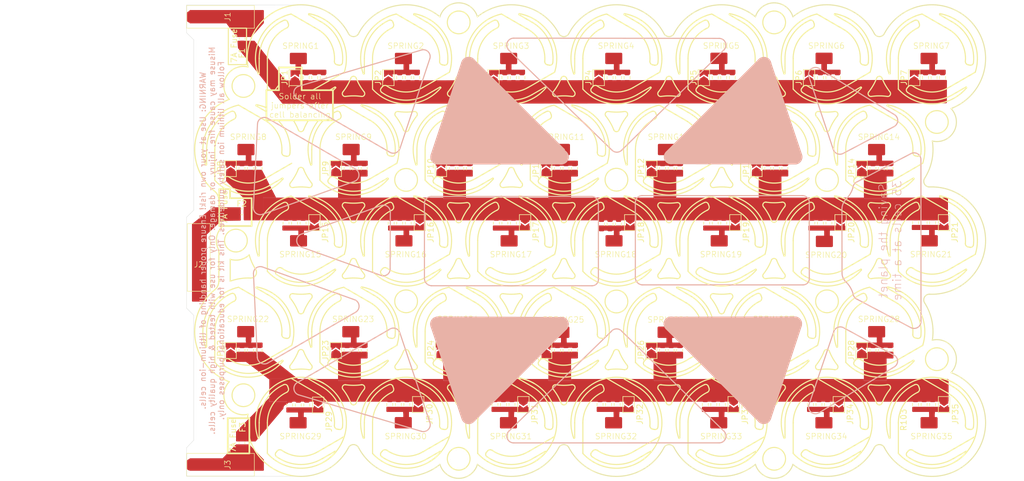
<source format=kicad_pcb>
(kicad_pcb (version 20240108) (generator "pcbnew") (generator_version "8.0")
  (layers (0 "F.Cu" signal) (31 "B.Cu" signal) (34 "B.Paste" user) (35 "F.Paste" user) (36 "B.SilkS" user "B.Silkscreen") (37 "F.SilkS" user "F.Silkscreen") (38 "B.Mask" user) (39 "F.Mask" user) (44 "Edge.Cuts" user))
  (net 0 "")
  (net 1 "Net-(JP1-A)")
  (net 2 "Net-(JP10-A)")
  (net 3 "Net-(JP22-A)")
  (net 4 "Net-(J1-Pin_1)")
  (net 5 "Net-(J2-Pin_1)")
  (net 6 "Net-(J3-Pin_1)")
  (net 7 "Net-(JP1-B)")
  (net 8 "Net-(JP2-B)")
  (net 9 "Net-(JP3-B)")
  (net 10 "Net-(JP4-B)")
  (net 11 "Net-(JP5-B)")
  (net 12 "Net-(JP6-B)")
  (net 13 "Net-(JP7-B)")
  (net 14 "Net-(JP8-B)")
  (net 15 "Net-(JP9-B)")
  (net 16 "Net-(JP10-B)")
  (net 17 "Net-(JP11-B)")
  (net 18 "Net-(JP12-B)")
  (net 19 "Net-(JP13-B)")
  (net 20 "Net-(JP14-B)")
  (net 21 "Net-(JP15-B)")
  (net 22 "Net-(JP22-B)")
  (net 23 "Net-(JP23-B)")
  (net 24 "Net-(JP24-B)")
  (net 25 "Net-(JP25-B)")
  (net 26 "Net-(JP26-B)")
  (net 27 "Net-(JP27-B)")
  (net 28 "Net-(JP28-B)")
  (net 29 "Net-(JP29-B)")
  (net 30 "Net-(JP30-B)")
  (net 31 "Net-(JP31-B)")
  (net 32 "Net-(JP32-B)")
  (net 33 "Net-(JP33-B)")
  (net 34 "Net-(JP34-B)")
  (net 35 "Net-(JP35-B)")
  (net 36 "Net-(JP16-B)")
  (net 37 "Net-(JP17-B)")
  (net 38 "Net-(JP19-B)")
  (net 39 "Net-(JP20-B)")
  (net 40 "Net-(JP21-B)")
  (net 41 "Net-(JP18-B)")
  (footprint "Resistor_SMD:R_0603_1608Metric" (layer "F.Cu") (at 24.8 25.5 -90)
    (property "Reference" "R2" (hide yes))
    (property "Value" "R" (hide yes))
  )
  (footprint "Resistor_SMD:R_0603_1608Metric" (layer "F.Cu") (at 96.5 83 -90)
    (property "Reference" "R97" (hide yes))
    (property "Value" "R" (hide yes))
  )
  (footprint "Resistor_SMD:R_0603_1608Metric" (layer "F.Cu") (at 115 83 -90)
    (property "Reference" "R100" (hide yes))
    (property "Value" "R" (hide yes))
  )
  (footprint "Resistor_SMD:R_0603_1608Metric" (layer "F.Cu") (at 23.4 83.1 -90)
    (property "Reference" "R85" (hide yes))
    (property "Value" "R" (hide yes))
  )
  (footprint "Resistor_SMD:R_0603_1608Metric" (layer "F.Cu") (at 96.75 51.1 -90)
    (property "Reference" "R55" (hide yes))
    (property "Value" "R" (hide yes))
  )
  (footprint "spring_tab:spring_tab" (layer "F.Cu") (at 114.872496 86.203427)
    (property "Reference" "SPRING34")
    (property "Value" "spring_tab" (hide yes))
  )
  (footprint "spring_tab:spring_tab" (layer "F.Cu") (at 59.372486 86.203417)
    (property "Reference" "SPRING31")
    (property "Value" "spring_tab" (hide yes))
  )
  (footprint "Resistor_SMD:R_0603_1608Metric" (layer "F.Cu") (at 38.25 51.1 -90)
    (property "Reference" "R48" (hide yes))
    (property "Value" "R" (hide yes))
  )
  (footprint "Jumper:SolderJumper-2_P1.3mm_Open_TrianglePad1.0x1.5mm" (layer "F.Cu") (at 98.8 51 -90)
    (property "Reference" "JP19")
    (property "Value" "SolderJumper_2_Open" (hide yes))
  )
  (footprint "Jumper:SolderJumper-2_P1.3mm_Open_TrianglePad1.0x1.5mm" (layer "F.Cu") (at 84 73.5 90)
    (property "Reference" "JP26")
    (property "Value" "SolderJumper_2_Open" (hide yes))
  )
  (footprint "Resistor_SMD:R_0603_1608Metric" (layer "F.Cu") (at 86 73.5 -90)
    (property "Reference" "R78" (hide yes))
    (property "Value" "R" (hide yes))
  )
  (footprint "Resistor_SMD:R_0603_1608Metric" (layer "F.Cu") (at 58.25 51.1 -90)
    (property "Reference" "R50" (hide yes))
    (property "Value" "R" (hide yes))
  )
  (footprint "Resistor_SMD:R_0603_1608Metric" (layer "F.Cu") (at 12 73.5 -90)
    (property "Reference" "R66" (hide yes))
    (property "Value" "R" (hide yes))
  )
  (footprint "Resistor_SMD:R_0603_1608Metric" (layer "F.Cu") (at 30.49 73.5 -90)
    (property "Reference" "R69" (hide yes))
    (property "Value" "R" (hide yes))
  )
  (footprint "Resistor_SMD:R_0603_1608Metric" (layer "F.Cu") (at 89 41.5 -90)
    (property "Reference" "R34" (hide yes))
    (property "Value" "R" (hide yes))
  )
  (footprint "Resistor_SMD:R_0603_1608Metric" (layer "F.Cu") (at 76.75 25.5 -90)
    (property "Reference" "R12" (hide yes))
    (property "Value" "R" (hide yes))
  )
  (footprint "Resistor_SMD:R_0603_1608Metric" (layer "F.Cu") (at 95.25 51.1 -90)
    (property "Reference" "R56" (hide yes))
    (property "Value" "R" (hide yes))
  )
  (footprint "Resistor_SMD:R_0603_1608Metric" (layer "F.Cu") (at 116.75 25.5 -90)
    (property "Reference" "R16" (hide yes))
    (property "Value" "R" (hide yes))
  )
  (footprint "spring_tab:spring_tab" (layer "F.Cu") (at 96.372486 86.203417)
    (property "Reference" "SPRING33")
    (property "Value" "spring_tab" (hide yes))
  )
  (footprint "Jumper:SolderJumper-2_P1.3mm_Open_TrianglePad1.0x1.5mm" (layer "F.Cu") (at 43.3 51 -90)
    (property "Reference" "JP16")
    (property "Value" "SolderJumper_2_Open" (hide yes))
  )
  (footprint "Resistor_SMD:R_0603_1608Metric" (layer "F.Cu") (at 67.5 41.5 -90)
    (property "Reference" "R33" (hide yes))
    (property "Value" "R" (hide yes))
  )
  (footprint "Resistor_SMD:R_0603_1608Metric" (layer "F.Cu") (at 56.75 51.1 -90)
    (property "Reference" "R51" (hide yes))
    (property "Value" "R" (hide yes))
  )
  (footprint "Fuse:Fuse_0603_1608Metric_Pad1.05x0.95mm_HandSolder" (layer "F.Cu") (at 12 89.75 90)
    (property "Reference" "F3")
    (property "Value" "Fuse")
  )
  (footprint "spring_tab:spring_tab" (layer "F.Cu") (at 133.408222 54.194903)
    (property "Reference" "SPRING21")
    (property "Value" "spring_tab" (hide yes))
  )
  (footprint "Resistor_SMD:R_0603_1608Metric" (layer "F.Cu") (at 26.3 25.5 -90)
    (property "Reference" "R1" (hide yes))
    (property "Value" "R" (hide yes))
  )
  (footprint "MountingHole:MountingHole_3.2mm_M3" (layer "F.Cu") (at 50.164338 92.549144)
    (property "Reference" "REF**" (hide yes))
    (property "Value" "MountingHole_3.2mm_M3" (hide yes))
  )
  (footprint "spring_tab:spring_tab" (layer "F.Cu") (at 77.95003 54.20002)
    (property "Reference" "SPRING18")
    (property "Value" "spring_tab" (hide yes))
  )
  (footprint "MountingHole:MountingHole_3.2mm_M3" (layer "F.Cu") (at 134.238592 33.298585)
    (property "Reference" "REF**" (hide yes))
    (property "Value" "MountingHole_3.2mm_M3" (hide yes))
  )
  (footprint "spring_tab:spring_tab" (layer "F.Cu") (at 114.9 22.1)
    (property "Reference" "SPRING6")
    (property "Value" "spring_tab" (hide yes))
  )
  (footprint "Resistor_SMD:R_0603_1608Metric" (layer "F.Cu") (at 70.5 41.5 -90)
    (property "Reference" "R31" (hide yes))
    (property "Value" "R" (hide yes))
  )
  (footprint "MountingHole:MountingHole_3.2mm_M3" (layer "F.Cu") (at 12.256502 81.36292)
    (property "Reference" "REF**" (hide yes))
    (property "Value" "MountingHole_3.2mm_M3" (hide yes))
  )
  (footprint "spring_tab:spring_tab" (layer "F.Cu") (at 105.659387 38.237195)
    (property "Reference" "SPRING13")
    (property "Value" "spring_tab" (hide yes))
  )
  (footprint "Resistor_SMD:R_0603_1608Metric" (layer "F.Cu") (at 115.25 51.1 -90)
    (property "Reference" "R58" (hide yes))
    (property "Value" "R" (hide yes))
  )
  (footprint "Resistor_SMD:R_0603_1608Metric" (layer "F.Cu") (at 67.5 73.5 -90)
    (property "Reference" "R75" (hide yes))
    (property "Value" "R" (hide yes))
  )
  (footprint "Resistor_SMD:R_0603_1608Metric" (layer "F.Cu") (at 76.5 83 -90)
    (property "Reference" "R95" (hide yes))
    (property "Value" "R" (hide yes))
  )
  (footprint "Jumper:SolderJumper-2_P1.3mm_Open_TrianglePad1.0x1.5mm" (layer "F.Cu") (at 65.5 41.5 90)
    (property "Reference" "JP11")
    (property "Value" "SolderJumper_2_Open" (hide yes))
  )
  (footprint "Resistor_SMD:R_0603_1608Metric" (layer "F.Cu") (at 106 73.5 -90)
    (property "Reference" "R80" (hide yes))
    (property "Value" "R" (hide yes))
  )
  (footprint "Resistor_SMD:R_0603_1608Metric" (layer "F.Cu") (at 115.25 25.5 -90)
    (property "Reference" "R17" (hide yes))
    (property "Value" "R" (hide yes))
  )
  (footprint "Resistor_SMD:R_0603_1608Metric" (layer "F.Cu") (at 93.75 51.1 -90)
    (property "Reference" "R57" (hide yes))
    (property "Value" "R" (hide yes))
  )
  (footprint "Resistor_SMD:R_0603_1608Metric" (layer "F.Cu") (at 89 73.5 -90)
    (property "Reference" "R76" (hide yes))
    (property "Value" "R" (hide yes))
  )
  (footprint "Jumper:SolderJumper-2_P1.3mm_Open_TrianglePad1.0x1.5mm" (layer "F.Cu") (at 47 41.5 90)
    (property "Reference" "JP10")
    (property "Value" "SolderJumper_2_Open" (hide yes))
  )
  (footprint "Jumper:SolderJumper-2_P1.3mm_Open_TrianglePad1.0x1.5mm" (layer "F.Cu") (at 130.25 25.5 90)
    (property "Reference" "JP7")
    (property "Value" "SolderJumper_2_Open" (hide yes))
  )
  (footprint "Resistor_SMD:R_0603_1608Metric" (layer "F.Cu") (at 39.75 51.1 -90)
    (property "Reference" "R47" (hide yes))
    (property "Value" "R" (hide yes))
  )
  (footprint "spring_tab:spring_tab" (layer "F.Cu") (at 124.1475 70.189537)
    (property "Reference" "SPRING28")
    (property "Value" "spring_tab" (hide yes))
  )
  (footprint "Resistor_SMD:R_0603_1608Metric" (layer "F.Cu") (at 41 83 -90)
    (property "Reference" "R88" (hide yes))
    (property "Value" "R" (hide yes))
  )
  (footprint "Resistor_SMD:R_0603_1608Metric" (layer "F.Cu") (at 49 41.5 -90)
    (property "Reference" "R30" (hide yes))
    (property "Value" "R" (hide yes))
  )
  (footprint "Jumper:SolderJumper-2_P1.3mm_Open_TrianglePad1.0x1.5mm" (layer "F.Cu") (at 21.3 25.5 90)
    (property "Reference" "JP1")
    (property "Value" "SolderJumper_2_Open" (hide yes))
  )
  (footprint "SMD_spring_clamp_connector:SMD_spring_clamp_connector_1x1" (layer "F.Cu") (at 14.175 14.8 90)
    (property "Reference" "J1")
    (property "Value" "Conn_01x01_Pin" (hide yes))
  )
  (footprint "MountingHole:MountingHole_3.2mm_M3" (layer "F.Cu") (at 114.914338 64.846616)
    (property "Reference" "REF**" (hide yes))
    (property "Value" "MountingHole_3.2mm_M3" (hide yes))
  )
  (footprint "Resistor_SMD:R_0603_1608Metric" (layer "F.Cu") (at 21.25 51.1 -90)
    (property "Reference" "R44" (hide yes))
    (property "Value" "R" (hide yes))
  )
  (footprint "Resistor_SMD:R_0603_1608Metric" (layer "F.Cu") (at 13.5 41.5 -90)
    (property "Reference" "R23" (hide yes))
    (property "Value" "R" (hide yes))
  )
  (footprint "Resistor_SMD:R_0603_1608Metric" (layer "F.Cu") (at 23.3 25.5 -90)
    (property "Reference" "R3" (hide yes))
    (property "Value" "R")
  )
  (footprint "Resistor_SMD:R_0603_1608Metric" (layer "F.Cu") (at 69 41.5 -90)
    (property "Reference" "R32" (hide yes))
    (property "Value" "R" (hide yes))
  )
  (footprint "Resistor_SMD:R_0603_1608Metric" (layer "F.Cu") (at 33.5 41.5 -90)
    (property "Reference" "R25" (hide yes))
    (property "Value" "R" (hide yes))
  )
  (footprint "Resistor_SMD:R_0603_1608Metric" (layer "F.Cu") (at 49 73.5 -90)
    (property "Reference" "R72" (hide yes))
    (property "Value" "R" (hide yes))
  )
  (footprint "MountingHole:MountingHole_3.2mm_M3" (layer "F.Cu") (at 105.664338 92.549144)
    (property "Reference" "REF**" (hide yes))
    (property "Value" "MountingHole_3.2mm_M3" (hide yes))
  )
  (footprint "Jumper:SolderJumper-2_P1.3mm_Open_TrianglePad1.0x1.5mm" (layer "F.Cu") (at 61.8 51 -90)
    (property "Reference" "JP17")
    (property "Value" "SolderJumper_2_Open" (hide yes))
  )
  (footprint "Resistor_SMD:R_0603_1608Metric" (layer "F.Cu") (at 112 83 -90)
    (property "Reference" "R102" (hide yes))
    (property "Value" "R" (hide yes))
  )
  (footprint "spring_tab:spring_tab" (layer "F.Cu") (at 59.491888 54.205166)
    (property "Reference" "SPRING17")
    (property "Value" "spring_tab" (hide yes))
  )
  (footprint "Resistor_SMD:R_0603_1608Metric" (layer "F.Cu") (at 130.5 51 -90)
    (property "Reference" "R63" (hide yes))
    (property "Value" "R" (hide yes))
  )
  (footprint "spring_tab:spring_tab" (layer "F.Cu") (at 87.160652 38.136591)
    (property "Reference" "SPRING12")
    (property "Value" "spring_tab" (hide yes))
  )
  (footprint "spring_tab:spring_tab" (layer "F.Cu") (at 68.70251 38.141737)
    (property "Reference" "SPRING11")
    (property "Value" "spring_tab" (hide yes))
  )
  (footprint "spring_tab:spring_tab" (layer "F.Cu") (at 133.3725 22.1176)
    (property "Reference" "SPRING7")
    (property "Value" "spring_tab" (hide yes))
  )
  (footprint "Resistor_SMD:R_0603_1608Metric" (layer "F.Cu") (at 104.5 73.5 -90)
    (property "Reference" "R81" (hide yes))
    (property "Value" "R" (hide yes))
  )
  (footprint "Resistor_SMD:R_0603_1608Metric" (layer "F.Cu") (at 39.75 25.5 -90)
    (property "Reference" "R6" (hide yes))
    (property "Value" "R" (hide yes))
  )
  (footprint "Resistor_SMD:R_0603_1608Metric" (layer "F.Cu") (at 38 83 -90)
    (property "Reference" "R90" (hide yes))
    (property "Value" "R" (hide yes))
  )
  (footprint "Resistor_SMD:R_0603_1608Metric" (layer "F.Cu") (at 32 41.5 -90)
    (property "Reference" "R26" (hide yes))
    (property "Value" "R" (hide yes))
  )
  (footprint "Resistor_SMD:R_0603_1608Metric" (layer "F.Cu") (at 39.5 83 -90)
    (property "Reference" "R89" (hide yes))
    (property "Value" "R" (hide yes))
  )
  (footprint "Resistor_SMD:R_0603_1608Metric" (layer "F.Cu") (at 78.25 51.3 -90)
    (property "Reference" "R52" (hide yes))
    (property "Value" "R" (hide yes))
  )
  (footprint "Resistor_SMD:R_0603_1608Metric" (layer "F.Cu") (at 20.4 83.1 -90)
    (property "Reference" "R87" (hide yes))
    (property "Value" "R" (hide yes))
  )
  (footprint "Jumper:SolderJumper-2_P1.3mm_Open_TrianglePad1.0x1.5mm" (layer "F.Cu") (at 43 83 -90)
    (property "Reference" "JP30")
    (property "Value" "SolderJumper_2_Open" (hide yes))
  )
  (footprint "spring_tab:spring_tab" (layer "F.Cu") (at 40.9 22.122696)
    (property "Reference" "SPRING2")
    (property "Value" "spring_tab" (hide yes))
  )
  (footprint "Resistor_SMD:R_0603_1608Metric" (layer "F.Cu") (at 50.5 73.5 -90)
    (property "Reference" "R71" (hide yes))
    (property "Value" "R" (hide yes))
  )
  (footprint "Jumper:SolderJumper-2_P1.3mm_Open_TrianglePad1.0x1.5mm" (layer "F.Cu") (at 28.5 73.5 90)
    (property "Reference" "JP23")
    (property "Value" "SolderJumper_2_Open" (hide yes))
  )
  (footprint "Jumper:SolderJumper-2_P1.3mm_Open_TrianglePad1.0x1.5mm" (layer "F.Cu") (at 121 41.5 90)
    (property "Reference" "JP14")
    (property "Value" "SolderJumper_2_Open" (hide yes))
  )
  (footprint "Jumper:SolderJumper-2_P1.3mm_Open_TrianglePad1.0x1.5mm" (layer "F.Cu") (at 28.5 41.5 90)
    (property "Reference" "JP9")
    (property "Value" "SolderJumper_2_Open" (hide yes))
  )
  (footprint "SMD_spring_clamp_connector:SMD_spring_clamp_connector_1x1" (layer "F.Cu") (at 4.4 63.075)
    (property "Reference" "J2")
    (property "Value" "Conn_01x01_Pin" (hide yes))
  )
  (footprint "Jumper:SolderJumper-2_P1.3mm_Open_TrianglePad1.0x1.5mm" (layer "F.Cu") (at 74.75 25.5 90)
    (property "Reference" "JP4")
    (property "Value" "SolderJumper_2_Open" (hide yes))
  )
  (footprint "Resistor_SMD:R_0603_1608Metric" (layer "F.Cu") (at 85.99 41.5 -90)
    (property "Reference" "R36" (hide yes))
    (property "Value" "R" (hide yes))
  )
  (footprint "Resistor_SMD:R_0603_1608Metric" (layer "F.Cu") (at 58.25 25.5 -90)
    (property "Reference" "R9" (hide yes))
    (property "Value" "R" (hide yes))
  )
  (footprint "Resistor_SMD:R_0603_1608Metric" (layer "F.Cu") (at 41.25 25.5 -90)
    (property "Reference" "R5" (hide yes))
    (property "Value" "R" (hide yes))
  )
  (footprint "Resistor_SMD:R_0603_1608Metric" (layer "F.Cu") (at 104.5 41.5 -90)
    (property "Reference" "R39" (hide yes))
    (property "Value" "R" (hide yes))
  )
  (footprint "Resistor_SMD:R_0603_1608Metric" (layer "F.Cu") (at 124.5 73.5 -90)
    (property "Reference" "R83" (hide yes))
    (property "Value" "R" (hide yes))
  )
  (footprint "Resistor_SMD:R_0603_1608Metric" (layer "F.Cu") (at 33.5 73.5 -90)
    (property "Reference" "R67" (hide yes))
    (property "Value" "R" (hide yes))
  )
  (footprint "spring_tab:spring_tab" (layer "F.Cu") (at 105.605662 70.18443)
    (property "Reference" "SPRING27")
    (property "Value" "spring_tab" (hide yes))
  )
  (footprint "Resistor_SMD:R_0603_1608Metric" (layer "F.Cu") (at 96.75 25.5 -90)
    (property "Reference" "R14" (hide yes))
    (property "Value" "R" (hide yes))
  )
  (footprint "Resistor_SMD:R_0603_1608Metric" (layer "F.Cu") (at 107.5 41.5 -90)
    (property "Reference" "R37" (hide yes))
    (property "Value" "R" (hide yes))
  )
  (footprint "Jumper:SolderJumper-2_P1.3mm_Open_TrianglePad1.0x1.5mm" (layer "F.Cu") (at 37.75 25.5 90)
    (property "Reference" "JP2")
    (property "Value" "SolderJumper_2_Open" (hide yes))
  )
  (footprint "Resistor_SMD:R_0603_1608Metric" (layer "F.Cu") (at 41.25 51.1 -90)
    (property "Reference" "R46" (hide yes))
    (property "Value" "R" (hide yes))
  )
  (footprint "Jumper:SolderJumper-2_P1.3mm_Open_TrianglePad1.0x1.5mm" (layer "F.Cu") (at 65.5 73.5 90)
    (property "Reference" "JP25")
    (property "Value" "SolderJumper_2_Open" (hide yes))
  )
  (footprint "MountingHole:MountingHole_3.2mm_M3" (layer "F.Cu") (at 40.872505 64.841489)
    (property "Reference" "REF**" (hide yes))
    (property "Value" "MountingHole_3.2mm_M3" (hide yes))
  )
  (footprint "Jumper:SolderJumper-2_P1.3mm_Open_TrianglePad1.0x1.5mm" (layer "F.Cu") (at 117 83 -90)
    (property "Reference" "JP34")
    (property "Value" "SolderJumper_2_Open" (hide yes))
  )
  (footprint "MountingHole:MountingHole_3.2mm_M3" (layer "F.Cu") (at 77.9 64.9)
    (property "Reference" "REF**" (hide yes))
    (property "Value" "MountingHole_3.2mm_M3" (hide yes))
  )
  (footprint "Resistor_SMD:R_0603_1608Metric" (layer "F.Cu") (at 69 73.5 -90)
    (property "Reference" "R74" (hide yes))
    (property "Value" "R" (hide yes))
  )
  (footprint "Resistor_SMD:R_0603_1608Metric" (layer "F.Cu") (at 15 41.5 -90)
    (property "Reference" "R22" (hide yes))
    (property "Value" "R" (hide yes))
  )
  (footprint "Resistor_SMD:R_0603_1608Metric" (layer "F.Cu") (at 70.5 73.5 -90)
    (property "Reference" "R73" (hide yes))
    (property "Value" "R" (hide yes))
  )
  (footprint "Resistor_SMD:R_0603_1608Metric" (layer "F.Cu") (at 87.5 73.5 -90)
    (property "Reference" "R77" (hide yes))
    (property "Value" "R" (hide yes))
  )
  (footprint "Resistor_SMD:R_0603_1608Metric" (layer "F.Cu") (at 107.5 73.5 -90)
    (property "Reference" "R79" (hide yes))
    (property "Value" "R" (hide yes))
  )
  (footprint "Resistor_SMD:R_0603_1608Metric" (layer "F.Cu") (at 52 73.5 -90)
    (property "Reference" "R70" (hide yes))
    (property "Value" "R" (hide yes))
  )
  (footprint "Jumper:SolderJumper-2_P1.3mm_Open_TrianglePad1.0x1.5mm" (layer "F.Cu") (at 135.5 51 -90)
    (property "Reference" "JP21")
    (property "Value" "SolderJumper_2_Open" (hide yes))
  )
  (footprint "Jumper:SolderJumper-2_P1.3mm_Open_TrianglePad1.0x1.5mm" (layer "F.Cu") (at 25.4 83.1 -90)
    (property "Reference" "JP29")
    (property "Value" "SolderJumper_2_Open" (hide yes))
  )
  (footprint "SMD_spring_clamp_connector:SMD_spring_clamp_connector_1x1" (layer "F.Cu") (at 14.175 93.6 90)
    (property "Reference" "J3")
    (property "Value" "Conn_01x01_Pin" (hide yes))
  )
  (footprint "Resistor_SMD:R_0603_1608Metric" (layer "F.Cu") (at 95 83 -90)
    (property "Reference" "R98" (hide yes))
    (property "Value" "R" (hide yes))
  )
  (footprint "Resistor_SMD:R_0603_1608Metric" (layer "F.Cu") (at 126 41.5 -90)
    (property "Reference" "R40" (hide yes))
    (property "Value" "R" (hide yes))
  )
  (footprint "Resistor_SMD:R_0603_1608Metric" (layer "F.Cu") (at 78 83 -90)
    (property "Reference" "R94" (hide yes))
    (property "Value" "R" (hide yes))
  )
  (footprint "spring_tab:spring_tab" (layer "F.Cu") (at 22.37249 86.20343)
    (property "Reference" "SPRING29")
    (property "Value" "spring_tab" (hide yes))
  )
  (footprint "Resistor_SMD:R_0603_1608Metric" (layer "F.Cu") (at 113.75 51.1 -90)
    (property "Reference" "R59" (hide yes))
    (property "Value" "R" (hide yes))
  )
  (footprint "MountingHole:MountingHole_3.2mm_M3" (layer "F.Cu") (at 77.914338 43.452847)
    (property "Reference" "REF**" (hide yes))
    (property "Value" "MountingHole_3.2mm_M3" (hide yes))
  )
  (footprint "Fuse:Fuse_0603_1608Metric_Pad1.05x0.95mm_HandSolder" (layer "F.Cu") (at 12.025 18.65 -90)
    (property "Reference" "F1")
    (property "Value" "Fuse")
  )
  (footprint "Resistor_SMD:R_0603_1608Metric" (layer "F.Cu") (at 32 73.5 -90)
    (property "Reference" "R68" (hide yes))
    (property "Value" "R" (hide yes))
  )
  (footprint "Jumper:SolderJumper-2_P1.3mm_Open_TrianglePad1.0x1.5mm" (layer "F.Cu") (at 121 73.5 90)
    (property "Reference" "JP28")
    (property "Value" "SolderJumper_2_Open" (hide yes))
  )
  (footprint "Resistor_SMD:R_0603_1608Metric" (layer "F.Cu") (at 87.5 41.5 -90)
    (property "Reference" "R35" (hide yes))
    (property "Value" "R" (hide yes))
  )
  (footprint "spring_tab:spring_tab" (layer "F.Cu") (at 50.105632 70.18441)
    (property "Reference" "SPRING24")
    (property "Value" "spring_tab" (hide yes))
  )
  (footprint "Resistor_SMD:R_0603_1608Metric" (layer "F.Cu") (at 76.75 51.3 -90)
    (property "Reference" "R53" (hide yes))
    (property "Value" "R" (hide yes))
  )
  (footprint "Resistor_SMD:R_0603_1608Metric" (layer "F.Cu") (at 130.49 83 -90)
    (property "Reference" "R105" (hide yes))
    (property "Value" "R" (hide yes))
  )
  (footprint "Resistor_SMD:R_0603_1608Metric" (layer "F.Cu") (at 113.75 25.5 -90)
    (property "Reference" "R18" (hide yes))
    (property "Value" "R" (hide yes))
  )
  (footprint "Resistor_SMD:R_0603_1608Metric" (layer "F.Cu") (at 95.25 25.5 -90)
    (property "Reference" "R15" (hide yes))
    (property "Value" "R" (hide yes))
  )
  (footprint "Resistor_SMD:R_0603_1608Metric" (layer "F.Cu") (at 106 41.5 -90)
    (property "Reference" "R38" (hide yes))
    (property "Value" "R" (hide yes))
  )
  (footprint "Jumper:SolderJumper-2_P1.3mm_Open_TrianglePad1.0x1.5mm" (layer "F.Cu") (at 98.5 83 -90)
    (property "Reference" "JP33")
    (property "Value" "SolderJumper_2_Open" (hide yes))
  )
  (footprint "Resistor_SMD:R_0603_1608Metric" (layer "F.Cu") (at 61.25 25.5 -90)
    (property "Reference" "R7" (hide yes))
    (property "Value" "R" (hide yes))
  )
  (footprint "Resistor_SMD:R_0603_1608Metric" (layer "F.Cu") (at 58 83 -90)
    (property "Reference" "R92" (hide yes))
    (property "Value" "R" (hide yes))
  )
  (footprint "Jumper:SolderJumper-2_P1.3mm_Open_TrianglePad1.0x1.5mm" (layer "F.Cu") (at 61.5 83 -90)
    (property "Reference" "JP31")
    (property "Value" "SolderJumper_2_Open" (hide yes))
  )
  (footprint "Resistor_SMD:R_0603_1608Metric" (layer "F.Cu") (at 12 41.5 -90)
    (property "Reference" "R24" (hide yes))
    (property "Value" "R" (hide yes))
  )
  (footprint "Jumper:SolderJumper-2_P1.3mm_Open_TrianglePad1.0x1.5mm" (layer "F.Cu") (at 10 41.5 90)
    (property "Reference" "JP8")
    (property "Value" "SolderJumper_2_Open" (hide yes))
  )
  (footprint "MountingHole:MountingHole_3.2mm_M3" (layer "F.Cu") (at 50.164338 15.782128)
    (property "Reference" "REF**" (hide yes))
    (property "Value" "MountingHole_3.2mm_M3" (hide yes))
  )
  (footprint "spring_tab:spring_tab" (layer "F.Cu") (at 13.2 38.144167)
    (property "Reference" "SPRING8")
    (property "Value" "spring_tab" (hide yes))
  )
  (footprint "spring_tab:spring_tab" (layer "F.Cu") (at 22.45 54.2)
    (property "Reference" "SPRING15")
    (property "Value" "spring_tab" (hide yes))
  )
  (footprint "Resistor_SMD:R_0603_1608Metric" (layer "F.Cu") (at 132 51 -90)
    (property "Reference" "R62" (hide yes))
    (property "Value" "R" (hide yes))
  )
  (footprint "Resistor_SMD:R_0603_1608Metric" (layer "F.Cu") (at 56.5 83 -90)
    (property "Reference" "R93" (hide yes))
    (property "Value" "R" (hide yes))
  )
  (footprint "Jumper:SolderJumper-2_P1.3mm_Open_TrianglePad1.0x1.5mm" (layer "F.Cu") (at 135.5 83 -90)
    (property "Reference" "JP35")
    (property "Value" "SolderJumper_2_Open" (hide yes))
  )
  (footprint "Resistor_SMD:R_0603_1608Metric" (layer "F.Cu") (at 124.5 41.5 -90)
    (property "Reference" "R41" (hide yes))
    (property "Value" "R" (hide yes))
  )
  (footprint "spring_tab:spring_tab" (layer "F.Cu") (at 22.414338 22.122696)
    (property "Reference" "SPRING1")
    (property "Value" "spring_tab" (hide yes))
  )
  (footprint "Resistor_SMD:R_0603_1608Metric" (layer "F.Cu") (at 112.25 51.1 -90)
    (property "Reference" "R60" (hide yes))
    (property "Value" "R" (hide yes))
  )
  (footprint "Resistor_SMD:R_0603_1608Metric" (layer "F.Cu") (at 133.75 25.5 -90)
    (property "Reference" "R20" (hide yes))
    (property "Value" "R" (hide yes))
  )
  (footprint "Resistor_SMD:R_0603_1608Metric" (layer "F.Cu") (at 42.75 25.5 -90)
    (property "Reference" "R4" (hide yes))
    (property "Value" "R" (hide yes))
  )
  (footprint "Resistor_SMD:R_0603_1608Metric" (layer "F.Cu") (at 133.5 51 -90)
    (property "Reference" "R61" (hide yes))
    (property "Value" "R" (hide yes))
  )
  (footprint "Jumper:SolderJumper-2_P1.3mm_Open_TrianglePad1.0x1.5mm" (layer "F.Cu") (at 47 73.5 90)
    (property "Reference" "JP24")
    (property "Value" "SolderJumper_2_Open" (hide yes))
  )
  (footprint "Jumper:SolderJumper-2_P1.3mm_Open_TrianglePad1.0x1.5mm" (layer "F.Cu") (at 102.5 73.5 90)
    (property "Reference" "JP27")
    (property "Value" "SolderJumper_2_Open" (hide yes))
  )
  (footprint "Resistor_SMD:R_0603_1608Metric" (layer "F.Cu") (at 50.5 41.5 -90)
    (property "Reference" "R29" (hide yes))
    (property "Value" "R" (hide yes))
  )
  (footprint "Resistor_SMD:R_0603_1608Metric" (layer "F.Cu") (at 13.5 73.5 -90)
    (property "Reference" "R65" (hide yes))
    (property "Value" "R" (hide yes))
  )
  (footprint "MountingHole:MountingHole_3.2mm_M3" (layer "F.Cu") (at 134.238594 75.022433)
    (property "Reference" "REF**" (hide yes))
    (property "Value" "MountingHole_3.2mm_M3" (hide yes))
  )
  (footprint "Resistor_SMD:R_0603_1608Metric" (layer "F.Cu") (at 79.75 25.5 -90)
    (property "Reference" "R10" (hide yes))
    (property "Value" "R" (hide yes))
  )
  (footprint "Resistor_SMD:R_0603_1608Metric" (layer "F.Cu") (at 123 73.5 -90)
    (property "Reference" "R84" (hide yes))
    (property "Value" "R" (hide yes))
  )
  (footprint "MountingHole:MountingHole_3.2mm_M3" (layer "F.Cu") (at 12.256412 26.95802)
    (property "Reference" "REF**" (hide yes))
    (property "Value" "MountingHole_3.2mm_M3" (hide yes))
  )
  (footprint "Jumper:SolderJumper-2_P1.3mm_Open_TrianglePad1.0x1.5mm" (layer "F.Cu") (at 84 41.5 90)
    (property "Reference" "JP12")
    (property "Value" "SolderJumper_2_Open" (hide yes))
  )
  (footprint "Resistor_SMD:R_0603_1608Metric" (layer "F.Cu") (at 133.5 83 -90)
    (property "Reference" "R103")
    (property "Value" "R" (hide yes))
  )
  (footprint "Jumper:SolderJumper-2_P1.3mm_Open_TrianglePad1.0x1.5mm" (layer "F.Cu") (at 102.5 41.5 90)
    (property "Reference" "JP13")
    (property "Value" "SolderJumper_2_Open" (hide yes))
  )
  (footprint "spring_tab:spring_tab" (layer "F.Cu") (at 77.9 22.11755)
    (property "Reference" "SPRING4")
    (property "Value" "spring_tab" (hide yes))
  )
  (footprint "Resistor_SMD:R_0603_1608Metric" (layer "F.Cu") (at 93.5 83 -90)
    (property "Reference" "R99" (hide yes))
    (property "Value" "R" (hide yes))
  )
  (footprint "Resistor_SMD:R_0603_1608Metric" (layer "F.Cu") (at 30.5 41.5 -90)
    (property "Reference" "R27" (hide yes))
    (property "Value" "R" (hide yes))
  )
  (footprint "Resistor_SMD:R_0603_1608Metric" (layer "F.Cu") (at 59.75 51.1 -90)
    (property "Reference" "R49" (hide yes))
    (property "Value" "R" (hide yes))
  )
  (footprint "MountingHole:MountingHole_3.2mm_M3" (layer "F.Cu") (at 114.914338 43.484656)
    (property "Reference" "REF**" (hide yes))
    (property "Value" "MountingHole_3.2mm_M3")
  )
  (footprint "Resistor_SMD:R_0603_1608Metric" (layer "F.Cu") (at 113.5 83 -90)
    (property "Reference" "R101" (hide yes))
    (property "Value" "R" (hide yes))
  )
  (footprint "Resistor_SMD:R_0603_1608Metric" (layer "F.Cu") (at 78.26 25.5 -90)
    (property "Reference" "R11" (hide yes))
    (property "Value" "R" (hide yes))
  )
  (footprint "MountingHole:MountingHole_3.2mm_M3" (layer "F.Cu") (at 40.872505 43.479529)
    (property "Reference" "REF**" (hide yes))
    (property "Value" "MountingHole_3.2mm_M3" (hide yes))
  )
  (footprint "spring_tab:spring_tab" (layer "F.Cu") (at 133.372486 86.203427)
    (property "Reference" "SPRING35")
    (property "Value" "spring_tab" (hide yes))
  )
  (footprint "spring_tab:spring_tab" (layer "F.Cu") (at 124.135663 38.15)
    (property "Reference" "SPRING14")
    (property "Value" "spring_tab" (hide yes))
  )
  (footprint "MountingHole:MountingHole_3.2mm_M3" (layer "F.Cu") (at 10.932505 54.160509)
    (property "Reference" "REF**" (hide yes))
    (property "Value" "MountingHole_3.2mm_M3" (hide yes))
  )
  (footprint "Resistor_SMD:R_0603_1608Metric" (layer "F.Cu") (at 123 41.5 -90)
    (property "Reference" "R42" (hide yes))
    (property "Value" "R" (hide yes))
  )
  (footprint "spring_tab:spring_tab" (layer "F.Cu") (at 13.15 70.187126)
    (property "Reference" "SPRING22")
    (property "Value" "spring_tab" (hide yes))
  )
  (footprint "spring_tab:spring_tab" (layer "F.Cu") (at 96.45254 54.19759)
    (property "Reference" "SPRING19")
    (property "Value" "spring_tab" (hide yes))
  )
  (footprint "spring_tab:spring_tab" (layer "F.Cu") (at 68.604367 70.285014)
    (property "Reference" "SPRING25")
    (property "Value" "spring_tab" (hide yes))
  )
  (footprint "Jumper:SolderJumper-2_P1.3mm_Open_TrianglePad1.0x1.5mm" (layer "F.Cu") (at 117.3 51 -90)
    (property "Reference" "JP20")
    (property "Value" "SolderJumper_2_Open" (hide yes))
  )
  (footprint "Resistor_SMD:R_0603_1608Metric" (layer "F.Cu") (at 75.25 51.3 -90)
    (property "Reference" "R54" (hide yes))
    (property "Value" "R" (hide yes))
  )
  (footprint "spring_tab:spring_tab" (layer "F.Cu") (at 96.4 22.1)
    (property "Reference" "SPRING5")
    (property "Value" "spring_tab" (hide yes))
  )
  (footprint "spring_tab:spring_tab" (layer "F.Cu") (at 59.414338 22.122696)
    (property "Reference" "SPRING3")
    (property "Value" "spring_tab" (hide yes))
  )
  (footprint "Resistor_SMD:R_0603_1608Metric" (layer "F.Cu") (at 132.25 25.5 -90)
    (property "Reference" "R21" (hide yes))
    (property "Value" "R" (hide yes))
  )
  (footprint "Resistor_SMD:R_0603_1608Metric" (layer "F.Cu") (at 98.25 25.5 -90)
    (property "Reference" "R13" (hide yes))
    (property "Value" "R" (hide yes))
  )
  (footprint "Resistor_SMD:R_0603_1608Metric" (layer "F.Cu") (at 19.75 51.1 -90)
    (property "Reference" "R45" (hide yes))
    (property "Value" "R" (hide yes))
  )
  (footprint "spring_tab:spring_tab" (layer "F.Cu") (at 77.872486 86.203417)
    (property "Reference" "SPRING32")
    (property "Value" "spring_tab" (hide yes))
  )
  (footprint "Jumper:SolderJumper-2_P1.3mm_Open_TrianglePad1.0x1.5mm" (layer "F.Cu") (at 80 83 -90)
    (property "Reference" "JP32")
    (property "Value" "SolderJumper_2_Open" (hide yes))
  )
  (footprint "Fuse:Fuse_0603_1608Metric_Pad1.05x0.95mm_HandSolder" (layer "F.Cu") (at 11.95 49.1)
    (property "Reference" "F2")
    (property "Value" "Fuse")
  )
  (footprint "spring_tab:spring_tab" (layer "F.Cu") (at 114.951275 54.298194)
    (property "Reference" "SPRING20")
    (property "Value" "spring_tab" (hide yes))
  )
  (footprint "Resistor_SMD:R_0603_1608Metric" (layer "F.Cu") (at 126 73.5 -90)
    (property "Reference" "R82" (hide yes))
    (property "Value" "R" (hide yes))
  )
  (footprint "Resistor_SMD:R_0603_1608Metric" (layer "F.Cu") (at 52 41.5 -90)
    (property "Reference" "R28" (hide yes))
    (property "Value" "R" (hide yes))
  )
  (footprint "spring_tab:spring_tab" (layer "F.Cu") (at 31.64749 70.189556)
    (property "Reference" "SPRING23")
    (property "Value" "spring_tab" (hide yes))
  )
  (footprint "Resistor_SMD:R_0603_1608Metric" (layer "F.Cu") (at 22.75 51.1 -90)
    (property "Reference" "R43" (hide yes))
    (property "Value" "R" (hide yes))
  )
  (footprint "Resistor_SMD:R_0603_1608Metric" (layer "F.Cu") (at 135.25 25.5 -90)
    (property "Reference" "R19" (hide yes))
    (property "Value" "R" (hide yes))
  )
  (footprint "Resistor_SMD:R_0603_1608Metric" (layer "F.Cu") (at 59.5 83 -90)
    (property "Reference" "R91" (hide yes))
    (property "Value" "R" (hide yes))
  )
  (footprint "Jumper:SolderJumper-2_P1.3mm_Open_TrianglePad1.0x1.5mm" (layer "F.Cu") (at 24.75 51 -90)
    (property "Reference" "JP15")
    (property "Value" "SolderJumper_2_Open" (hide yes))
  )
  (footprint "Jumper:SolderJumper-2_P1.3mm_Open_TrianglePad1.0x1.5mm" (layer "F.Cu") (at 56.25 25.5 90)
    (property "Reference" "JP3")
    (property "Value" "SolderJumper_2_Open" (hide yes))
  )
  (footprint "Resistor_SMD:R_0603_1608Metric" (layer "F.Cu") (at 59.75 25.5 -90)
    (property "Reference" "R8" (hide yes))
    (property "Value" "R" (hide yes))
  )
  (footprint "Resistor_SMD:R_0603_1608Metric" (layer "F.Cu") (at 21.9 83.1 -90)
    (property "Reference" "R86" (hide yes))
    (property "Value" "R" (hide yes))
  )
  (footprint "Jumper:SolderJumper-2_P1.3mm_Open_TrianglePad1.0x1.5mm" (layer "F.Cu") (at 111.75 25.5 90)
    (property "Reference" "JP6")
    (property "Value" "SolderJumper_2_Open" (hide yes))
  )
  (footprint "spring_tab:spring_tab" (layer "F.Cu") (at 40.874996 86.200987)
    (property "Reference" "SPRING30")
    (property "Value" "spring_tab" (hide yes))
  )
  (footprint "spring_tab:spring_tab" (layer "F.Cu") (at 31.70251 38.141737)
    (property "Reference" "SPRING9")
    (property "Value" "spring_tab" (hide yes))
  )
  (footprint "MountingHole:MountingHole_3.2mm_M3" (layer "F.Cu") (at 105.664338 15.782126)
    (property "Reference" "REF**" (hide yes))
    (property "Value" "MountingHole_3.2mm_M3" (hide yes))
  )
  (footprint "Jumper:SolderJumper-2_P1.3mm_Open_TrianglePad1.0x1.5mm" (layer "F.Cu") (at 93.25 25.5 90)
    (property "Reference" "JP5")
    (property "Value" "SolderJumper_2_Open" (hide yes))
  )
  (footprint "spring_tab:spring_tab" (layer "F.Cu") (at 40.994398 54.202736)
    (property "Reference" "SPRING16")
    (property "Value" "spring_tab" (hide yes))
  )
  (footprint "Resistor_SMD:R_0603_1608Metric" (layer "F.Cu") (at 74.99 83 -90)
    (property "Reference" "R96" (hide yes))
    (property "Value" "R" (hide yes))
  )
  (footprint "spring_tab:spring_tab" (layer "F.Cu") (at 87.106877 70.282584)
    (property "Reference" "SPRING26")
    (property "Value" "spring_tab" (hide yes))
  )
  (footprint "Resistor_SMD:R_0603_1608Metric" (layer "F.Cu") (at 132 83 -90)
    (property "Reference" "R104" (hide yes))
    (property "Value" "R" (hide yes))
  )
  (footprint "Jumper:SolderJumper-2_P1.3mm_Open_TrianglePad1.0x1.5mm" (layer "F.Cu") (at 10 73.5 90)
    (property "Reference" "JP22")
    (property "Value" "SolderJumper_2_Open" (hide yes))
  )
  (footprint "Jumper:SolderJumper-2_P1.3mm_Open_TrianglePad1.0x1.5mm" (layer "F.Cu") (at 80.3 51 -90)
    (property "Reference" "JP18")
    (property "Value" "SolderJumper_2_Open" (hide yes))
  )
  (footprint "spring_tab:spring_tab" (layer "F.Cu") (at 50.2 38.144167)
    (property "Reference" "SPRING10")
    (property "Value" "spring_tab" (hide yes))
  )
  (footprint "Resistor_SMD:R_0603_1608Metric" (layer "F.Cu") (at 15 73.5 -90)
    (property "Reference" "R64" (hide yes))
    (property "Value" "R" (hide yes))
  )
  (gr_arc (start 16.550813 75.691421) (mid 15.34963 75.710537) (end 14.7 74.7) (stroke (width 0.2)) (layer "B.SilkS"))
  (gr_line (start 43.546411 87.707879) (end 21.991807 81.30796) (stroke (width 0.2)) (layer "B.SilkS"))
  (gr_arc (start 21.991807 81.30796) (mid 21.143039 80.269382) (end 21.8 79.1) (stroke (width 0.2)) (layer "B.SilkS"))
  (gr_line (start 16.6 32.7) (end 32 41.6) (stroke (width 0.2)) (layer "B.SilkS"))
  (gr_circle (center 46.426805 68.846183) (end 47.641563 68.846183) (stroke (width 0.2)) (fill solid) (layer "B.SilkS"))
  (gr_arc (start 81.2 47.45) (mid 81.551472 46.601472) (end 82.4 46.25) (stroke (width 0.2)) (layer "B.SilkS"))
  (gr_line (start 38.06468 59.167508) (end 38.1 49.2) (stroke (width 0.2)) (layer "B.SilkS"))
  (gr_arc (start 87.7 40.6) (mid 86.445899 39.980019) (end 86.660491 38.5976) (stroke (width 0.2)) (layer "B.SilkS"))
  (gr_line (start 95.94608 89.744523) (end 59.8 89.75) (stroke (width 0.2)) (layer "B.SilkS"))
  (gr_arc (start 78.899999 38.149999) (mid 78.020832 38.608296) (end 77.094138 38.255862) (stroke (width 0.2)) (layer "B.SilkS"))
  (gr_line (start 50.7 85.4) (end 45.300001 69.3) (stroke (width 0.2)) (layer "B.SilkS"))
  (gr_arc (start 21.72868 29.194088) (mid 21.13754 28.007168) (end 22 27) (stroke (width 0.2)) (layer "B.SilkS"))
  (gr_arc (start 44.999999 86) (mid 44.831427 87.329046) (end 43.546411 87.707879) (stroke (width 0.2)) (layer "B.SilkS"))
  (gr_line (start 74.7 47.6) (end 74.7 60.9) (stroke (width 0.2)) (layer "B.SilkS"))
  (gr_line (start 46.42785 67.631425) (end 68 67.700001) (stroke (width 0.2)) (layer "B.SilkS"))
  (gr_line (start 69.039509 69.702401) (end 52.716613 85.999263) (stroke (width 0.2)) (layer "B.SilkS"))
  (gr_line (start 116.020042 38.135342) (end 111.734051 25.304853) (stroke (width 0.2)) (layer "B.SilkS"))
  (gr_arc (start 119.478599 44.855413) (mid 119.036091 45.876852) (end 118.368698 46.767771) (stroke (width 0.2)) (layer "B.SilkS"))
  (gr_arc (start 39.791709 37.953831) (mid 39.110371 38.69257) (end 38.1056 38.672799) (stroke (width 0.2)) (layer "B.SilkS"))
  (gr_poly (pts (xy 102.983387 22.300738) (xy 86.660491 38.5976) (xy 87.7 40.6) (xy 109.273195 40.668576) (xy 110.399999 39.000001) (xy 105.026085 23.148564)) (stroke (width 0.2)) (fill solid) (layer "B.SilkS"))
  (gr_poly (pts (xy 110.364042 69.169766) (xy 104.964043 85.469766) (xy 102.767385 85.776104) (xy 86.623721 69.652127) (xy 87.764043 67.669767) (xy 109.237236 67.607631)) (stroke (width 0.2)) (fill solid) (layer "B.SilkS"))
  (gr_arc (start 129.7 38.850001) (mid 130.867272 38.900302) (end 131.436864 39.920409) (stroke (width 0.2)) (layer "B.SilkS"))
  (gr_arc (start 76.925584 70.182009) (mid 77.879871 69.689797) (end 78.849999 70.150001) (stroke (width 0.2)) (layer "B.SilkS"))
  (gr_line (start 21.8 79.1) (end 37.9 69.800001) (stroke (width 0.2)) (layer "B.SilkS"))
  (gr_circle (center 68.204408 68.864907) (end 69.387112 68.864907) (stroke (width 0.2)) (fill solid) (layer "B.SilkS"))
  (gr_arc (start 118.260107 61.439708) (mid 119.016338 62.402279) (end 119.502998 63.525484) (stroke (width 0.2)) (layer "B.SilkS"))
  (gr_circle (center 46.426807 39.474671) (end 47.614271 39.474671) (stroke (width 0.2)) (fill solid) (layer "B.SilkS"))
  (gr_arc (start 102.983387 22.300738) (mid 104.169842 22.000871) (end 105 22.900001) (stroke (width 0.2)) (layer "B.SilkS"))
  (gr_arc (start 111.8 60.75) (mid 111.515614 61.594831) (end 110.7 61.954536) (stroke (width 0.2)) (layer "B.SilkS"))
  (gr_arc (start 15.7 49.499999) (mid 14.526394 49.38327) (end 14.004778 48.325494) (stroke (width 0.2)) (layer "B.SilkS"))
  (gr_line (start 52.896658 22.493662) (end 69.040322 38.617639) (stroke (width 0.2)) (layer "B.SilkS"))
  (gr_line (start 105 22.900001) (end 110.399999 39.000001) (stroke (width 0.2)) (layer "B.SilkS"))
  (gr_circle (center 109.273195 39.453818) (end 110.487953 39.453818) (stroke (width 0.2)) (fill solid) (layer "B.SilkS"))
  (gr_line (start 36.459757 47.99638) (end 22.5 53.000001) (stroke (width 0.2)) (layer "B.SilkS"))
  (gr_line (start 14.7 74.7) (end 14.02107 59.994569) (stroke (width 0.2)) (layer "B.SilkS"))
  (gr_line (start 113.75 24.05) (end 126.85 32.05) (stroke (width 0.2)) (layer "B.SilkS"))
  (gr_arc (start 109.236215 67.607631) (mid 110.2 68.1) (end 110.364042 69.169766) (stroke (width 0.2)) (layer "B.SilkS"))
  (gr_line (start 73.5 46.4) (end 45.3 46.4) (stroke (width 0.2)) (layer "B.SilkS"))
  (gr_line (start 78.849999 70.150001) (end 96.799999 87.700001) (stroke (width 0.2)) (layer "B.SilkS"))
  (gr_arc (start 131.45 68.4) (mid 130.865137 69.437245) (end 129.674893 69.47271) (stroke (width 0.2)) (layer "B.SilkS"))
  (gr_arc (start 32 41.6) (mid 32.566825 42.73938) (end 31.781692 43.740901) (stroke (width 0.2)) (layer "B.SilkS"))
  (gr_circle (center 87.49559 39.43509) (end 88.678298 39.43509) (stroke (width 0.2)) (fill solid) (layer "B.SilkS"))
  (gr_line (start 111.7 83.15) (end 116.09603 70.191737) (stroke (width 0.2)) (layer "B.SilkS"))
  (gr_line (start 110.364042 69.169766) (end 104.964043 85.469766) (stroke (width 0.2)) (layer "B.SilkS"))
  (gr_arc (start 96.799999 87.700001) (mid 97.053921 89.00664) (end 95.94608 89.744523) (stroke (width 0.2)) (layer "B.SilkS"))
  (gr_arc (start 45.300001 69.3) (mid 45.420391 68.165912) (end 46.42785 67.631425) (stroke (width 0.2)) (layer "B.SilkS"))
  (gr_line (start 73.6 62.104536) (end 45.3 62.1) (stroke (width 0.2)) (layer "B.SilkS"))
  (gr_line (start 86.660491 38.5976) (end 102.983387 22.300738) (stroke (width 0.2)) (layer "B.SilkS"))
  (gr_arc (start 126.85 74.4) (mid 127.332725 75.393916) (end 126.784344 76.353172) (stroke (width 0.2)) (layer "B.SilkS"))
  (gr_arc (start 74.7 60.9) (mid 74.415614 61.744831) (end 73.6 62.104536) (stroke (width 0.2)) (layer "B.SilkS"))
  (gr_arc (start 95.946075 18.590091) (mid 97.051688 19.34543) (end 96.75 20.65) (stroke (width 0.2)) (layer "B.SilkS"))
  (gr_line (start 117.75 69.450001) (end 126.85 74.4) (stroke (width 0.2)) (layer "B.SilkS"))
  (gr_arc (start 14.02107 59.994569) (mid 14.495114 58.980375) (end 15.6 58.8) (stroke (width 0.2)) (layer "B.SilkS"))
  (gr_arc (start 68 67.700001) (mid 69.254096 68.319981) (end 69.039509 69.702401) (stroke (width 0.2)) (layer "B.SilkS"))
  (gr_arc (start 14.73291 33.641039) (mid 15.392249 32.626475) (end 16.6 32.7) (stroke (width 0.2)) (layer "B.SilkS"))
  (gr_line (start 102.767385 85.776104) (end 86.623721 69.652127) (stroke (width 0.2)) (layer "B.SilkS"))
  (gr_arc (start 69.040322 38.617639) (mid 69.230597 40.046248) (end 67.9 40.599999) (stroke (width 0.2)) (layer "B.SilkS"))
  (gr_arc (start 52.716613 85.999263) (mid 51.530158 86.29913) (end 50.7 85.4) (stroke (width 0.2)) (layer "B.SilkS"))
  (gr_arc (start 126.85 32.05) (mid 127.352901 33.116585) (end 126.708976 34.104447) (stroke (width 0.2)) (layer "B.SilkS"))
  (gr_poly (pts (xy 52.896658 22.493662) (xy 68.70251 38.141737) (xy 67.9 40.599999) (xy 46.427828 40.662135) (xy 45.300001 39.1) (xy 50.7 22.8)) (stroke (width 0.2)) (fill solid) (layer "B.SilkS"))
  (gr_arc (start 38.06468 59.167508) (mid 37.571501 60.133267) (end 36.5 60.3) (stroke (width 0.2)) (layer "B.SilkS"))
  (gr_line (start 43.7 20.6) (end 22 27) (stroke (width 0.2)) (layer "B.SilkS"))
  (gr_line (start 110.6 46.25) (end 82.4 46.25) (stroke (width 0.2)) (layer "B.SilkS"))
  (gr_line (start 77.094138 38.255862) (end 58.932603 20.645722) (stroke (width 0.2)) (layer "B.SilkS"))
  (gr_arc (start 118.260107 61.439708) (mid 117.740173 60.719045) (end 117.559608 59.84894) (stroke (width 0.2)) (layer "B.SilkS"))
  (gr_arc (start 36.459757 47.99638) (mid 37.599228 48.162994) (end 38.1 49.2) (stroke (width 0.2)) (layer "B.SilkS"))
  (gr_arc (start 111.734051 25.304853) (mid 112.246837 23.881895) (end 113.75 24.05) (stroke (width 0.2)) (layer "B.SilkS"))
  (gr_arc (start 46.427828 40.662135) (mid 45.464043 40.169766) (end 45.300001 39.1) (stroke (width 0.2)) (layer "B.SilkS"))
  (gr_line (start 45.300001 39.1) (end 50.7 22.8) (stroke (width 0.2)) (layer "B.SilkS"))
  (gr_line (start 31.781692 43.740901) (end 15.7 49.499999) (stroke (width 0.2)) (layer "B.SilkS"))
  (gr_arc (start 50.7 22.8) (mid 51.701583 21.953097) (end 52.896658 22.493662) (stroke (width 0.2)) (layer "B.SilkS"))
  (gr_circle (center 51.87121 85.151437) (end 52.934688 85.151437) (stroke (width 0.2)) (fill solid) (layer "B.SilkS"))
  (gr_line (start 111.8 47.45) (end 111.8 60.75) (stroke (width 0.2)) (layer "B.SilkS"))
  (gr_line (start 68.2 40.65) (end 46.427828 40.662135) (stroke (width 0.2)) (layer "B.SilkS"))
  (gr_arc (start 73.5 46.4) (mid 74.348528 46.751472) (end 74.7 47.6) (stroke (width 0.2)) (layer "B.SilkS"))
  (gr_arc (start 113.528136 84.441694) (mid 112.188835 84.39768) (end 111.7 83.15) (stroke (width 0.2)) (layer "B.SilkS"))
  (gr_line (start 39.791709 37.953831) (end 45.039255 22.165946) (stroke (width 0.2)) (layer "B.SilkS"))
  (gr_arc (start 44.1 47.6) (mid 44.451472 46.751472) (end 45.3 46.4) (stroke (width 0.2)) (layer "B.SilkS"))
  (gr_line (start 126.784344 76.353172) (end 113.528136 84.441694) (stroke (width 0.2)) (layer "B.SilkS"))
  (gr_circle (center 109.237236 68.795094) (end 110.4247 68.795094) (stroke (width 0.2)) (fill solid) (layer "B.SilkS"))
  (gr_arc (start 37.9 69.800001) (mid 38.982801 69.605916) (end 39.770063 70.374256) (stroke (width 0.2)) (layer "B.SilkS"))
  (gr_arc (start 119.478599 44.855413) (mid 119.680565 44.263401) (end 120.15 43.85) (stroke (width 0.2)) (layer "B.SilkS"))
  (gr_circle (center 103.82879 23.148564) (end 105.026085 23.148564) (stroke (width 0.2)) (fill solid) (layer "B.SilkS"))
  (gr_line (start 22.431056 55.298568) (end 36.5 60.3) (stroke (width 0.2)) (layer "B.SilkS"))
  (gr_line (start 129.674893 69.47271) (end 120.15 64.45) (stroke (width 0.2)) (layer "B.SilkS"))
  (gr_arc (start 117.7 38.85) (mid 116.699091 38.870971) (end 116.020042 38.135342) (stroke (width 0.2)) (layer "B.SilkS"))
  (gr_line (start 14.004778 48.325494) (end 14.73291 33.641039) (stroke (width 0.2)) (layer "B.SilkS"))
  (gr_line (start 96.75 20.65) (end 78.899999 38.149999) (stroke (width 0.2)) (layer "B.SilkS"))
  (gr_line (start 131.436864 39.920409) (end 131.45 68.4) (stroke (width 0.2)) (layer "B.SilkS"))
  (gr_arc (start 117.537825 48.7) (mid 117.754349 47.648351) (end 118.368698 46.767771) (stroke (width 0.2)) (layer "B.SilkS"))
  (gr_circle (center 87.459635 68.813814) (end 88.643494 68.813814) (stroke (width 0.2)) (fill solid) (layer "B.SilkS"))
  (gr_arc (start 86.623721 69.652127) (mid 86.433444 68.223514) (end 87.764043 67.669767) (stroke (width 0.2)) (layer "B.SilkS"))
  (gr_arc (start 110.399999 39.000001) (mid 110.279609 40.134089) (end 109.27215 40.668576) (stroke (width 0.2)) (layer "B.SilkS"))
  (gr_arc (start 120.15 64.45) (mid 119.710821 64.068697) (end 119.502998 63.525484) (stroke (width 0.2)) (layer "B.SilkS"))
  (gr_arc (start 31.9 64.600001) (mid 32.59852 65.651343) (end 31.990433 66.757454) (stroke (width 0.2)) (layer "B.SilkS"))
  (gr_arc (start 59.8 89.75) (mid 58.684539 89.005179) (end 58.947326 87.689902) (stroke (width 0.2)) (layer "B.SilkS"))
  (gr_line (start 31.990433 66.757454) (end 16.550813 75.691421) (stroke (width 0.2)) (layer "B.SilkS"))
  (gr_line (start 87.764043 67.669767) (end 109.236215 67.607631) (stroke (width 0.2)) (layer "B.SilkS"))
  (gr_circle (center 51.871206 23.169409) (end 53.099289 23.169409) (stroke (width 0.2)) (fill solid) (layer "B.SilkS"))
  (gr_arc (start 43.7 20.6) (mid 44.812627 21.004103) (end 45.039255 22.165946) (stroke (width 0.2)) (layer "B.SilkS"))
  (gr_line (start 59.8 18.55) (end 95.946075 18.590091) (stroke (width 0.2)) (layer "B.SilkS"))
  (gr_circle (center 68.204408 39.455949) (end 69.388265 39.455949) (stroke (width 0.2)) (fill solid) (layer "B.SilkS"))
  (gr_circle (center 103.792837 85.100357) (end 105.02092 85.100357) (stroke (width 0.2)) (fill solid) (layer "B.SilkS"))
  (gr_line (start 58.947326 87.689902) (end 76.925584 70.182009) (stroke (width 0.2)) (layer "B.SilkS"))
  (gr_arc (start 45.3 62.1) (mid 44.407353 61.645371) (end 44.100664 60.691722) (stroke (width 0.2)) (layer "B.SilkS"))
  (gr_poly (pts (xy 52.716613 85.999263) (xy 69.039509 69.702401) (xy 68 67.700001) (xy 46.42785 67.631425) (xy 45.300001 69.3) (xy 50.7 85.4)) (stroke (width 0.2)) (fill solid) (layer "B.SilkS"))
  (gr_line (start 31.9 64.600001) (end 15.6 58.8) (stroke (width 0.2)) (layer "B.SilkS"))
  (gr_line (start 21.72868 29.194088) (end 38.1056 38.6728) (stroke (width 0.2)) (layer "B.SilkS"))
  (gr_arc (start 58.932603 20.645722) (mid 58.665268 19.307711) (end 59.8 18.55) (stroke (width 0.2)) (layer "B.SilkS"))
  (gr_arc (start 110.6 46.25) (mid 111.448528 46.601472) (end 111.8 47.45) (stroke (width 0.2)) (layer "B.SilkS"))
  (gr_line (start 117.537825 48.7) (end 117.559608 59.84894) (stroke (width 0.2)) (layer "B.SilkS"))
  (gr_arc (start 82.4 61.95) (mid 81.507353 61.495371) (end 81.200664 60.541722) (stroke (width 0.2)) (layer "B.SilkS"))
  (gr_line (start 126.708976 34.104447) (end 117.7 38.85) (stroke (width 0.2)) (layer "B.SilkS"))
  (gr_line (start 39.770063 70.374256) (end 44.999999 86) (stroke (width 0.2)) (layer "B.SilkS"))
  (gr_arc (start 116.09603 70.191737) (mid 116.755569 69.447486) (end 117.75 69.450001) (stroke (width 0.2)) (layer "B.SilkS"))
  (gr_arc (start 22.431056 55.298568) (mid 21.629231 54.1242) (end 22.5 53.000001) (stroke (width 0.2)) (layer "B.SilkS"))
  (gr_arc (start 104.964043 85.469766) (mid 103.96246 86.316669) (end 102.767385 85.776104) (stroke (width 0.2)) (layer "B.SilkS"))
  (gr_line (start 110.7 61.954536) (end 82.4 61.95) (stroke (width 0.2)) (layer "B.SilkS"))
  (gr_line (start 109.27215 40.668576) (end 87.7 40.6) (stroke (width 0.2)) (layer "B.SilkS"))
  (gr_line (start 120.15 43.85) (end 129.7 38.850001) (stroke (width 0.2)) (layer "B.SilkS"))
  (gr_line (start 44.1 60.7) (end 44.1 47.6) (stroke (width 0.2)) (layer "B.SilkS"))
  (gr_line (start 81.2 60.55) (end 81.2 47.45) (stroke (width 0.2)) (layer "B.SilkS"))
  (gr_arc (start 134.824818 46.293359) (mid 140.230967 50.042002) (end 140.999208 56.575652) (stroke (width 0.2)) (layer "F.SilkS"))
  (gr_arc (start 7.932954 52.476291) (mid 8.218826 52.04631) (end 8.565834 51.663959) (stroke (width 0.2)) (layer "F.SilkS"))
  (gr_arc (start 100.045001 60.521385) (mid 96.000189 61.495986) (end 92.074838 60.116864) (stroke (width 0.2)) (layer "F.SilkS"))
  (gr_arc (start 48.257658 48.280544) (mid 49.04778 49.440428) (end 49.657208 50.704636) (stroke (width 0.2)) (layer "F.SilkS"))
  (gr_line (start 11.40079 62.369362) (end 16.074999 65.068017) (stroke (width 0.2)) (layer "F.SilkS"))
  (gr_line (start 63.045001 92.564324) (end 65.333304 91.243172) (stroke (width 0.2)) (layer "F.SilkS"))
  (gr_line (start 75.001365 39.263724) (end 75.3455 39.324405) (stroke (width 0.2)) (layer "F.SilkS"))
  (gr_arc (start 18.328427 33.001209) (mid 20.044316 35.704244) (end 20.429756 38.882625) (stroke (width 0.2)) (layer "F.SilkS"))
  (gr_arc (start 47.251365 23.242254) (mid 46.880476 23.017839) (end 46.757579 22.602126) (stroke (width 0.2)) (layer "F.SilkS"))
  (gr_arc (start 87.587792 50.704636) (mid 88.19722 49.440428) (end 88.987342 48.280544) (stroke (width 0.2)) (layer "F.SilkS"))
  (gr_circle (center 12.256407 81.362917) (end 12.256407 83.362917) (stroke (width 0.2)) (fill none) (layer "F.SilkS"))
  (gr_line (start 44.544996 47.799469) (end 42.256665 46.478301) (stroke (width 0.2)) (layer "F.SilkS"))
  (gr_arc (start 66.679756 54.904095) (mid 66.48389 55.252293) (end 66.0955 55.345875) (stroke (width 0.2)) (layer "F.SilkS"))
  (gr_circle (center 77.8725 43.447639) (end 77.8725 45.447639) (stroke (width 0.2)) (fill none) (layer "F.SilkS"))
  (gr_line (start 121.251365 23.242254) (end 121.5955 23.302935) (stroke (width 0.2)) (layer "F.SilkS"))
  (gr_arc (start 58.907208 41.59475) (mid 59.3725 41.27779) (end 59.837792 41.59475) (stroke (width 0.2)) (layer "F.SilkS"))
  (gr_arc (start 13.051404 23.611063) (mid 19.398501 13.158195) (end 30.736485 17.740576) (stroke (width 0.2)) (layer "F.SilkS"))
  (gr_arc (start 57.97295 44.824751) (mid 59.3725 44.720428) (end 60.77205 44.824751) (stroke (width 0.2)) (layer "F.SilkS"))
  (gr_line (start 137.045001 28.478444) (end 139.333335 27.157274) (stroke (width 0.2)) (layer "F.SilkS"))
  (gr_arc (start 64.458992 43.100834) (mid 64.838786 42.891842) (end 65.260252 42.993267) (stroke (width 0.2)) (layer "F.SilkS"))
  (gr_line (start 48.499208 56.575652) (end 43.824999 59.274308) (stroke (width 0.2)) (layer "F.SilkS"))
  (gr_arc (start 107.5275 56.80277) (mid 107.44447 56.90132) (end 107.333259 56.836218) (stroke (width 0.2)) (layer "F.SilkS"))
  (gr_line (start 92.208991 27.079365) (end 91.984372 27.347056) (stroke (width 0.2)) (layer "F.SilkS"))
  (gr_line (start 109.294996 63.820939) (end 107.006665 62.499771) (stroke (width 0.2)) (layer "F.SilkS"))
  (gr_line (start 47.251365 23.242254) (end 47.5955 23.302935) (stroke (width 0.2)) (layer "F.SilkS"))
  (gr_line (start 16.795001 76.542854) (end 19.083335 75.221684) (stroke (width 0.2)) (layer "F.SilkS"))
  (gr_arc (start 109.294996 63.820939) (mid 112.161434 66.836549) (end 112.929756 70.925565) (stroke (width 0.2)) (layer "F.SilkS"))
  (gr_arc (start 90.075 43.252838) (mid 86.879977 44.038976) (end 83.760252 42.993267) (stroke (width 0.2)) (layer "F.SilkS"))
  (gr_arc (start 95.907208 41.59475) (mid 96.3725 41.27779) (end 96.837792 41.59475) (stroke (width 0.2)) (layer "F.SilkS"))
  (gr_arc (start 102.333335 27.157274) (mid 102.460197 27.179905) (end 102.459422 27.308767) (stroke (width 0.2)) (layer "F.SilkS"))
  (gr_arc (start 8.824838 76.138334) (mid 8.621223 75.794611) (end 8.734373 75.411464) (stroke (width 0.2)) (layer "F.SilkS"))
  (gr_arc (start 27.458992 43.100834) (mid 27.838786 42.891842) (end 28.260252 42.993267) (stroke (width 0.2)) (layer "F.SilkS"))
  (gr_arc (start 46.833335 27.157274) (mid 46.960197 27.179905) (end 46.959422 27.308767) (stroke (width 0.2)) (layer "F.SilkS"))
  (gr_arc (start 94.97295 44.824751) (mid 96.3725 44.720428) (end 97.77205 44.824751) (stroke (width 0.2)) (layer "F.SilkS"))
  (gr_arc (start 62.324999 49.046547) (mid 64.603327 51.42045) (end 65.257579 54.645066) (stroke (width 0.2)) (layer "F.SilkS"))
  (gr_arc (start 36.708992 27.079366) (mid 37.088785 26.870372) (end 37.510252 26.971797) (stroke (width 0.2)) (layer "F.SilkS"))
  (gr_arc (start 123.657208 57.61622) (mid 123.04778 58.880428) (end 122.257658 60.040312) (stroke (width 0.2)) (layer "F.SilkS"))
  (gr_arc (start 70.5275 22.117485) (mid 71.705876 18.127276) (end 74.862906 15.417386) (stroke (width 0.2)) (layer "F.SilkS"))
  (gr_line (start 47.907143 32.052315) (end 47.787626 31.723944) (stroke (width 0.2)) (layer "F.SilkS"))
  (gr_line (start 29.999208 56.575652) (end 25.325 59.274308) (stroke (width 0.2)) (layer "F.SilkS"))
  (gr_line (start 39.150791 78.390832) (end 43.825 81.089488) (stroke (width 0.2)) (layer "F.SilkS"))
  (gr_arc (start 114.407208 73.63769) (mid 114.8725 73.32073) (end 115.337792 73.63769) (stroke (width 0.2)) (layer "F.SilkS"))
  (gr_arc (start 94.157143 16.030845) (mid 94.148239 16.464253) (end 93.849669 16.778541) (stroke (width 0.2)) (layer "F.SilkS"))
  (gr_arc (start 111.862906 47.460326) (mid 112.262386 47.455851) (end 112.537626 47.745414) (stroke (width 0.2)) (layer "F.SilkS"))
  (gr_arc (start 7.932954 55.844567) (mid 7.4925 54.160429) (end 7.932954 52.476291) (stroke (width 0.2)) (layer "F.SilkS"))
  (gr_arc (start 67.22295 60.846221) (mid 68.6225 60.741898) (end 70.02205 60.846221) (stroke (width 0.2)) (layer "F.SilkS"))
  (gr_line (start 43.825 91.317247) (end 43.825 91.317248) (stroke (width 0.2)) (layer "F.SilkS"))
  (gr_line (start 63.044996 47.799469) (end 60.756665 46.478301) (stroke (width 0.2)) (layer "F.SilkS"))
  (gr_line (start 100.044999 79.842411) (end 97.756661 78.521238) (stroke (width 0.2)) (layer "F.SilkS"))
  (gr_arc (start 19.362906 15.417386) (mid 19.762386 15.412911) (end 20.037626 15.702474) (stroke (width 0.2)) (layer "F.SilkS"))
  (gr_arc (start 130.209422 43.330237) (mid 124.259927 46.137778) (end 118.2175 43.536268) (stroke (width 0.2)) (layer "F.SilkS"))
  (gr_arc (start 80.824999 17.003607) (mid 83.103327 19.37751) (end 83.757579 22.602126) (stroke (width 0.2)) (layer "F.SilkS"))
  (gr_line (start 33.5275 54.160425) (end 33.5275 56.80277) (stroke (width 0.2)) (layer "F.SilkS"))
  (gr_arc (start 98.237342 76.061782) (mid 97.44722 74.901898) (end 96.837792 73.63769) (stroke (width 0.2)) (layer "F.SilkS"))
  (gr_arc (start 48.72295 28.803281) (mid 48.215808 28.558807) (end 48.257658 27.997372) (stroke (width 0.2)) (layer "F.SilkS"))
  (gr_arc (start 136.739574 77.384275) (mid 140.427705 92.475343) (end 125.008515 90.58028) (stroke (width 0.2)) (layer "F.SilkS"))
  (gr_arc (start 16.074999 43.252838) (mid 12.879976 44.038976) (end 9.760252 42.993267) (stroke (width 0.2)) (layer "F.SilkS"))
  (gr_arc (start 14.399991 59.215395) (mid 13.743783 57.989115) (end 13.274878 56.679727) (stroke (width 0.2)) (layer "F.SilkS"))
  (gr_line (start 71.9675 27.514798) (end 71.9675 22.117491) (stroke (width 0.2)) (layer "F.SilkS"))
  (gr_arc (start 87.587792 82.747576) (mid 88.19722 81.483368) (end 88.987342 80.323484) (stroke (width 0.2)) (layer "F.SilkS"))
  (gr_arc (start 8.958992 75.143774) (mid 9.338786 74.934782) (end 9.760252 75.036207) (stroke (width 0.2)) (layer "F.SilkS"))
  (gr_arc (start 71.9675 22.117491) (mid 72.884196 18.957449) (end 75.349669 16.778541) (stroke (width 0.2)) (layer "F.SilkS"))
  (gr_arc (start 33.006665 30.456831) (mid 32.962833 30.33565) (end 33.074818 30.271889) (stroke (width 0.2)) (layer "F.SilkS"))
  (gr_arc (start 42.27205 31.453165) (mid 40.8725 31.557488) (end 39.47295 31.453165) (stroke (width 0.2)) (layer "F.SilkS"))
  (gr_arc (start 111.583335 43.178744) (mid 111.710197 43.201375) (end 111.709422 43.330237) (stroke (width 0.2)) (layer "F.SilkS"))
  (gr_line (start 24.2775 70.181895) (end 24.2775 72.82424) (stroke (width 0.2)) (layer "F.SilkS"))
  (gr_arc (start 44.545001 60.521385) (mid 40.500189 61.495986) (end 36.574838 60.116864) (stroke (width 0.2)) (layer "F.SilkS"))
  (gr_arc (start 116.7775 70.181895) (mid 117.955876 66.191686) (end 121.112906 63.481796) (stroke (width 0.2)) (layer "F.SilkS"))
  (gr_arc (start 124.587792 50.704636) (mid 124.1225 51.021596) (end 123.657208 50.704636) (stroke (width 0.2)) (layer "F.SilkS"))
  (gr_line (start 107.5275 54.160425) (end 107.5275 56.80277) (stroke (width 0.2)) (layer "F.SilkS"))
  (gr_arc (start 73.709008 91.165224) (mid 74.088795 90.956244) (end 74.510252 91.057677) (stroke (width 0.2)) (layer "F.SilkS"))
  (gr_line (start 76.15079 14.304952) (end 80.824999 17.003607) (stroke (width 0.2)) (layer "F.SilkS"))
  (gr_arc (start 70.02205 79.517575) (mid 70.529192 79.762049) (end 70.487342 80.323484) (stroke (width 0.2)) (layer "F.SilkS"))
  (gr_arc (start 5.7775 38.138955) (mid 6.955876 34.148746) (end 10.112906 31.438856) (stroke (width 0.2)) (layer "F.SilkS"))
  (gr_arc (start 119.824838 44.095394) (mid 119.621223 43.751671) (end 119.734373 43.368524) (stroke (width 0.2)) (layer "F.SilkS"))
  (gr_line (start 76.15079 46.347892) (end 80.824999 49.046547) (stroke (width 0.2)) (layer "F.SilkS"))
  (gr_line (start 98.2775 70.181895) (end 98.2775 72.82424) (stroke (width 0.2)) (layer "F.SilkS"))
  (gr_line (start 16.3 31.5) (end 14.506665 30.456831) (stroke (width 0.2)) (layer "F.SilkS"))
  (gr_line (start 38.657143 48.073786) (end 38.537626 47.745414) (stroke (width 0.2)) (layer "F.SilkS"))
  (gr_arc (start 14.506665 62.499771) (mid 14.462833 62.37859) (end 14.574818 62.314829) (stroke (width 0.2)) (layer "F.SilkS"))
  (gr_arc (start 68.157208 57.61622) (mid 67.54778 58.880428) (end 66.757658 60.040312) (stroke (width 0.2)) (layer "F.SilkS"))
  (gr_arc (start 51.987342 60.040312) (mid 51.19722 58.880428) (end 50.587792 57.61622) (stroke (width 0.2)) (layer "F.SilkS"))
  (gr_arc (start 28.612906 31.438856) (mid 29.012386 31.434381) (end 29.287626 31.723944) (stroke (width 0.2)) (layer "F.SilkS"))
  (gr_line (start 20.749208 72.597122) (end 16.075 75.295778) (stroke (width 0.2)) (layer "F.SilkS"))
  (gr_line (start 28 33) (end 28 27.7) (stroke (width 0.3)) (layer "F.SilkS"))
  (gr_line (start 11.40079 30.326422) (end 16.074999 33.025077) (stroke (width 0.2)) (layer "F.SilkS"))
  (gr_arc (start 47.251365 55.285194) (mid 46.880476 55.060779) (end 46.757579 54.645066) (stroke (width 0.2)) (layer "F.SilkS"))
  (gr_arc (start 36.708992 59.122304) (mid 37.088786 58.913312) (end 37.510252 59.014737) (stroke (width 0.2)) (layer "F.SilkS"))
  (gr_arc (start 115.337792 34.683166) (mid 114.8725 35.000126) (end 114.407208 34.683166) (stroke (width 0.2)) (layer "F.SilkS"))
  (gr_arc (start 46.826522 14.791969) (mid 50.1225 12.33692) (end 53.418478 14.791969) (stroke (width 0.2)) (layer "F.SilkS"))
  (gr_arc (start 79.737342 76.061782) (mid 79.779192 76.623217) (end 79.27205 76.867691) (stroke (width 0.2)) (layer "F.SilkS"))
  (gr_arc (start 108.574999 65.068017) (mid 110.853327 67.44192) (end 111.507579 70.666536) (stroke (width 0.2)) (layer "F.SilkS"))
  (gr_arc (start 15.0275 56.80277) (mid 14.94447 56.90132) (end 14.833259 56.836218) (stroke (width 0.2)) (layer "F.SilkS"))
  (gr_arc (start 18.074838 92.159804) (mid 17.871782 91.820098) (end 17.979146 91.439164) (stroke (width 0.2)) (layer "F.SilkS"))
  (gr_arc (start 117.825 91.317247) (mid 114.629977 92.103385) (end 111.510252 91.057677) (stroke (width 0.2)) (layer "F.SilkS"))
  (gr_line (start 108.9675 91.600678) (end 108.9675 86.203368) (stroke (width 0.2)) (layer "F.SilkS"))
  (gr_arc (start 21.907208 41.59475) (mid 22.3725 41.27779) (end 22.837792 41.59475) (stroke (width 0.2)) (layer "F.SilkS"))
  (gr_line (start 5.7775 70.181895) (end 5.7775 72.82424) (stroke (width 0.2)) (layer "F.SilkS"))
  (gr_arc (start 108.574999 75.295778) (mid 105.379976 76.081916) (end 102.260252 75.036207) (stroke (width 0.2)) (layer "F.SilkS"))
  (gr_line (start 113.249208 72.597123) (end 108.574999 75.295778) (stroke (width 0.2)) (layer "F.SilkS"))
  (gr_line (start 81.2175 75.579208) (end 81.2175 70.181901) (stroke (width 0.2)) (layer "F.SilkS"))
  (gr_arc (start 109.295001 44.499915) (mid 105.250189 45.474516) (end 101.324838 44.095394) (stroke (width 0.2)) (layer "F.SilkS"))
  (gr_arc (start 60.77205 63.496105) (mid 59.3725 63.600428) (end 57.97295 63.496105) (stroke (width 0.2)) (layer "F.SilkS"))
  (gr_arc (start 14.574818 62.314829) (mid 19.980967 66.063472) (end 20.749208 72.597122) (stroke (width 0.2)) (layer "F.SilkS"))
  (gr_line (start 75.657144 80.116726) (end 75.535787 79.783303) (stroke (width 0.2)) (layer "F.SilkS"))
  (gr_arc (start 98.2775 72.82424) (mid 98.19447 72.92279) (end 98.083259 72.857688) (stroke (width 0.2)) (layer "F.SilkS"))
  (gr_arc (start 126.0275 56.80277) (mid 125.94447 56.90132) (end 125.833259 56.836218) (stroke (width 0.2)) (layer "F.SilkS"))
  (gr_line (start 122.40079 62.369362) (end 127.074999 65.068017) (stroke (width 0.2)) (layer "F.SilkS"))
  (gr_arc (start 65.333304 91.243172) (mid 65.460145 91.26579) (end 65.459422 91.394647) (stroke (width 0.2)) (layer "F.SilkS"))
  (gr_arc (start 97.77205 63.496105) (mid 96.3725 63.600428) (end 94.97295 63.496105) (stroke (width 0.2)) (layer "F.SilkS"))
  (gr_arc (start 60.756661 78.521238) (mid 60.712832 78.400058) (end 60.824818 78.336299) (stroke (width 0.2)) (layer "F.SilkS"))
  (gr_arc (start 110.574838 60.116864) (mid 110.371223 59.773141) (end 110.484373 59.389994) (stroke (width 0.2)) (layer "F.SilkS"))
  (gr_arc (start 45.824838 44.095394) (mid 45.621223 43.751671) (end 45.734373 43.368524) (stroke (width 0.2)) (layer "F.SilkS"))
  (gr_arc (start 21.051921 33.031307) (mid 21.520658 33.835959) (end 21.907208 34.683166) (stroke (width 0.2)) (layer "F.SilkS"))
  (gr_arc (start 8.824838 44.095394) (mid 8.621223 43.751671) (end 8.734373 43.368524) (stroke (width 0.2)) (layer "F.SilkS"))
  (gr_arc (start 67.736485 90.58028) (mid 68.6225 90.043937) (end 69.508515 90.58028) (stroke (width 0.2)) (layer "F.SilkS"))
  (gr_arc (start 88.574818 30.271889) (mid 93.980967 34.020532) (end 94.749208 40.554182) (stroke (width 0.2)) (layer "F.SilkS"))
  (gr_arc (start 33.5275 22.117485) (mid 34.705876 18.127276) (end 37.862906 15.417386) (stroke (width 0.2)) (layer "F.SilkS"))
  (gr_line (start 57.65079 46.347892) (end 62.324999 49.046547) (stroke (width 0.2)) (layer "F.SilkS"))
  (gr_arc (start 90.794997 63.820939) (mid 93.661434 66.836549) (end 94.429756 70.925565) (stroke (width 0.2)) (layer "F.SilkS"))
  (gr_arc (start 109.294996 31.777999) (mid 112.161434 34.793609) (end 112.929756 38.882625) (stroke (width 0.2)) (layer "F.SilkS"))
  (gr_arc (start 5.7775 70.181895) (mid 6.955876 66.191686) (end 10.112906 63.481796) (stroke (width 0.2)) (layer "F.SilkS"))
  (gr_arc (start 70.5275 88.845668) (mid 70.44449 88.944214) (end 70.333259 88.879158) (stroke (width 0.2)) (layer "F.SilkS"))
  (gr_arc (start 9.755426 29.319865) (mid 9.277279 25.237939) (end 13.051404 23.611063) (stroke (width 0.2)) (layer "F.SilkS"))
  (gr_arc (start 61.2775 38.138955) (mid 62.455876 34.148746) (end 65.612906 31.438856) (stroke (width 0.2)) (layer "F.SilkS"))
  (gr_line (start 26.045 92.564325) (end 28.333304 91.243172) (stroke (width 0.2)) (layer "F.SilkS"))
  (gr_arc (start 130.362906 79.503266) (mid 130.759919 79.497739) (end 131.035787 79.783303) (stroke (width 0.2)) (layer "F.SilkS"))
  (gr_arc (start 44.2175 38.138961) (mid 45.134196 34.978919) (end 47.599669 32.800011) (stroke (width 0.2)) (layer "F.SilkS"))
  (gr_line (start 47.907143 64.095255) (end 47.787626 63.766884) (stroke (width 0.2)) (layer "F.SilkS"))
  (gr_arc (start 134.756665 46.478301) (mid 134.712833 46.35712) (end 134.824818 46.293359) (stroke (width 0.2)) (layer "F.SilkS"))
  (gr_arc (start 25.325 59.274308) (mid 22.129977 60.060446) (end 19.010252 59.014737) (stroke (width 0.2)) (layer "F.SilkS"))
  (gr_arc (start 14.833259 56.836218) (mid 15.376605 50.280034) (end 20.65079 46.347892) (stroke (width 0.2)) (layer "F.SilkS"))
  (gr_arc (start 12.966985 85.39717) (mid 13.002889 85.052707) (end 13.051405 84.709793) (stroke (width 0.2)) (layer "F.SilkS"))
  (gr_arc (start 122.72295 28.803281) (mid 124.1225 28.698958) (end 125.52205 28.803281) (stroke (width 0.2)) (layer "F.SilkS"))
  (gr_arc (start 69.087792 82.747576) (mid 69.69722 81.483368) (end 70.487342 80.323484) (stroke (width 0.2)) (layer "F.SilkS"))
  (gr_arc (start 47.251454 87.328149) (mid 46.880531 87.103733) (end 46.757579 86.688006) (stroke (width 0.2)) (layer "F.SilkS"))
  (gr_arc (start 80.824999 27.231368) (mid 77.629976 28.017506) (end 74.510252 26.971797) (stroke (width 0.2)) (layer "F.SilkS"))
  (gr_arc (start 80.824999 49.046547) (mid 83.103327 51.42045) (end 83.757579 54.645066) (stroke (width 0.2)) (layer "F.SilkS"))
  (gr_arc (start 74.583335 43.178744) (mid 74.710197 43.201375) (end 74.709422 43.330237) (stroke (width 0.2)) (layer "F.SilkS"))
  (gr_arc (start 60.77205 31.453165) (mid 59.3725 31.557488) (end 57.97295 31.453165) (stroke (width 0.2)) (layer "F.SilkS"))
  (gr_arc (start 81.545001 28.478445) (mid 77.500189 29.453046) (end 73.574838 28.073924) (stroke (width 0.2)) (layer "F.SilkS"))
  (gr_arc (start 37.709422 75.373177) (mid 31.759927 78.180718) (end 25.7175 75.579208) (stroke (width 0.2)) (layer "F.SilkS"))
  (gr_arc (start 45.958992 75.143774) (mid 46.338786 74.934782) (end 46.760252 75.036207) (stroke (width 0.2)) (layer "F.SilkS"))
  (gr_arc (start 48.72295 60.846221) (mid 50.1225 60.741898) (end 51.52205 60.846221) (stroke (width 0.2)) (layer "F.SilkS"))
  (gr_arc (start 107.45815 60.038565) (mid 107.5 60.6) (end 106.992858 60.844474) (stroke (width 0.2)) (layer "F.SilkS"))
  (gr_line (start 85.499208 24.532712) (end 80.824999 27.231368) (stroke (width 0.2)) (layer "F.SilkS"))
  (gr_arc (start 136.324999 49.046547) (mid 138.603327 51.42045) (end 139.257579 54.645066) (stroke (width 0.2)) (layer "F.SilkS"))
  (gr_arc (start 88.833259 88.879158) (mid 91.254812 80.054443) (end 100.3725 79.275165) (stroke (width 0.2)) (layer "F.SilkS"))
  (gr_arc (start 101.458992 43.100834) (mid 101.838786 42.891842) (end 102.260252 42.993267) (stroke (width 0.2)) (layer "F.SilkS"))
  (gr_arc (start 92.074838 60.116864) (mid 91.871223 59.773141) (end 91.984373 59.389994) (stroke (width 0.2)) (layer "F.SilkS"))
  (gr_arc (start 102.459422 59.351707) (mid 96.509927 62.159248) (end 90.4675 59.557738) (stroke (width 0.2)) (layer "F.SilkS"))
  (gr_arc (start 136.325 27.231368) (mid 133.129977 28.017506) (end 130.010252 26.971797) (stroke (width 0.2)) (layer "F.SilkS"))
  (gr_arc (start 125.987342 27.997372) (mid 126.029192 28.558807) (end 125.52205 28.803281) (stroke (width 0.2)) (layer "F.SilkS"))
  (gr_line (start 57.650791 78.390832) (end 62.325 81.089488) (stroke (width 0.2)) (layer "F.SilkS"))
  (gr_arc (start 112.929756 38.882625) (mid 112.73389 39.230823) (end 112.3455 39.324405) (stroke (width 0.2)) (layer "F.SilkS"))
  (gr_arc (start 94.429756 70.925565) (mid 94.233892 71.273761) (end 93.845503 71.367344) (stroke (width 0.2)) (layer "F.SilkS"))
  (gr_arc (start 63.045001 28.478445) (mid 59.000189 29.453046) (end 55.074838 28.073924) (stroke (width 0.2)) (layer "F.SilkS"))
  (gr_arc (start 28.612906 63.481796) (mid 29.012386 63.477321) (end 29.287626 63.766884) (stroke (width 0.2)) (layer "F.SilkS"))
  (gr_arc (start 7.189868 45.48181) (mid 3.799236 36.658977) (end 9.755426 29.319865) (stroke (width 0.2)) (layer "F.SilkS"))
  (gr_line (start 94.157143 16.030845) (end 94.037626 15.702474) (stroke (width 0.2)) (layer "F.SilkS"))
  (gr_arc (start 90.074999 65.068017) (mid 92.353327 67.44192) (end 93.007579 70.666536) (stroke (width 0.2)) (layer "F.SilkS"))
  (gr_line (start 66.999208 56.575652) (end 62.324999 59.274308) (stroke (width 0.2)) (layer "F.SilkS"))
  (gr_arc (start 137.045001 92.564324) (mid 133.000189 93.538926) (end 129.074838 92.159804) (stroke (width 0.2)) (layer "F.SilkS"))
  (gr_arc (start 112.001367 71.306664) (mid 111.630477 71.08225) (end 111.507579 70.666536) (stroke (width 0.2)) (layer "F.SilkS"))
  (gr_arc (start 122.179756 54.904095) (mid 121.98389 55.252293) (end 121.5955 55.345875) (stroke (width 0.2)) (layer "F.SilkS"))
  (gr_line (start 118.544997 47.799469) (end 116.256665 46.478301) (stroke (width 0.2)) (layer "F.SilkS"))
  (gr_line (start 103.407143 32.052316) (end 103.287626 31.723944) (stroke (width 0.2)) (layer "F.SilkS"))
  (gr_arc (start 56.083335 75.221684) (mid 56.210197 75.244315) (end 56.209422 75.373177) (stroke (width 0.2)) (layer "F.SilkS"))
  (gr_arc (start 137.045001 28.478444) (mid 133.000189 29.453046) (end 129.074838 28.073924) (stroke (width 0.2)) (layer "F.SilkS"))
  (gr_arc (start 52.0275 54.160425) (mid 53.205876 50.170216) (end 56.362906 47.460326) (stroke (width 0.2)) (layer "F.SilkS"))
  (gr_arc (start 127.794997 63.820939) (mid 130.661434 66.836549) (end 131.429756 70.925565) (stroke (width 0.2)) (layer "F.SilkS"))
  (gr_line (start 62.325 81.089489) (end 62.325 81.089488) (stroke (width 0.2)) (layer "F.SilkS"))
  (gr_line (start 56.501367 71.306664) (end 56.845503 71.367344) (stroke (width 0.2)) (layer "F.SilkS"))
  (gr_circle (center 134.238593 33.298507) (end 134.238593 35.298507) (stroke (width 0.2)) (fill none) (layer "F.SilkS"))
  (gr_arc (start 94.97295 76.867691) (mid 94.465808 76.623217) (end 94.507658 76.061782) (stroke (width 0.2)) (layer "F.SilkS"))
  (gr_arc (start 136.325 91.317247) (mid 133.129977 92.103385) (end 130.010252 91.057677) (stroke (width 0.2)) (layer "F.SilkS"))
  (gr_arc (start 129.074838 92.159804) (mid 128.871782 91.820099) (end 128.979145 91.439165) (stroke (width 0.2)) (layer "F.SilkS"))
  (gr_line (start 28.751365 55.285194) (end 29.0955 55.345875) (stroke (width 0.2)) (layer "F.SilkS"))
  (gr_arc (start 116.27205 31.453165) (mid 116.779192 31.697639) (end 116.737342 32.259074) (stroke (width 0.2)) (layer "F.SilkS"))
  (gr_arc (start 118.545001 15.756533) (mid 121.411436 18.772142) (end 122.179756 22.861155) (stroke (width 0.2)) (layer "F.SilkS"))
  (gr_arc (start 116.7775 72.82424) (mid 116.69447 72.92279) (end 116.583259 72.857688) (stroke (width 0.2)) (layer "F.SilkS"))
  (gr_line (start 99.325 81.089489) (end 99.325 81.089488) (stroke (width 0.2)) (layer "F.SilkS"))
  (gr_arc (start 80.825 81.089489) (mid 83.103326 83.463391) (end 83.757579 86.688006) (stroke (width 0.2)) (layer "F.SilkS"))
  (gr_line (start 76.249208 72.597123) (end 71.574999 75.295778) (stroke (width 0.2)) (layer "F.SilkS"))
  (gr_arc (start 34.9675 22.117491) (mid 35.884196 18.957449) (end 38.349669 16.778541) (stroke (width 0.2)) (layer "F.SilkS"))
  (gr_line (start 20.157143 48.073785) (end 20.037626 47.745414) (stroke (width 0.2)) (layer "F.SilkS"))
  (gr_circle (center 50.1225 15.77692) (end 50.1225 17.77692) (stroke (width 0.2)) (fill none) (layer "F.SilkS"))
  (gr_line (start 116.7775 70.181895) (end 116.7775 72.82424) (stroke (width 0.2)) (layer "F.SilkS"))
  (gr_line (start 45.958992 43.100834) (end 45.734373 43.368524) (stroke (width 0.2)) (layer "F.SilkS"))
  (gr_line (start 99.7175 75.579208) (end 99.7175 70.181901) (stroke (width 0.2)) (layer "F.SilkS"))
  (gr_arc (start 85.257658 48.280544) (mid 85.215808 47.719109) (end 85.72295 47.474635) (stroke (width 0.2)) (layer "F.SilkS"))
  (gr_line (start 7.2175 43.536268) (end 7.2175 38.138961) (stroke (width 0.2)) (layer "F.SilkS"))
  (gr_arc (start 44.545 79.842411) (mid 47.411436 82.858021) (end 48.179756 86.947035) (stroke (width 0.2)) (layer "F.SilkS"))
  (gr_line (start 61.2775 38.138955) (end 61.2775 40.7813) (stroke (width 0.2)) (layer "F.SilkS"))
  (gr_line (start 90.794997 63.820939) (end 88.506665 62.499771) (stroke (width 0.2)) (layer "F.SilkS"))
  (gr_line (start 38.657143 80.116726) (end 38.535787 79.783304) (stroke (width 0.2)) (layer "F.SilkS"))
  (gr_circle (center 105.6225 92.543936) (end 105.6225 94.543936) (stroke (width 0.2)) (fill none) (layer "F.SilkS"))
  (gr_arc (start 132.095009 65.126931) (mid 133.368475 68.27781) (end 133.443596 71.675473) (stroke (width 0.2)) (layer "F.SilkS"))
  (gr_line (start 34.9675 91.600678) (end 34.9675 86.203368) (stroke (width 0.2)) (layer "F.SilkS"))
  (gr_arc (start 75.657143 16.030846) (mid 75.648238 16.464253) (end 75.349669 16.778541) (stroke (width 0.2)) (layer "F.SilkS"))
  (gr_line (start 70.5275 22.117485) (end 70.5275 24.75983) (stroke (width 0.2)) (layer "F.SilkS"))
  (gr_line (start 117.825 81.089489) (end 117.825 81.089488) (stroke (width 0.2)) (layer "F.SilkS"))
  (gr_arc (start 79.324818 14.250419) (mid 84.730967 17.999062) (end 85.499208 24.532712) (stroke (width 0.2)) (layer "F.SilkS"))
  (gr_arc (start 20.429756 70.925565) (mid 20.233892 71.273761) (end 19.845504 71.367344) (stroke (width 0.2)) (layer "F.SilkS"))
  (gr_arc (start 38.657143 80.116726) (mid 38.648239 80.550133) (end 38.349669 80.864421) (stroke (width 0.2)) (layer "F.SilkS"))
  (gr_arc (start 111.862906 15.417386) (mid 112.262386 15.412911) (end 112.537626 15.702474) (stroke (width 0.2)) (layer "F.SilkS"))
  (gr_arc (start 120.833335 27.157274) (mid 120.960197 27.179905) (end 120.959422 27.308767) (stroke (width 0.2)) (layer "F.SilkS"))
  (gr_arc (start 140.679756 86.947035) (mid 140.483868 87.295224) (end 140.095472 87.388801) (stroke (width 0.2)) (layer "F.SilkS"))
  (gr_line (start 85.499209 88.618592) (end 80.825 91.317248) (stroke (width 0.2)) (layer "F.SilkS"))
  (gr_arc (start 119.824838 76.138334) (mid 119.621223 75.794611) (end 119.734373 75.411464) (stroke (width 0.2)) (layer "F.SilkS"))
  (gr_arc (start 83.959422 59.351707) (mid 78.009927 62.159248) (end 71.9675 59.557738) (stroke (width 0.2)) (layer "F.SilkS"))
  (gr_line (start 55.208992 27.079366) (end 55.208991 27.079365) (stroke (width 0.2)) (layer "F.SilkS"))
  (gr_arc (start 35.294997 31.777999) (mid 38.161434 34.793609) (end 38.929756 38.882625) (stroke (width 0.2)) (layer "F.SilkS"))
  (gr_line (start 19.501367 71.306664) (end 19.845504 71.367344) (stroke (width 0.2)) (layer "F.SilkS"))
  (gr_line (start 71.9675 59.557738) (end 71.9675 54.160431) (stroke (width 0.2)) (layer "F.SilkS"))
  (gr_arc (start 24.2775 72.82424) (mid 24.19447 72.92279) (end 24.083259 72.857688) (stroke (width 0.2)) (layer "F.SilkS"))
  (gr_line (start 29.999209 88.618592) (end 25.325 91.317248) (stroke (width 0.2)) (layer "F.SilkS"))
  (gr_arc (start 65.751365 55.285194) (mid 65.380476 55.060779) (end 65.257579 54.645066) (stroke (width 0.2)) (layer "F.SilkS"))
  (gr_arc (start 117.824999 17.003607) (mid 120.103327 19.37751) (end 120.757579 22.602126) (stroke (width 0.2)) (layer "F.SilkS"))
  (gr_arc (start 56.209422 75.373177) (mid 50.259927 78.180718) (end 44.2175 75.579208) (stroke (width 0.2)) (layer "F.SilkS"))
  (gr_arc (start 113.47295 76.867691) (mid 114.8725 76.763368) (end 116.27205 76.867691) (stroke (width 0.2)) (layer "F.SilkS"))
  (gr_line (start 79.7775 70.181895) (end 79.7775 72.82424) (stroke (width 0.2)) (layer "F.SilkS"))
  (gr_arc (start 112.001365 39.263724) (mid 111.630476 39.039309) (end 111.507579 38.623596) (stroke (width 0.2)) (layer "F.SilkS"))
  (gr_arc (start 55.209008 91.165224) (mid 55.588795 90.956244) (end 56.010252 91.057677) (stroke (width 0.2)) (layer "F.SilkS"))
  (gr_arc (start 16.4675 86.203368) (mid 17.384197 83.043328) (end 19.849669 80.864421) (stroke (width 0.2)) (layer "F.SilkS"))
  (gr_line (start 75.657143 16.030846) (end 75.537626 15.702474) (stroke (width 0.2)) (layer "F.SilkS"))
  (gr_arc (start 125.987342 27.997372) (mid 125.19722 26.837488) (end 124.587792 25.57328) (stroke (width 0.2)) (layer "F.SilkS"))
  (gr_arc (start 36.709008 91.165225) (mid 37.088794 90.956245) (end 37.510252 91.057677) (stroke (width 0.2)) (layer "F.SilkS"))
  (gr_arc (start 10.112906 63.481796) (mid 10.512386 63.477321) (end 10.787626 63.766884) (stroke (width 0.2)) (layer "F.SilkS"))
  (gr_line (start 20.258992 27.079366) (end 20.258991 27.079365) (stroke (width 0.2)) (layer "F.SilkS"))
  (gr_arc (start 16.075 75.295778) (mid 12.879977 76.081916) (end 9.760252 75.036207) (stroke (width 0.2)) (layer "F.SilkS"))
  (gr_arc (start 84.112906 63.481796) (mid 84.512386 63.477321) (end 84.787626 63.766884) (stroke (width 0.2)) (layer "F.SilkS"))
  (gr_line (start 34.9675 27.514798) (end 34.9675 22.117491) (stroke (width 0.2)) (layer "F.SilkS"))
  (gr_arc (start 92.208992 27.079366) (mid 92.588785 26.870372) (end 93.010252 26.971797) (stroke (width 0.2)) (layer "F.SilkS"))
  (gr_arc (start 90.074999 33.025077) (mid 92.353327 35.39898) (end 93.007579 38.623596) (stroke (width 0.2)) (layer "F.SilkS"))
  (gr_arc (start 120.959422 27.308767) (mid 115.009927 30.116308) (end 108.9675 27.514798) (stroke (width 0.2)) (layer "F.SilkS"))
  (gr_arc (start 133.443596 36.645383) (mid 133.368475 40.043046) (end 132.095009 43.193925) (stroke (width 0.2)) (layer "F.SilkS"))
  (gr_arc (start 46.959422 59.351707) (mid 41.009927 62.159248) (end 34.9675 59.557738) (stroke (width 0.2)) (layer "F.SilkS"))
  (gr_arc (start 30.22295 60.846221) (mid 31.6225 60.741898) (end 33.02205 60.846221) (stroke (width 0.2)) (layer "F.SilkS"))
  (gr_arc (start 51.833259 56.836218) (mid 52.376605 50.280034) (end 57.65079 46.347892) (stroke (width 0.2)) (layer "F.SilkS"))
  (gr_arc (start 127.075 75.295778) (mid 123.879977 76.081916) (end 120.760252 75.036207) (stroke (width 0.2)) (layer "F.SilkS"))
  (gr_arc (start 116.7775 38.138955) (mid 117.955876 34.148746) (end 121.112906 31.438856) (stroke (width 0.2)) (layer "F.SilkS"))
  (gr_line (start 38.001365 39.263724) (end 38.3455 39.324405) (stroke (width 0.2)) (layer "F.SilkS"))
  (gr_arc (start 88.008515 17.740576) (mid 87.1225 18.27692) (end 86.236485 17.740576) (stroke (width 0.2)) (layer "F.SilkS"))
  (gr_arc (start 75.929756 38.882625) (mid 75.73389 39.230823) (end 75.3455 39.324405) (stroke (width 0.2)) (layer "F.SilkS"))
  (gr_arc (start 79.583259 72.857688) (mid 80.126605 66.301504) (end 85.40079 62.369362) (stroke (width 0.2)) (layer "F.SilkS"))
  (gr_arc (start 127.795001 76.542854) (mid 123.750189 77.517456) (end 119.824838 76.138334) (stroke (width 0.2)) (layer "F.SilkS"))
  (gr_line (start 100.045001 28.478444) (end 102.333335 27.157274) (stroke (width 0.2)) (layer "F.SilkS"))
  (gr_arc (start 125.52205 47.474635) (mid 124.1225 47.578958) (end 122.72295 47.474635) (stroke (width 0.2)) (layer "F.SilkS"))
  (gr_arc (start 47.112906 31.438856) (mid 47.512386 31.434381) (end 47.787626 31.723944) (stroke (width 0.2)) (layer "F.SilkS"))
  (gr_arc (start 57.429756 70.925565) (mid 57.233892 71.273761) (end 56.845503 71.367344) (stroke (width 0.2)) (layer "F.SilkS"))
  (gr_arc (start 120.959422 91.394647) (mid 115.009927 94.202187) (end 108.9675 91.600678) (stroke (width 0.2)) (layer "F.SilkS"))
  (gr_line (start 52.0275 54.160425) (end 52.0275 56.80277) (stroke (width 0.2)) (layer "F.SilkS"))
  (gr_arc (start 125.833259 24.793278) (mid 126.376605 18.237094) (end 131.65079 14.304952) (stroke (width 0.2)) (layer "F.SilkS"))
  (gr_arc (start 66.757658 48.280544) (mid 66.715808 47.719109) (end 67.22295 47.474635) (stroke (width 0.2)) (layer "F.SilkS"))
  (gr_line (start 137.044999 79.842411) (end 134.756661 78.521238) (stroke (width 0.2)) (layer "F.SilkS"))
  (gr_arc (start 64.324838 44.095394) (mid 64.121223 43.751671) (end 64.234373 43.368524) (stroke (width 0.2)) (layer "F.SilkS"))
  (gr_arc (start 19.083335 75.221684) (mid 19.210197 75.244315) (end 19.209422 75.373177) (stroke (width 0.2)) (layer "F.SilkS"))
  (gr_arc (start 57.507658 64.302014) (mid 58.29778 65.461898) (end 58.907208 66.726106) (stroke (width 0.2)) (layer "F.SilkS"))
  (gr_arc (start 71.574999 43.252838) (mid 68.379976 44.038976) (end 65.260252 42.993267) (stroke (width 0.2)) (layer "F.SilkS"))
  (gr_arc (start 61.2775 72.82424) (mid 61.19447 72.92279) (end 61.083259 72.857688) (stroke (width 0.2)) (layer "F.SilkS"))
  (gr_arc (start 133.443596 71.675473) (mid 137.21772 73.302349) (end 136.739574 77.384275) (stroke (width 0.2)) (layer "F.SilkS"))
  (gr_arc (start 78.337792 34.683166) (mid 77.8725 35.000126) (end 77.407208 34.683166) (stroke (width 0.2)) (layer "F.SilkS"))
  (gr_arc (start 44.544999 15.756532) (mid 47.411435 18.772141) (end 48.179756 22.861155) (stroke (width 0.2)) (layer "F.SilkS"))
  (gr_arc (start 130.362906 15.417386) (mid 130.762386 15.412911) (end 131.037626 15.702474) (stroke (width 0.2)) (layer "F.SilkS"))
  (gr_arc (start 122.179756 86.947035) (mid 121.983868 87.295224) (end 121.595472 87.388801) (stroke (width 0.2)) (layer "F.SilkS"))
  (gr_arc (start 53.794997 31.777999) (mid 56.661434 34.793609) (end 57.429756 38.882625) (stroke (width 0.2)) (layer "F.SilkS"))
  (gr_arc (start 76.007658 32.259074) (mid 76.79778 33.418958) (end 77.407208 34.683166) (stroke (width 0.2)) (layer "F.SilkS"))
  (gr_arc (start 28.333304 91.243172) (mid 28.460145 91.26579) (end 28.459422 91.394647) (stroke (width 0.2)) (layer "F.SilkS"))
  (gr_line (start 25.7175 43.536268) (end 25.7175 38.138961) (stroke (width 0.2)) (layer "F.SilkS"))
  (gr_arc (start 125.574818 62.314829) (mid 130.980967 66.063472) (end 131.749208 72.597122) (stroke (width 0.2)) (layer "F.SilkS"))
  (gr_arc (start 5.583259 40.814748) (mid 6.126605 34.258564) (end 11.40079 30.326422) (stroke (width 0.2)) (layer "F.SilkS"))
  (gr_arc (start 37.583335 75.221684) (mid 37.710197 75.244315) (end 37.709422 75.373177) (stroke (width 0.2)) (layer "F.SilkS"))
  (gr_arc (start 39.47295 76.867691) (mid 38.965808 76.623217) (end 39.007658 76.061782) (stroke (width 0.2)) (layer "F.SilkS"))
  (gr_arc (start 23.77205 63.496105) (mid 24.279192 63.740579) (end 24.237342 64.302014) (stroke (width 0.2)) (layer "F.SilkS"))
  (gr_line (start 20.65079 46.347892) (end 25.324999 49.046547) (stroke (width 0.2)) (layer "F.SilkS"))
  (gr_arc (start 51.987342 60.040312) (mid 52.029192 60.601747) (end 51.52205 60.846221) (stroke (width 0.2)) (layer "F.SilkS"))
  (gr_arc (start 82.824838 76.138334) (mid 82.621223 75.794611) (end 82.734373 75.411464) (stroke (width 0.2)) (layer "F.SilkS"))
  (gr_arc (start 96.837792 66.726106) (mid 96.3725 67.043066) (end 95.907208 66.726106) (stroke (width 0.2)) (layer "F.SilkS"))
  (gr_arc (start 24.2775 40.7813) (mid 24.19447 40.87985) (end 24.083259 40.814748) (stroke (width 0.2)) (layer "F.SilkS"))
  (gr_line (start 118.2175 75.579208) (end 118.2175 70.181901) (stroke (width 0.2)) (layer "F.SilkS"))
  (gr_arc (start 26.045 79.842411) (mid 28.911436 82.858021) (end 29.679756 86.947035) (stroke (width 0.2)) (layer "F.SilkS"))
  (gr_arc (start 5.7775 40.7813) (mid 5.69447 40.87985) (end 5.583259 40.814748) (stroke (width 0.2)) (layer "F.SilkS"))
  (gr_arc (start 94.507658 32.259074) (mid 95.29778 33.418958) (end 95.907208 34.683166) (stroke (width 0.2)) (layer "F.SilkS"))
  (gr_arc (start 51.833259 88.879158) (mid 54.254812 80.054443) (end 63.3725 79.275165) (stroke (width 0.2)) (layer "F.SilkS"))
  (gr_arc (start 73.708992 27.079366) (mid 74.088785 26.870372) (end 74.510252 26.971797) (stroke (width 0.2)) (layer "F.SilkS"))
  (gr_arc (start 127.4675 22.117491) (mid 128.384196 18.957449) (end 130.849669 16.778541) (stroke (width 0.2)) (layer "F.SilkS"))
  (gr_arc (start 7.2175 70.181901) (mid 8.134196 67.021859) (end 10.599669 64.842951) (stroke (width 0.2)) (layer "F.SilkS"))
  (gr_arc (start 88.506665 62.499771) (mid 88.462833 62.37859) (end 88.574818 62.314829) (stroke (width 0.2)) (layer "F.SilkS"))
  (gr_line (start 18.209008 91.165225) (end 17.979146 91.439164) (stroke (width 0.2)) (layer "F.SilkS"))
  (gr_arc (start 28.459422 91.394647) (mid 22.509927 94.202187) (end 16.4675 91.600678) (stroke (width 0.2)) (layer "F.SilkS"))
  (gr_arc (start 33.5275 56.80277) (mid 33.44447 56.90132) (end 33.333259 56.836218) (stroke (width 0.2)) (layer "F.SilkS"))
  (gr_line (start 63.045001 28.478445) (end 65.333335 27.157274) (stroke (width 0.2)) (layer "F.SilkS"))
  (gr_line (start 53.795001 44.499914) (end 56.083335 43.178744) (stroke (width 0.2)) (layer "F.SilkS"))
  (gr_arc (start 35.295001 44.499914) (mid 31.250189 45.474516) (end 27.324838 44.095394) (stroke (width 0.2)) (layer "F.SilkS"))
  (gr_arc (start 29.679756 54.904095) (mid 29.48389 55.252293) (end 29.0955 55.345875) (stroke (width 0.2)) (layer "F.SilkS"))
  (gr_arc (start 83.959422 27.308767) (mid 78.009927 30.116308) (end 71.9675 27.514798) (stroke (width 0.2)) (layer "F.SilkS"))
  (gr_arc (start 67.736485 90.58028) (mid 61.276588 95.449343) (end 53.418478 93.528887) (stroke (width 0.2)) (layer "F.SilkS"))
  (gr_arc (start 84.907143 32.052315) (mid 84.898239 32.485723) (end 84.599669 32.800011) (stroke (width 0.2)) (layer "F.SilkS"))
  (gr_arc (start 62.325 91.317247) (mid 59.129977 92.103385) (end 56.010252 91.057677) (stroke (width 0.2)) (layer "F.SilkS"))
  (gr_arc (start 15.0275 86.203368) (mid 16.205876 82.213158) (end 19.362906 79.503266) (stroke (width 0.2)) (layer "F.SilkS"))
  (gr_arc (start 20.97295 76.867691) (mid 22.3725 76.763368) (end 23.77205 76.867691) (stroke (width 0.2)) (layer "F.SilkS"))
  (gr_arc (start 48.179756 22.861155) (mid 47.98389 23.209353) (end 47.5955 23.302935) (stroke (width 0.2)) (layer "F.SilkS"))
  (gr_line (start 26.045001 60.521384) (end 28.333335 59.200214) (stroke (width 0.2)) (layer "F.SilkS"))
  (gr_arc (start 81.2175 70.181901) (mid 82.134196 67.021859) (end 84.599669 64.842951) (stroke (width 0.2)) (layer "F.SilkS"))
  (gr_line (start 16.794997 63.820939) (end 14.506665 62.499771) (stroke (width 0.2)) (layer "F.SilkS"))
  (gr_line (start 22.5 27.7) (end 22.5 23.7) (stroke (width 0.3)) (layer "F.SilkS"))
  (gr_line (start 118.545001 60.521384) (end 120.833335 59.200214) (stroke (width 0.2)) (layer "F.SilkS"))
  (gr_arc (start 123.657208 25.57328) (mid 123.04778 26.837488) (end 122.257658 27.997372) (stroke (width 0.2)) (layer "F.SilkS"))
  (gr_line (start 122.499208 56.575652) (end 117.825 59.274308) (stroke (width 0.2)) (layer "F.SilkS"))
  (gr_line (start 24.2775 38.138955) (end 24.2775 40.7813) (stroke (width 0.2)) (layer "F.SilkS"))
  (gr_arc (start 98.2775 70.181895) (mid 99.455876 66.191686) (end 102.612906 63.481796) (stroke (width 0.2)) (layer "F.SilkS"))
  (gr_line (start 131.749208 72.597122) (end 127.075 75.295778) (stroke (width 0.2)) (layer "F.SilkS"))
  (gr_line (start 15.0275 54.160425) (end 15.0275 56.80277) (stroke (width 0.2)) (layer "F.SilkS"))
  (gr_arc (start 139.333335 27.157274) (mid 139.460197 27.179905) (end 139.459422 27.308767) (stroke (width 0.2)) (layer "F.SilkS"))
  (gr_arc (start 132.981025 44.728549) (mid 142.8125 54.160428) (end 132.981025 63.592307) (stroke (width 0.2)) (layer "F.SilkS"))
  (gr_arc (start 20.97295 44.824751) (mid 22.3725 44.720428) (end 23.77205 44.824751) (stroke (width 0.2)) (layer "F.SilkS"))
  (gr_arc (start 22.841088 34.684452) (mid 23.228586 33.820831) (end 23.700001 33) (stroke (width 0.2)) (layer "F.SilkS"))
  (gr_arc (start 30.22295 60.846221) (mid 29.715808 60.601747) (end 29.757658 60.040312) (stroke (width 0.2)) (layer "F.SilkS"))
  (gr_arc (start 16.4675 54.160431) (mid 17.384196 51.000389) (end 19.849669 48.821481) (stroke (width 0.2)) (layer "F.SilkS"))
  (gr_arc (start 127.795001 44.499914) (mid 123.750189 45.474516) (end 119.824838 44.095394) (stroke (width 0.2)) (layer "F.SilkS"))
  (gr_arc (start 48.72295 28.803281) (mid 50.1225 28.698958) (end 51.52205 28.803281) (stroke (width 0.2)) (layer "F.SilkS"))
  (gr_line (start 102.751365 55.285194) (end 103.0955 55.345875) (stroke (width 0.2)) (layer "F.SilkS"))
  (gr_arc (start 66.757658 80.323484) (mid 66.715807 79.762048) (end 67.22295 79.517575) (stroke (width 0.2)) (layer "F.SilkS"))
  (gr_arc (start 55.074838 92.159804) (mid 54.871782 91.820099) (end 54.979145 91.439165) (stroke (width 0.2)) (layer "F.SilkS"))
  (gr_arc (start 33.333259 88.879158) (mid 35.754812 80.054443) (end 44.8725 79.275165) (stroke (width 0.2)) (layer "F.SilkS"))
  (gr_arc (start 60.824818 78.336299) (mid 67.256469 84.845783) (end 63.3725 93.131571) (stroke (width 0.2)) (layer "F.SilkS"))
  (gr_arc (start 25.324999 49.046547) (mid 27.603327 51.42045) (end 28.257579 54.645066) (stroke (width 0.2)) (layer "F.SilkS"))
  (gr_line (start 36.709008 91.165225) (end 36.479146 91.439164) (stroke (width 0.2)) (layer "F.SilkS"))
  (gr_arc (start 38.929756 70.925565) (mid 38.733892 71.273761) (end 38.345503 71.367344) (stroke (width 0.2)) (layer "F.SilkS"))
  (gr_line (start 110.709008 91.165224) (end 110.479145 91.439165) (stroke (width 0.2)) (layer "F.SilkS"))
  (gr_arc (start 80.825 91.317247) (mid 77.629977 92.103385) (end 74.510252 91.057677) (stroke (width 0.2)) (layer "F.SilkS"))
  (gr_line (start 103.90079 30.326422) (end 108.574999 33.025077) (stroke (width 0.2)) (layer "F.SilkS"))
  (gr_arc (start 82.958992 75.143774) (mid 83.338786 74.934782) (end 83.760252 75.036207) (stroke (width 0.2)) (layer "F.SilkS"))
  (gr_arc (start 88.987342 60.040312) (mid 88.19722 58.880428) (end 87.587792 57.61622) (stroke (width 0.2)) (layer "F.SilkS"))
  (gr_line (start 48.40079 62.369362) (end 53.074999 65.068017) (stroke (width 0.2)) (layer "F.SilkS"))
  (gr_arc (start 101.458992 75.143774) (mid 101.838786 74.934782) (end 102.260252 75.036207) (stroke (width 0.2)) (layer "F.SilkS"))
  (gr_line (start 34.9675 59.557738) (end 34.9675 54.160431) (stroke (width 0.2)) (layer "F.SilkS"))
  (gr_arc (start 89.0275 54.160425) (mid 90.205876 50.170216) (end 93.362906 47.460326) (stroke (width 0.2)) (layer "F.SilkS"))
  (gr_arc (start 43.824999 59.274308) (mid 40.629976 60.060446) (end 37.510252 59.014737) (stroke (width 0.2)) (layer "F.SilkS"))
  (gr_arc (start 104.193758 60.844474) (mid 103.686616 60.6) (end 103.728466 60.038565) (stroke (width 0.2)) (layer "F.SilkS"))
  (gr_arc (start 53.418478 93.528887) (mid 50.1225 95.983937) (end 46.826522 93.528887) (stroke (width 0.2)) (layer "F.SilkS"))
  (gr_arc (start 66.757658 48.280544) (mid 67.54778 49.440428) (end 68.157208 50.704636) (stroke (width 0.2)) (layer "F.SilkS"))
  (gr_line (start 129.209008 91.165224) (end 128.979145 91.439165) (stroke (width 0.2)) (layer "F.SilkS"))
  (gr_line (start 112.657143 48.073785) (end 112.537626 47.745414) (stroke (width 0.2)) (layer "F.SilkS"))
  (gr_line (start 129.208992 59.122304) (end 128.984373 59.389994) (stroke (width 0.2)) (layer "F.SilkS"))
  (gr_line (start 62.7175 75.579208) (end 62.7175 70.181901) (stroke (width 0.2)) (layer "F.SilkS"))
  (gr_line (start 16.4675 27.514798) (end 16.6 27.7) (stroke (width 0.2)) (layer "F.SilkS"))
  (gr_line (start 7.932954 55.844567) (end 7.932954 61.283357) (stroke (width 0.2)) (layer "F.SilkS"))
  (gr_arc (start 83.959422 91.394647) (mid 78.009927 94.202187) (end 71.9675 91.600678) (stroke (width 0.2)) (layer "F.SilkS"))
  (gr_arc (start 61.237342 76.061782) (mid 60.44722 74.901898) (end 59.837792 73.63769) (stroke (width 0.2)) (layer "F.SilkS"))
  (gr_arc (start 24.083259 40.814748) (mid 23.924909 40.311277) (end 23.79979 39.798536) (stroke (width 0.2)) (layer "F.SilkS"))
  (gr_line (start 73.708992 27.079366) (end 73.708991 27.079365) (stroke (width 0.2)) (layer "F.SilkS"))
  (gr_line (start 48.499209 88.618592) (end 43.825 91.317248) (stroke (width 0.2)) (layer "F.SilkS"))
  (gr_arc (start 22.837792 66.726106) (mid 23.44722 65.461898) (end 24.237342 64.302014) (stroke (width 0.2)) (layer "F.SilkS"))
  (gr_line (start 22.5 23.7) (end 18.5 23.7) (stroke (width 0.3)) (layer "F.SilkS"))
  (gr_arc (start 23.824818 78.336299) (mid 30.256469 84.845783) (end 26.3725 93.131571) (stroke (width 0.2)) (layer "F.SilkS"))
  (gr_arc (start 48.257658 80.323484) (mid 49.04778 81.483368) (end 49.657208 82.747576) (stroke (width 0.2)) (layer "F.SilkS"))
  (gr_arc (start 111.583335 75.221684) (mid 111.710197 75.244315) (end 111.709422 75.373177) (stroke (width 0.2)) (layer "F.SilkS"))
  (gr_arc (start 127.074999 33.025077) (mid 129.353327 35.39898) (end 130.007579 38.623596) (stroke (width 0.2)) (layer "F.SilkS"))
  (gr_arc (start 65.612906 31.438856) (mid 66.012386 31.434381) (end 66.287626 31.723944) (stroke (width 0.2)) (layer "F.SilkS"))
  (gr_arc (start 119.958992 75.143774) (mid 120.338786 74.934782) (end 120.760252 75.036207) (stroke (width 0.2)) (layer "F.SilkS"))
  (gr_arc (start 88.506665 30.456831) (mid 88.462833 30.33565) (end 88.574818 30.271889) (stroke (width 0.2)) (layer "F.SilkS"))
  (gr_arc (start 57.157144 80.116726) (mid 57.14824 80.550134) (end 56.849669 80.864421) (stroke (width 0.2)) (layer "F.SilkS"))
  (gr_arc (start 107.487342 27.997372) (mid 106.69722 26.837488) (end 106.087792 25.57328) (stroke (width 0.2)) (layer "F.SilkS"))
  (gr_line (start 33.5275 86.203368) (end 33.5275 88.845668) (stroke (width 0.2)) (layer "F.SilkS"))
  (gr_arc (start 19.083335 43.178744) (mid 19.210197 43.201375) (end 19.209422 43.330237) (stroke (width 0.2)) (layer "F.SilkS"))
  (gr_arc (start 33.02205 47.474635) (mid 31.6225 47.578958) (end 30.22295 47.474635) (stroke (width 0.2)) (layer "F.SilkS"))
  (gr_arc (start 92.208992 59.122304) (mid 92.588786 58.913312) (end 93.010252 59.014737) (stroke (width 0.2)) (layer "F.SilkS"))
  (gr_arc (start 97.77205 31.453165) (mid 96.3725 31.557488) (end 94.97295 31.453165) (stroke (width 0.2)) (layer "F.SilkS"))
  (gr_arc (start 70.006665 62.499771) (mid 69.962833 62.37859) (end 70.074818 62.314829) (stroke (width 0.2)) (layer "F.SilkS"))
  (gr_arc (start 111.862906 79.503266) (mid 112.259919 79.497739) (end 112.535787 79.783303) (stroke (width 0.2)) (layer "F.SilkS"))
  (gr_line (start 53.794997 31.777999) (end 51.506665 30.456831) (stroke (width 0.2)) (layer "F.SilkS"))
  (gr_arc (start 46.959422 27.308767) (mid 41.009927 30.116308) (end 34.9675 27.514798) (stroke (width 0.2)) (layer "F.SilkS"))
  (gr_arc (start 107.333259 88.879158) (mid 109.754812 80.054443) (end 118.8725 79.275165) (stroke (width 0.2)) (layer "F.SilkS"))
  (gr_arc (start 97.824818 46.293359) (mid 103.230967 50.042002) (end 103.999208 56.575652) (stroke (width 0.2)) (layer "F.SilkS"))
  (gr_arc (start 131.429756 38.882625) (mid 131.23389 39.230823) (end 130.8455 39.324405) (stroke (width 0.2)) (layer "F.SilkS"))
  (gr_arc (start 85.72295 28.803281) (mid 85.215808 28.558807) (end 85.257658 27.997372) (stroke (width 0.2)) (layer "F.SilkS"))
  (gr_arc (start 51.52205 47.474635) (mid 52.029192 47.719109) (end 51.987342 48.280544) (stroke (width 0.2)) (layer "F.SilkS"))
  (gr_line (start 45.958992 75.143774) (end 45.734373 75.411464) (stroke (width 0.2)) (layer "F.SilkS"))
  (gr_arc (start 86.236485 90.58028) (mid 87.1225 90.043937) (end 88.008515 90.58028) (stroke (width 0.2)) (layer "F.SilkS"))
  (gr_arc (start 52.0275 24.75983) (mid 51.94447 24.85838) (end 51.833259 24.793278) (stroke (width 0.2)) (layer "F.SilkS"))
  (gr_line (start 131.749208 40.554182) (end 127.075 43.252838) (stroke (width 0.2)) (layer "F.SilkS"))
  (gr_circle (center 77.8725 64.873217) (end 77.8725 66.873217) (stroke (width 0.2)) (fill none) (layer "F.SilkS"))
  (gr_arc (start 35.295001 76.542854) (mid 31.250189 77.517456) (end 27.324838 76.138334) (stroke (width 0.2)) (layer "F.SilkS"))
  (gr_line (start 26.044997 47.799469) (end 23.756665 46.478301) (stroke (width 0.2)) (layer "F.SilkS"))
  (gr_arc (start 93.362906 47.460326) (mid 93.762386 47.455851) (end 94.037626 47.745414) (stroke (width 0.2)) (layer "F.SilkS"))
  (gr_arc (start 76.47295 76.867691) (mid 75.965808 76.623217) (end 76.007658 76.061782) (stroke (width 0.2)) (layer "F.SilkS"))
  (gr_arc (start 111.709422 43.330237) (mid 105.759927 46.137778) (end 99.7175 43.536268) (stroke (width 0.2)) (layer "F.SilkS"))
  (gr_arc (start 100.044999 79.842411) (mid 102.911435 82.85802) (end 103.679756 86.947035) (stroke (width 0.2)) (layer "F.SilkS"))
  (gr_arc (start 98.2775 38.138955) (mid 99.455876 34.148746) (end 102.612906 31.438856) (stroke (width 0.2)) (layer "F.SilkS"))
  (gr_arc (start 88.987342 27.997372) (mid 89.029192 28.558807) (end 88.52205 28.803281) (stroke (width 0.2)) (layer "F.SilkS"))
  (gr_line (start 8.958992 43.100834) (end 8.734373 43.368524) (stroke (width 0.2)) (layer "F.SilkS"))
  (gr_arc (start 84.112906 31.438856) (mid 84.512386 31.434381) (end 84.787626 31.723944) (stroke (width 0.2)) (layer "F.SilkS"))
  (gr_line (start 127.4675 91.600678) (end 127.4675 86.203368) (stroke (width 0.2)) (layer "F.SilkS"))
  (gr_arc (start 110.709008 91.165224) (mid 111.088795 90.956244) (end 111.510252 91.057677) (stroke (width 0.2)) (layer "F.SilkS"))
  (gr_arc (start 59.837792 34.683166) (mid 59.3725 35.000126) (end 58.907208 34.683166) (stroke (width 0.2)) (layer "F.SilkS"))
  (gr_arc (start 125.833259 56.836218) (mid 126.376605 50.280034) (end 131.65079 46.347892) (stroke (width 0.2)) (layer "F.SilkS"))
  (gr_arc (start 33.487342 27.997372) (mid 33.529192 28.558807) (end 33.02205 28.803281) (stroke (width 0.2)) (layer "F.SilkS"))
  (gr_arc (start 114.407208 73.63769) (mid 113.79778 74.901898) (end 113.007658 76.061782) (stroke (width 0.2)) (layer "F.SilkS"))
  (gr_arc (start 140.679756 54.904095) (mid 140.48389 55.252293) (end 140.0955 55.345875) (stroke (width 0.2)) (layer "F.SilkS"))
  (gr_line (start 122.40079 30.326422) (end 127.074999 33.025077) (stroke (width 0.2)) (layer "F.SilkS"))
  (gr_line (start 20.65079 14.304952) (end 25.324999 17.003607) (stroke (width 0.2)) (layer "F.SilkS"))
  (gr_arc (start 129.074838 28.073924) (mid 128.871223 27.730202) (end 128.984372 27.347056) (stroke (width 0.2)) (layer "F.SilkS"))
  (gr_arc (start 139.751365 55.285194) (mid 139.380476 55.060779) (end 139.257579 54.645066) (stroke (width 0.2)) (layer "F.SilkS"))
  (gr_arc (start 84.251454 87.32815) (mid 83.88053 87.103734) (end 83.757579 86.688006) (stroke (width 0.2)) (layer "F.SilkS"))
  (gr_arc (start 57.507658 64.302014) (mid 57.465808 63.740579) (end 57.97295 63.496105) (stroke (width 0.2)) (layer "F.SilkS"))
  (gr_arc (start 25.324999 17.003607) (mid 27.603327 19.37751) (end 28.257579 22.602126) (stroke (width 0.2)) (layer "F.SilkS"))
  (gr_arc (start 63.045001 92.564324) (mid 59.000189 93.538926) (end 55.074838 92.159804) (stroke (width 0.2)) (layer "F.SilkS"))
  (gr_arc (start 120.959422 59.351707) (mid 115.009927 62.159248) (end 108.9675 59.557738) (stroke (width 0.2)) (layer "F.SilkS"))
  (gr_line (start 29.407143 32.052315) (end 29.287626 31.723944) (stroke (width 0.2)) (layer "F.SilkS"))
  (gr_arc (start 110.708992 59.122304) (mid 111.088786 58.913312) (end 111.510252 59.014737) (stroke (width 0.2)) (layer "F.SilkS"))
  (gr_arc (start 63.044999 79.842411) (mid 65.911435 82.85802) (end 66.679756 86.947035) (stroke (width 0.2)) (layer "F.SilkS"))
  (gr_line (start 53.794997 63.820939) (end 51.506665 62.499771) (stroke (width 0.2)) (layer "F.SilkS"))
  (gr_arc (start 69.508515 17.740576) (mid 68.6225 18.27692) (end 67.736485 17.740576) (stroke (width 0.2)) (layer "F.SilkS"))
  (gr_line (start 117.825 91.317247) (end 117.825 91.317248) (stroke (width 0.2)) (layer "F.SilkS"))
  (gr_arc (start 37.862906 15.417386) (mid 38.262386 15.412911) (end 38.537626 15.702474) (stroke (width 0.2)) (layer "F.SilkS"))
  (gr_arc (start 67.22295 28.803281) (mid 68.6225 28.698958) (end 70.02205 28.803281) (stroke (width 0.2)) (layer "F.SilkS"))
  (gr_arc (start 23.824818 14.250419) (mid 29.230967 17.999062) (end 29.999208 24.532712) (stroke (width 0.2)) (layer "F.SilkS"))
  (gr_arc (start 69.087792 82.747576) (mid 68.6225 83.064538) (end 68.157208 82.747576) (stroke (width 0.2)) (layer "F.SilkS"))
  (gr_arc (start 126.0275 24.75983) (mid 125.94447 24.85838) (end 125.833259 24.793278) (stroke (width 0.2)) (layer "F.SilkS"))
  (gr_arc (start 106.065742 50.630001) (mid 105.60045 50.946961) (end 105.135158 50.630001) (stroke (width 0.2)) (layer "F.SilkS"))
  (gr_arc (start 137.044999 79.842411) (mid 139.911435 82.85802) (end 140.679756 86.947035) (stroke (width 0.2)) (layer "F.SilkS"))
  (gr_arc (start 24.237342 76.061782) (mid 24.279192 76.623217) (end 23.77205 76.867691) (stroke (width 0.2)) (layer "F.SilkS"))
  (gr_arc (start 29.757658 80.323484) (mid 30.54778 81.483368) (end 31.157208 82.747576) (stroke (width 0.2)) (layer "F.SilkS"))
  (gr_arc (start 60.77205 63.496105) (mid 61.279192 63.740579) (end 61.237342 64.302014) (stroke (width 0.2)) (layer "F.SilkS"))
  (gr_arc (start 89.0275 56.80277) (mid 88.94447 56.90132) (end 88.833259 56.836218) (stroke (width 0.2)) (layer "F.SilkS"))
  (gr_arc (start 103.679756 54.904095) (mid 103.48389 55.252293) (end 103.0955 55.345875) (stroke (width 0.2)) (layer "F.SilkS"))
  (gr_arc (start 70.333259 24.793278) (mid 70.876605 18.237094) (end 76.15079 14.304952) (stroke (width 0.2)) (layer "F.SilkS"))
  (gr_line (start 118.2175 43.536268) (end 118.2175 38.138961) (stroke (width 0.2)) (layer "F.SilkS"))
  (gr_arc (start 30.22295 28.803281) (mid 31.6225 28.698958) (end 33.02205 28.803281) (stroke (width 0.2)) (layer "F.SilkS"))
  (gr_line (start 27.458992 75.143774) (end 27.234373 75.411464) (stroke (width 0.2)) (layer "F.SilkS"))
  (gr_arc (start 44.2175 70.181901) (mid 45.134196 67.021859) (end 47.599669 64.842951) (stroke (width 0.2)) (layer "F.SilkS"))
  (gr_rect (start 9.5 85.4) (end 13.3 91.6) (stroke (width 0.3)) (fill none) (layer "F.SilkS"))
  (gr_arc (start 58.907208 41.59475) (mid 58.29778 42.858958) (end 57.507658 44.018842) (stroke (width 0.2)) (layer "F.SilkS"))
  (gr_line (start 85.40079 30.326422) (end 90.074999 33.025077) (stroke (width 0.2)) (layer "F.SilkS"))
  (gr_line (start 47.251454 87.328149) (end 47.59547 87.388809) (stroke (width 0.2)) (layer "F.SilkS"))
  (gr_line (start 20.157143 80.116726) (end 20.035787 79.783304) (stroke (width 0.2)) (layer "F.SilkS"))
  (gr_arc (start 49.657208 25.57328) (mid 49.04778 26.837488) (end 48.257658 27.997372) (stroke (width 0.2)) (layer "F.SilkS"))
  (gr_line (start 73.709008 91.165224) (end 73.479145 91.439165) (stroke (width 0.2)) (layer "F.SilkS"))
  (gr_arc (start 46.833304 91.243172) (mid 46.960145 91.26579) (end 46.959422 91.394647) (stroke (width 0.2)) (layer "F.SilkS"))
  (gr_arc (start 121.907143 32.052315) (mid 121.898239 32.485723) (end 121.599669 32.800011) (stroke (width 0.2)) (layer "F.SilkS"))
  (gr_line (start 29.90079 30.326422) (end 34.574999 33.025077) (stroke (width 0.2)) (layer "F.SilkS"))
  (gr_arc (start 102.751454 87.328149) (mid 102.380531 87.103733) (end 102.257579 86.688006) (stroke (width 0.2)) (layer "F.SilkS"))
  (gr_line (start 15.0275 86.203368) (end 15.0275 88.845668) (stroke (width 0.2)) (layer "F.SilkS"))
  (gr_line (start 16.3 27.7) (end 16.3 33) (stroke (width 0.3)) (layer "F.SilkS"))
  (gr_arc (start 16.074999 33.025077) (mid 18.353327 35.39898) (end 19.007579 38.623596) (stroke (width 0.2)) (layer "F.SilkS"))
  (gr_arc (start 42.7775 70.181895) (mid 43.955876 66.191686) (end 47.112906 63.481796) (stroke (width 0.2)) (layer "F.SilkS"))
  (gr_arc (start 81.544999 79.842411) (mid 84.411435 82.85802) (end 85.179756 86.947035) (stroke (width 0.2)) (layer "F.SilkS"))
  (gr_arc (start 74.709422 43.330237) (mid 68.759927 46.137778) (end 62.7175 43.536268) (stroke (width 0.2)) (layer "F.SilkS"))
  (gr_arc (start 5.583259 72.857688) (mid 6.126605 66.301504) (end 11.40079 62.369362) (stroke (width 0.2)) (layer "F.SilkS"))
  (gr_line (start 92.208992 27.079366) (end 92.208991 27.079365) (stroke (width 0.2)) (layer "F.SilkS"))
  (gr_arc (start 90.795001 44.499914) (mid 86.750189 45.474516) (end 82.824838 44.095394) (stroke (width 0.2)) (layer "F.SilkS"))
  (gr_arc (start 31.157208 25.57328) (mid 30.54778 26.837488) (end 29.757658 27.997372) (stroke (width 0.2)) (layer "F.SilkS"))
  (gr_arc (start 113.007658 32.259074) (mid 112.965808 31.697639) (end 113.47295 31.453165) (stroke (width 0.2)) (layer "F.SilkS"))
  (gr_arc (start 19.501365 39.263724) (mid 19.130476 39.039309) (end 19.007579 38.623596) (stroke (width 0.2)) (layer "F.SilkS"))
  (gr_line (start 53.4675 59.557738) (end 53.4675 54.160431) (stroke (width 0.2)) (layer "F.SilkS"))
  (gr_arc (start 85.179756 86.947035) (mid 84.983868 87.295224) (end 84.595472 87.388801) (stroke (width 0.2)) (layer "F.SilkS"))
  (gr_arc (start 53.4675 22.117491) (mid 54.384196 18.957449) (end 56.849669 16.778541) (stroke (width 0.2)) (layer "F.SilkS"))
  (gr_arc (start 85.72295 60.846221) (mid 85.215808 60.601747) (end 85.257658 60.040312) (stroke (width 0.2)) (layer "F.SilkS"))
  (gr_arc (start 32.087792 50.704636) (mid 31.6225 51.021596) (end 31.157208 50.704636) (stroke (width 0.2)) (layer "F.SilkS"))
  (gr_arc (start 40.407208 73.63769) (mid 39.79778 74.901898) (end 39.007658 76.061782) (stroke (width 0.2)) (layer "F.SilkS"))
  (gr_line (start 90.795001 44.499914) (end 93.083335 43.178744) (stroke (width 0.2)) (layer "F.SilkS"))
  (gr_arc (start 103.679756 86.947035) (mid 103.483867 87.295225) (end 103.095471 87.388801) (stroke (width 0.2)) (layer "F.SilkS"))
  (gr_arc (start 53.074999 65.068017) (mid 55.353327 67.44192) (end 56.007579 70.666536) (stroke (width 0.2)) (layer "F.SilkS"))
  (gr_line (start 100.045001 92.564324) (end 102.333304 91.243172) (stroke (width 0.2)) (layer "F.SilkS"))
  (gr_arc (start 62.324999 59.274308) (mid 59.129976 60.060446) (end 56.010252 59.014737) (stroke (width 0.2)) (layer "F.SilkS"))
  (gr_arc (start 118.544997 47.799469) (mid 121.411434 50.815079) (end 122.179756 54.904095) (stroke (width 0.2)) (layer "F.SilkS"))
  (gr_arc (start 100.045001 15.756533) (mid 102.911436 18.772142) (end 103.679756 22.861155) (stroke (width 0.2)) (layer "F.SilkS"))
  (gr_line (start 16.4675 91.600678) (end 16.4675 86.203368) (stroke (width 0.2)) (layer "F.SilkS"))
  (gr_arc (start 57.507658 32.259074) (mid 58.29778 33.418958) (end 58.907208 34.683166) (stroke (width 0.2)) (layer "F.SilkS"))
  (gr_line (start 108.9675 59.557738) (end 108.9675 54.160431) (stroke (width 0.2)) (layer "F.SilkS"))
  (gr_arc (start 9.755426 79.000992) (mid 3.799236 71.661879) (end 7.189868 62.839046) (stroke (width 0.2)) (layer "F.SilkS"))
  (gr_arc (start 29.407143 64.095255) (mid 29.398239 64.528663) (end 29.099669 64.842951) (stroke (width 0.2)) (layer "F.SilkS"))
  (gr_line (start 118.545 92.564325) (end 120.833304 91.243172) (stroke (width 0.2)) (layer "F.SilkS"))
  (gr_arc (start 123.657208 57.61622) (mid 124.1225 57.29926) (end 124.587792 57.61622) (stroke (width 0.2)) (layer "F.SilkS"))
  (gr_line (start 94.157144 80.116726) (end 94.035787 79.783303) (stroke (width 0.2)) (layer "F.SilkS"))
  (gr_circle (center 114.914338 64.846616) (end 114.914338 66.846616) (stroke (width 0.2)) (fill none) (layer "F.SilkS"))
  (gr_arc (start 29.757658 80.323484) (mid 29.715807 79.762048) (end 30.22295 79.517575) (stroke (width 0.2)) (layer "F.SilkS"))
  (gr_arc (start 70.02205 47.474635) (mid 70.529192 47.719109) (end 70.487342 48.280544) (stroke (width 0.2)) (layer "F.SilkS"))
  (gr_arc (start 93.362906 15.417386) (mid 93.762386 15.412911) (end 94.037626 15.702474) (stroke (width 0.2)) (layer "F.SilkS"))
  (gr_arc (start 124.587792 82.747576) (mid 125.19722 81.483368) (end 125.987342 80.323484) (stroke (width 0.2)) (layer "F.SilkS"))
  (gr_arc (start 139.751454 87.32815) (mid 139.38053 87.103734) (end 139.257579 86.688006) (stroke (width 0.2)) (layer "F.SilkS"))
  (gr_arc (start 26.045001 60.521384) (mid 22.000189 61.495986) (end 18.074838 60.116864) (stroke (width 0.2)) (layer "F.SilkS"))
  (gr_arc (start 34.574999 65.068017) (mid 36.853327 67.44192) (end 37.507579 70.666536) (stroke (width 0.2)) (layer "F.SilkS"))
  (gr_arc (start 74.862906 15.417386) (mid 75.262386 15.412911) (end 75.537626 15.702474) (stroke (width 0.2)) (layer "F.SilkS"))
  (gr_arc (start 33.006665 62.499771) (mid 32.962833 62.37859) (end 33.074818 62.314829) (stroke (width 0.2)) (layer "F.SilkS"))
  (gr_arc (start 102.326522 93.528887) (mid 94.468412 95.449343) (end 88.008515 90.58028) (stroke (width 0.2)) (layer "F.SilkS"))
  (gr_arc (start 67.22295 28.803281) (mid 66.715808 28.558807) (end 66.757658 27.997372) (stroke (width 0.2)) (layer "F.SilkS"))
  (gr_arc (start 105.157208 25.57328) (mid 104.54778 26.837488) (end 103.757658 27.997372) (stroke (width 0.2)) (layer "F.SilkS"))
  (gr_arc (start 65.751454 87.32815) (mid 65.38053 87.103734) (end 65.257579 86.688006) (stroke (width 0.2)) (layer "F.SilkS"))
  (gr_arc (start 49.657208 57.61622) (mid 50.1225 57.29926) (end 50.587792 57.61622) (stroke (width 0.2)) (layer "F.SilkS"))
  (gr_arc (start 30.22295 28.803281) (mid 29.715808 28.558807) (end 29.757658 27.997372) (stroke (width 0.2)) (layer "F.SilkS"))
  (gr_arc (start 56.362906 79.503266) (mid 56.759919 79.497739) (end 57.035787 79.783303) (stroke (width 0.2)) (layer "F.SilkS"))
  (gr_arc (start 28.333335 59.200214) (mid 28.460197 59.222845) (end 28.459422 59.351707) (stroke (width 0.2)) (layer "F.SilkS"))
  (gr_arc (start 122.72295 28.803281) (mid 122.215808 28.558807) (end 122.257658 27.997372) (stroke (width 0.2)) (layer "F.SilkS"))
  (gr_line (start 43.825 81.089489) (end 43.825 81.089488) (stroke (width 0.2)) (layer "F.SilkS"))
  (gr_arc (start 76.47295 76.867691) (mid 77.8725 76.763368) (end 79.27205 76.867691) (stroke (width 0.2)) (layer "F.SilkS"))
  (gr_arc (start 107 47.4) (mid 107.507174 47.644477) (end 107.465292 48.205909) (stroke (width 0.2)) (layer "F.SilkS"))
  (gr_arc (start 33.02205 47.474635) (mid 33.529192 47.719109) (end 33.487342 48.280544) (stroke (width 0.2)) (layer "F.SilkS"))
  (gr_line (start 81.544996 47.799469) (end 79.256665 46.478301) (stroke (width 0.2)) (layer "F.SilkS"))
  (gr_arc (start 88.52205 79.517575) (mid 87.1225 79.621898) (end 85.72295 79.517575) (stroke (width 0.2)) (layer "F.SilkS"))
  (gr_line (start 63.044999 79.842411) (end 60.756661 78.521238) (stroke (width 0.2)) (layer "F.SilkS"))
  (gr_rect (start 9.6 16.8) (end 12.8 23.2) (stroke (width 0.2)) (fill none) (layer "F.SilkS"))
  (gr_arc (start 134.756665 14.435361) (mid 134.712833 14.31418) (end 134.824818 14.250419) (stroke (width 0.2)) (layer "F.SilkS"))
  (gr_arc (start 130.501367 71.306664) (mid 130.130477 71.08225) (end 130.007579 70.666536) (stroke (width 0.2)) (layer "F.SilkS"))
  (gr_arc (start 57.97295 76.867691) (mid 59.3725 76.763368) (end 60.77205 76.867691) (stroke (width 0.2)) (layer "F.SilkS"))
  (gr_arc (start 15.0275 24.75983) (mid 14.94447 24.85838) (end 14.833259 24.793278) (stroke (width 0.2)) (layer "F.SilkS"))
  (gr_line (start 127.4675 27.514798) (end 127.4675 22.117491) (stroke (width 0.2)) (layer "F.SilkS"))
  (gr_line (start 80.825 81.089489) (end 80.825 81.089488) (stroke (width 0.2)) (layer "F.SilkS"))
  (gr_arc (start 103.407143 64.095256) (mid 103.398238 64.528663) (end 103.099669 64.842951) (stroke (width 0.2)) (layer "F.SilkS"))
  (gr_arc (start 33.333259 24.793278) (mid 33.876605 18.237094) (end 39.15079 14.304952) (stroke (width 0.2)) (layer "F.SilkS"))
  (gr_arc (start 107.02205 79.517575) (mid 107.529192 79.762049) (end 107.487342 80.323484) (stroke (width 0.2)) (layer "F.SilkS"))
  (gr_arc (start 99.325 81.089489) (mid 101.603326 83.463391) (end 102.257579 86.688006) (stroke (width 0.2)) (layer "F.SilkS"))
  (gr_line (start 64.458992 43.100834) (end 64.234373 43.368524) (stroke (width 0.2)) (layer "F.SilkS"))
  (gr_arc (start 57.97295 76.867691) (mid 57.465808 76.623217) (end 57.507658 76.061782) (stroke (width 0.2)) (layer "F.SilkS"))
  (gr_arc (start 123.657208 25.57328) (mid 124.1225 25.25632) (end 124.587792 25.57328) (stroke (width 0.2)) (layer "F.SilkS"))
  (gr_line (start 81.544999 15.756532) (end 79.256665 14.435361) (stroke (width 0.2)) (layer "F.SilkS"))
  (gr_line (start 18.5 23.7) (end 18.5 27.7) (stroke (width 0.3)) (layer "F.SilkS"))
  (gr_arc (start 72.294996 63.820939) (mid 75.161434 66.836549) (end 75.929756 70.925565) (stroke (width 0.2)) (layer "F.SilkS"))
  (gr_arc (start 52.0275 22.117485) (mid 53.205876 18.127276) (end 56.362906 15.417386) (stroke (width 0.2)) (layer "F.SilkS"))
  (gr_arc (start 117.825 81.089489) (mid 120.103326 83.463391) (end 120.757579 86.688006) (stroke (width 0.2)) (layer "F.SilkS"))
  (gr_line (start 29.90079 62.369362) (end 34.574999 65.068017) (stroke (width 0.2)) (layer "F.SilkS"))
  (gr_line (start 107.5275 86.203368) (end 107.5275 88.845668) (stroke (width 0.2)) (layer "F.SilkS"))
  (gr_arc (start 107.5275 88.845668) (mid 107.44449 88.944214) (end 107.333259 88.879158) (stroke (width 0.2)) (layer "F.SilkS"))
  (gr_arc (start 62.325 81.089489) (mid 64.603326 83.463391) (end 65.257579 86.688006) (stroke (width 0.2)) (layer "F.SilkS"))
  (gr_line (start 90.4675 91.600678) (end 90.4675 86.203368) (stroke (width 0.2)) (layer "F.SilkS"))
  (gr_arc (start 19.209421 43.330236) (mid 14.921028 45.893136) (end 9.950905 45.386531) (stroke (width 0.2)) (layer "F.SilkS"))
  (gr_arc (start 47.112906 63.481796) (mid 47.512386 63.477321) (end 47.787626 63.766884) (stroke (width 0.2)) (layer "F.SilkS"))
  (gr_arc (start 97.756665 46.478301) (mid 97.712833 46.35712) (end 97.824818 46.293359) (stroke (width 0.2)) (layer "F.SilkS"))
  (gr_arc (start 10.907143 32.052316) (mid 10.898238 32.485723) (end 10.599669 32.800011) (stroke (width 0.2)) (layer "F.SilkS"))
  (gr_arc (start 25.7175 70.181901) (mid 26.634196 67.021859) (end 29.099669 64.842951) (stroke (width 0.2)) (layer "F.SilkS"))
  (gr_arc (start 125.008515 17.740576) (mid 124.1225 18.27692) (end 123.236485 17.740576) (stroke (width 0.2)) (layer "F.SilkS"))
  (gr_circle (center 40.8725 64.841408) (end 40.8725 66.841408) (stroke (width 0.2)) (fill none) (layer "F.SilkS"))
  (gr_line (start 57.157143 16.030846) (end 57.037626 15.702474) (stroke (width 0.2)) (layer "F.SilkS"))
  (gr_line (start 110.708992 59.122304) (end 110.484373 59.389994) (stroke (width 0.2)) (layer "F.SilkS"))
  (gr_arc (start 63.044996 47.799469) (mid 65.911434 50.815079) (end 66.679756 54.904095) (stroke (width 0.2)) (layer "F.SilkS"))
  (gr_arc (start 82.958992 43.100834) (mid 83.338786 42.891842) (end 83.760252 42.993267) (stroke (width 0.2)) (layer "F.SilkS"))
  (gr_arc (start 24.2775 70.181895) (mid 25.455876 66.191686) (end 28.612906 63.481796) (stroke (width 0.2)) (layer "F.SilkS"))
  (gr_line (start 66.999208 24.532712) (end 62.324999 27.231368) (stroke (width 0.2)) (layer "F.SilkS"))
  (gr_arc (start 81.2175 38.138961) (mid 82.134196 34.978919) (end 84.599669 32.800011) (stroke (width 0.2)) (layer "F.SilkS"))
  (gr_arc (start 64.324838 76.138334) (mid 64.121223 75.794611) (end 64.234373 75.411464) (stroke (width 0.2)) (layer "F.SilkS"))
  (gr_line (start 110.708991 27.079365) (end 110.484372 27.347056) (stroke (width 0.2)) (layer "F.SilkS"))
  (gr_arc (start 79.256661 78.521238) (mid 79.212832 78.400058) (end 79.324818 78.336299) (stroke (width 0.2)) (layer "F.SilkS"))
  (gr_arc (start 113.47295 76.867691) (mid 112.965808 76.623217) (end 113.007658 76.061782) (stroke (width 0.2)) (layer "F.SilkS"))
  (gr_arc (start 18.209008 91.165225) (mid 18.588794 90.956245) (end 19.010252 91.057677) (stroke (width 0.2)) (layer "F.SilkS"))
  (gr_arc (start 25.325 81.089489) (mid 27.603326 83.463391) (end 28.257579 86.688006) (stroke (width 0.2)) (layer "F.SilkS"))
  (gr_line (start 137.045001 60.521385) (end 139.333335 59.200214) (stroke (width 0.2)) (layer "F.SilkS"))
  (gr_arc (start 43.824999 27.231368) (mid 40.629976 28.017506) (end 37.510252 26.971797) (stroke (width 0.2)) (layer "F.SilkS"))
  (gr_arc (start 60.824818 46.293359) (mid 66.230967 50.042002) (end 66.999208 56.575652) (stroke (width 0.2)) (layer "F.SilkS"))
  (gr_line (start 81.545001 92.564324) (end 83.833304 91.243172) (stroke (width 0.2)) (layer "F.SilkS"))
  (gr_line (start 90.4675 27.514798) (end 90.4675 22.117491) (stroke (width 0.2)) (layer "F.SilkS"))
  (gr_arc (start 72.294996 31.777999) (mid 75.161434 34.793609) (end 75.929756 38.882625) (stroke (width 0.2)) (layer "F.SilkS"))
  (gr_arc (start 49.657208 25.57328) (mid 50.1225 25.25632) (end 50.587792 25.57328) (stroke (width 0.2)) (layer "F.SilkS"))
  (gr_arc (start 108.9675 54.160431) (mid 109.884196 51.000389) (end 112.349669 48.821481) (stroke (width 0.2)) (layer "F.SilkS"))
  (gr_line (start 29.095471 87.388801) (end 29.09547 87.388809) (stroke (width 0.2)) (layer "F.SilkS"))
  (gr_line (start 103.999208 56.575652) (end 99.324999 59.274308) (stroke (width 0.2)) (layer "F.SilkS"))
  (gr_arc (start 125.833259 88.879158) (mid 128.254812 80.054443) (end 137.3725 79.275165) (stroke (width 0.2)) (layer "F.SilkS"))
  (gr_circle (center 50.1225 92.543936) (end 50.1225 94.543936) (stroke (width 0.2)) (fill none) (layer "F.SilkS"))
  (gr_line (start 94.650791 78.390832) (end 99.325 81.089488) (stroke (width 0.2)) (layer "F.SilkS"))
  (gr_line (start 42.7775 70.181895) (end 42.7775 72.82424) (stroke (width 0.2)) (layer "F.SilkS"))
  (gr_arc (start 38.001367 71.306664) (mid 37.630477 71.08225) (end 37.507579 70.666536) (stroke (width 0.2)) (layer "F.SilkS"))
  (gr_line (start 27.458992 43.100834) (end 27.234373 43.368524) (stroke (width 0.2)) (layer "F.SilkS"))
  (gr_arc (start 23.824818 46.293359) (mid 29.230967 50.042002) (end 29.999208 56.575652) (stroke (width 0.2)) (layer "F.SilkS"))
  (gr_arc (start 92.074838 28.073924) (mid 91.871223 27.730202) (end 91.984372 27.347056) (stroke (width 0.2)) (layer "F.SilkS"))
  (gr_line (start 112.657144 80.116726) (end 112.535787 79.783303) (stroke (width 0.2)) (layer "F.SilkS"))
  (gr_arc (start 32.087792 50.704636) (mid 32.69722 49.440428) (end 33.487342 48.280544) (stroke (width 0.2)) (layer "F.SilkS"))
  (gr_line (start 44.545001 60.521385) (end 46.833335 59.200214) (stroke (width 0.2)) (layer "F.SilkS"))
  (gr_arc (start 53.4675 86.203368) (mid 54.384197 83.043328) (end 56.849669 80.864421) (stroke (width 0.2)) (layer "F.SilkS"))
  (gr_line (start 26.044999 15.756532) (end 23.756665 14.435361) (stroke (width 0.2)) (layer "F.SilkS"))
  (gr_circle (center 105.6225 15.77692) (end 105.6225 17.77692) (stroke (width 0.2)) (fill none) (layer "F.SilkS"))
  (gr_arc (start 104.193758 60.844474) (mid 105.593308 60.740151) (end 106.992858 60.844474) (stroke (width 0.2)) (layer "F.SilkS"))
  (gr_arc (start 62.7175 70.181901) (mid 63.634196 67.021859) (end 66.099669 64.842951) (stroke (width 0.2)) (layer "F.SilkS"))
  (gr_line (start 118.545001 28.478444) (end 120.833335 27.157274) (stroke (width 0.2)) (layer "F.SilkS"))
  (gr_arc (start 105.128016 57.614473) (mid 104.518588 58.878681) (end 103.728466 60.038565) (stroke (width 0.2)) (layer "F.SilkS"))
  (gr_arc (start 121.112906 31.438856) (mid 121.512386 31.434381) (end 121.787626 31.723944) (stroke (width 0.2)) (layer "F.SilkS"))
  (gr_arc (start 88.987342 27.997372) (mid 88.19722 26.837488) (end 87.587792 25.57328) (stroke (width 0.2)) (layer "F.SilkS"))
  (gr_arc (start 81.544999 15.756532) (mid 84.411435 18.772141) (end 85.179756 22.861155) (stroke (width 0.2)) (layer "F.SilkS"))
  (gr_arc (start 71.574999 33.025077) (mid 73.853327 35.39898) (end 74.507579 38.623596) (stroke (width 0.2)) (layer "F.SilkS"))
  (gr_arc (start 101.324838 44.095394) (mid 101.121223 43.751671) (end 101.234373 43.368524) (stroke (width 0.2)) (layer "F.SilkS"))
  (gr_arc (start 118.2175 70.181901) (mid 119.134196 67.021859) (end 121.599669 64.842951) (stroke (width 0.2)) (layer "F.SilkS"))
  (gr_arc (start 136.325 81.089489) (mid 138.603326 83.463391) (end 139.257579 86.688006) (stroke (width 0.2)) (layer "F.SilkS"))
  (gr_arc (start 73.574838 28.073924) (mid 73.371223 27.730202) (end 73.484372 27.347056) (stroke (width 0.2)) (layer "F.SilkS"))
  (gr_arc (start 129.209008 91.165224) (mid 129.588795 90.956244) (end 130.010252 91.057677) (stroke (width 0.2)) (layer "F.SilkS"))
  (gr_arc (start 98.237342 44.018842) (mid 98.279192 44.580277) (end 97.77205 44.824751) (stroke (width 0.2)) (layer "F.SilkS"))
  (gr_line (start 113.150791 78.390832) (end 117.825 81.089488) (stroke (width 0.2)) (layer "F.SilkS"))
  (gr_arc (start 19.209422 75.373177) (mid 13.259927 78.180718) (end 7.2175 75.579208) (stroke (width 0.2)) (layer "F.SilkS"))
  (gr_arc (start 36.574838 92.159804) (mid 36.371782 91.820098) (end 36.479146 91.439164) (stroke (width 0.2)) (layer "F.SilkS"))
  (gr_arc (start 42.256661 78.521238) (mid 42.212832 78.400058) (end 42.324818 78.336299) (stroke (width 0.2)) (layer "F.SilkS"))
  (gr_arc (start 24.083259 72.857688) (mid 24.626605 66.301504) (end 29.90079 62.369362) (stroke (width 0.2)) (layer "F.SilkS"))
  (gr_arc (start 28.011106 31.021423) (mid 28.934052 30.614388) (end 29.90079 30.326422) (stroke (width 0.2)) (layer "F.SilkS"))
  (gr_arc (start 43.825 81.089489) (mid 46.103326 83.463391) (end 46.757579 86.688006) (stroke (width 0.2)) (layer "F.SilkS"))
  (gr_line (start 90.794997 31.777999) (end 88.506665 30.456831) (stroke (width 0.2)) (layer "F.SilkS"))
  (gr_arc (start 139.333335 59.200214) (mid 139.460197 59.222845) (end 139.459422 59.351707) (stroke (width 0.2)) (layer "F.SilkS"))
  (gr_arc (start 68.157208 57.61622) (mid 68.6225 57.29926) (end 69.087792 57.61622) (stroke (width 0.2)) (layer "F.SilkS"))
  (gr_arc (start 87.587792 82.747576) (mid 87.1225 83.064538) (end 86.657208 82.747576) (stroke (width 0.2)) (layer "F.SilkS"))
  (gr_arc (start 94.507658 32.259074) (mid 94.465808 31.697639) (end 94.97295 31.453165) (stroke (width 0.2)) (layer "F.SilkS"))
  (gr_arc (start 96.837792 66.726106) (mid 97.44722 65.461898) (end 98.237342 64.302014) (stroke (width 0.2)) (layer "F.SilkS"))
  (gr_arc (start 7.189868 45.48181) (mid 7.737646 46.175476) (end 7.932954 47.037501) (stroke (width 0.2)) (layer "F.SilkS"))
  (gr_line (start 16.3 33) (end 28 33) (stroke (width 0.3)) (layer "F.SilkS"))
  (gr_arc (start 53.795001 44.499914) (mid 49.750189 45.474516) (end 45.824838 44.095394) (stroke (width 0.2)) (layer "F.SilkS"))
  (gr_arc (start 94.507658 64.302014) (mid 94.465808 63.740579) (end 94.97295 63.496105) (stroke (width 0.2)) (layer "F.SilkS"))
  (gr_arc (start 113.007658 32.259074) (mid 113.79778 33.418958) (end 114.407208 34.683166) (stroke (width 0.2)) (layer "F.SilkS"))
  (gr_arc (start 123.236485 90.58028) (mid 124.1225 90.043937) (end 125.008515 90.58028) (stroke (width 0.2)) (layer "F.SilkS"))
  (gr_arc (start 116.256661 78.521238) (mid 116.212832 78.400058) (end 116.324818 78.336299) (stroke (width 0.2)) (layer "F.SilkS"))
  (gr_line (start 65.751365 23.242254) (end 66.0955 23.302935) (stroke (width 0.2)) (layer "F.SilkS"))
  (gr_line (start 139.751365 23.242254) (end 140.0955 23.302935) (stroke (width 0.2)) (layer "F.SilkS"))
  (gr_arc (start 27.458992 75.143774) (mid 27.838786 74.934782) (end 28.260252 75.036207) (stroke (width 0.2)) (layer "F.SilkS"))
  (gr_arc (start 16.074999 65.068017) (mid 18.353327 67.44192) (end 19.007579 70.666536) (stroke (width 0.2)) (layer "F.SilkS"))
  (gr_arc (start 121.251454 87.32815) (mid 120.88053 87.103734) (end 120.757579 86.688006) (stroke (width 0.2)) (layer "F.SilkS"))
  (gr_line (start 136.325 81.089489) (end 136.325 81.089488) (stroke (width 0.2)) (layer "F.SilkS"))
  (gr_arc (start 89.0275 86.203368) (mid 90.205876 82.213158) (end 93.362906 79.503266) (stroke (width 0.2)) (layer "F.SilkS"))
  (gr_line (start 126.0275 54.160425) (end 126.0275 56.80277) (stroke (width 0.2)) (layer "F.SilkS"))
  (gr_arc (start 47.907143 64.095255) (mid 47.898239 64.528663) (end 47.599669 64.842951) (stroke (width 0.2)) (layer "F.SilkS"))
  (gr_arc (start 70.006665 30.456831) (mid 69.962833 30.33565) (end 70.074818 30.271889) (stroke (width 0.2)) (layer "F.SilkS"))
  (gr_arc (start 25.7175 38.138961) (mid 26.634196 34.978919) (end 29.099669 32.800011) (stroke (width 0.2)) (layer "F.SilkS"))
  (gr_line (start 130.501365 39.263724) (end 130.8455 39.324405) (stroke (width 0.2)) (layer "F.SilkS"))
  (gr_arc (start 42.7775 72.82424) (mid 42.69447 72.92279) (end 42.583259 72.857688) (stroke (width 0.2)) (layer "F.SilkS"))
  (gr_arc (start 136.324999 17.003607) (mid 138.603327 19.37751) (end 139.257579 22.602126) (stroke (width 0.2)) (layer "F.SilkS"))
  (gr_arc (start 28.751365 23.242254) (mid 28.380476 23.017839) (end 28.257579 22.602126) (stroke (width 0.2)) (layer "F.SilkS"))
  (gr_arc (start 102.612906 63.481796) (mid 103.012386 63.477321) (end 103.287626 63.766884) (stroke (width 0.2)) (layer "F.SilkS"))
  (gr_arc (start 130.083335 43.178744) (mid 130.210197 43.201375) (end 130.209422 43.330237) (stroke (width 0.2)) (layer "F.SilkS"))
  (gr_arc (start 125.008515 17.740576) (mid 140.427705 15.845512) (end 136.739574 30.936582) (stroke (width 0.2)) (layer "F.SilkS"))
  (gr_arc (start 27.324838 44.095394) (mid 27.121223 43.751671) (end 27.234373 43.368524) (stroke (width 0.2)) (layer "F.SilkS"))
  (gr_line (start 16.4675 27.514798) (end 16.4675 22.117491) (stroke (width 0.2)) (layer "F.SilkS"))
  (gr_arc (start 107.5275 86.203368) (mid 108.705876 82.213158) (end 111.862906 79.503266) (stroke (width 0.2)) (layer "F.SilkS"))
  (gr_arc (start 125.506665 30.456831) (mid 125.462833 30.33565) (end 125.574818 30.271889) (stroke (width 0.2)) (layer "F.SilkS"))
  (gr_line (start 72.294996 63.820939) (end 70.006665 62.499771) (stroke (width 0.2)) (layer "F.SilkS"))
  (gr_arc (start 67.22295 60.846221) (mid 66.715808 60.601747) (end 66.757658 60.040312) (stroke (width 0.2)) (layer "F.SilkS"))
  (gr_line (start 66.90079 62.369362) (end 71.574999 65.068017) (stroke (width 0.2)) (layer "F.SilkS"))
  (gr_arc (start 65.612906 63.481796) (mid 66.012386 63.477321) (end 66.287626 63.766884) (stroke (width 0.2)) (layer "F.SilkS"))
  (gr_arc (start 73.708992 59.122304) (mid 74.088786 58.913312) (end 74.510252 59.014737) (stroke (width 0.2)) (layer "F.SilkS"))
  (gr_arc (start 108.918478 93.528887) (mid 105.6225 95.983937) (end 102.326522 93.528887) (stroke (width 0.2)) (layer "F.SilkS"))
  (gr_arc (start 79.27205 31.453165) (mid 79.779192 31.697639) (end 79.737342 32.259074) (stroke (width 0.2)) (layer "F.SilkS"))
  (gr_arc (start 102.612906 31.438856) (mid 103.012386 31.434381) (end 103.287626 31.723944) (stroke (width 0.2)) (layer "F.SilkS"))
  (gr_line (start 85.40079 62.369362) (end 90.074999 65.068017) (stroke (width 0.2)) (layer "F.SilkS"))
  (gr_arc (start 85.179756 22.861155) (mid 84.98389 23.209353) (end 84.5955 23.302935) (stroke (width 0.2)) (layer "F.SilkS"))
  (gr_line (start 84.907143 64.095255) (end 84.787626 63.766884) (stroke (width 0.2)) (layer "F.SilkS"))
  (gr_arc (start 126.0275 86.203368) (mid 127.205876 82.213158) (end 130.362906 79.503266) (stroke (width 0.2)) (layer "F.SilkS"))
  (gr_arc (start 132.981025 44.728549) (mid 132.07353 44.229409) (end 132.095009 43.193925) (stroke (width 0.2)) (layer "F.SilkS"))
  (gr_line (start 82.958992 75.143774) (end 82.734373 75.411464) (stroke (width 0.2)) (layer "F.SilkS"))
  (gr_arc (start 23.756665 14.435361) (mid 23.712833 14.31418) (end 23.824818 14.250419) (stroke (width 0.2)) (layer "F.SilkS"))
  (gr_arc (start 69.087792 50.704636) (mid 69.69722 49.440428) (end 70.487342 48.280544) (stroke (width 0.2)) (layer "F.SilkS"))
  (gr_arc (start 134.824818 78.336299) (mid 141.256469 84.845783) (end 137.3725 93.131571) (stroke (width 0.2)) (layer "F.SilkS"))
  (gr_line (start 44.545001 28.478445) (end 46.833335 27.157274) (stroke (width 0.2)) (layer "F.SilkS"))
  (gr_arc (start 130.083335 75.221684) (mid 130.210197 75.244315) (end 130.209422 75.373177) (stroke (width 0.2)) (layer "F.SilkS"))
  (gr_arc (start 88.574818 62.314829) (mid 93.980967 66.063472) (end 94.749208 72.597122) (stroke (width 0.2)) (layer "F.SilkS"))
  (gr_arc (start 90.075 75.295778) (mid 86.879977 76.081916) (end 83.760252 75.036207) (stroke (width 0.2)) (layer "F.SilkS"))
  (gr_arc (start 29.407143 32.052315) (mid 29.398239 32.485723) (end 29.099669 32.800011) (stroke (width 0.2)) (layer "F.SilkS"))
  (gr_arc (start 94.97295 76.867691) (mid 96.3725 76.763368) (end 97.77205 76.867691) (stroke (width 0.2)) (layer "F.SilkS"))
  (gr_arc (start 60.77205 31.453165) (mid 61.279192 31.697639) (end 61.237342 32.259074) (stroke (width 0.2)) (layer "F.SilkS"))
  (gr_line (start 52.0275 86.203368) (end 52.0275 88.845668) (stroke (width 0.2)) (layer "F.SilkS"))
  (gr_arc (start 136.324999 59.274308) (mid 133.129976 60.060446) (end 130.010252 59.014737) (stroke (width 0.2)) (layer "F.SilkS"))
  (gr_arc (start 83.833304 91.243172) (mid 83.960145 91.26579) (end 83.959422 91.394647) (stroke (width 0.2)) (layer "F.SilkS"))
  (gr_arc (start 126.0275 54.160425) (mid 127.205876 50.170216) (end 130.362906 47.460326) (stroke (width 0.2)) (layer "F.SilkS"))
  (gr_line (start 137.044996 47.799469) (end 134.756665 46.478301) (stroke (width 0.2)) (layer "F.SilkS"))
  (gr_line (start 75.001367 71.306664) (end 75.345504 71.367344) (stroke (width 0.2)) (layer "F.SilkS"))
  (gr_line (start 100.045001 60.521385) (end 102.333335 59.200214) (stroke (width 0.2)) (layer "F.SilkS"))
  (gr_arc (start 116.256665 46.478301) (mid 116.212833 46.35712) (end 116.324818 46.293359) (stroke (width 0.2)) (layer "F.SilkS"))
  (gr_arc (start 98.237342 76.061782) (mid 98.279192 76.623217) (end 97.77205 76.867691) (stroke (width 0.2)) (layer "F.SilkS"))
  (gr_arc (start 38.001365 39.263724) (mid 37.630476 39.039309) (end 37.507579 38.623596) (stroke (width 0.2)) (layer "F.SilkS"))
  (gr_arc (start 10.907143 64.095255) (mid 10.898239 64.528663) (end 10.599669 64.842951) (stroke (width 0.2)) (layer "F.SilkS"))
  (gr_line (start 71.9675 91.600678) (end 71.9675 86.203368) (stroke (width 0.2)) (layer "F.SilkS"))
  (gr_line (start 92.208992 59.122304) (end 91.984373 59.389994) (stroke (width 0.2)) (layer "F.SilkS"))
  (gr_line (start 36.708992 27.079366) (end 36.708991 27.079365) (stroke (width 0.2)) (layer "F.SilkS"))
  (gr_arc (start 32.508515 17.740576) (mid 38.968412 12.871513) (end 46.826522 14.791969) (stroke (width 0.2)) (layer "F.SilkS"))
  (gr_arc (start 98.083259 72.857688) (mid 98.626605 66.301504) (end 103.90079 62.369362) (stroke (width 0.2)) (layer "F.SilkS"))
  (gr_arc (start 94.429756 38.882625) (mid 94.23389 39.230823) (end 93.8455 39.324405) (stroke (width 0.2)) (layer "F.SilkS"))
  (gr_arc (start 59.837792 34.683166) (mid 60.44722 33.418958) (end 61.237342 32.259074) (stroke (width 0.2)) (layer "F.SilkS"))
  (gr_arc (start 15.0275 88.845668) (mid 14.94449 88.944214) (end 14.833259 88.879158) (stroke (width 0.2)) (layer "F.SilkS"))
  (gr_arc (start 110.708992 27.079366) (mid 111.088785 26.870372) (end 111.510252 26.971797) (stroke (width 0.2)) (layer "F.SilkS"))
  (gr_line (start 131.157143 16.030845) (end 131.037626 15.702474) (stroke (width 0.2)) (layer "F.SilkS"))
  (gr_arc (start 93.083335 43.178744) (mid 93.210197 43.201375) (end 93.209422 43.330237) (stroke (width 0.2)) (layer "F.SilkS"))
  (gr_arc (start 73.574838 60.116864) (mid 73.371223 59.773141) (end 73.484373 59.389994) (stroke (width 0.2)) (layer "F.SilkS"))
  (gr_line (start 82.958992 43.100834) (end 82.734373 43.368524) (stroke (width 0.2)) (layer "F.SilkS"))
  (gr_line (start 99.325 91.317247) (end 99.325 91.317248) (stroke (width 0.2)) (layer "F.SilkS"))
  (gr_arc (start 22.837792 66.726106) (mid 22.3725 67.043066) (end 21.907208 66.726106) (stroke (width 0.2)) (layer "F.SilkS"))
  (gr_arc (start 117.825 59.274308) (mid 114.629977 60.060446) (end 111.510252 59.014737) (stroke (width 0.2)) (layer "F.SilkS"))
  (gr_arc (start 116.256665 14.435361) (mid 116.212833 14.31418) (end 116.324818 14.250419) (stroke (width 0.2)) (layer "F.SilkS"))
  (gr_line (start 126.0275 86.203368) (end 126.0275 88.845668) (stroke (width 0.2)) (layer "F.SilkS"))
  (gr_arc (start 37.583335 43.178744) (mid 37.710197 43.201375) (end 37.709422 43.330237) (stroke (width 0.2)) (layer "F.SilkS"))
  (gr_arc (start 75.657144 80.116726) (mid 75.64824 80.550134) (end 75.349669 80.864421) (stroke (width 0.2)) (layer "F.SilkS"))
  (gr_arc (start 121.251365 55.285194) (mid 120.880476 55.060779) (end 120.757579 54.645066) (stroke (width 0.2)) (layer "F.SilkS"))
  (gr_line (start 131.65079 14.304952) (end 136.324999 17.003607) (stroke (width 0.2)) (layer "F.SilkS"))
  (gr_arc (start 57.429756 38.882625) (mid 57.23389 39.230823) (end 56.8455 39.324405) (stroke (width 0.2)) (layer "F.SilkS"))
  (gr_arc (start 51.574818 30.271889) (mid 56.980967 34.020532) (end 57.749208 40.554182) (stroke (width 0.2)) (layer "F.SilkS"))
  (gr_arc (start 33.5275 24.75983) (mid 33.44447 24.85838) (end 33.333259 24.793278) (stroke (width 0.2)) (layer "F.SilkS"))
  (gr_arc (start 97.756665 14.435361) (mid 97.712833 14.31418) (end 97.824818 14.250419) (stroke (width 0.2)) (layer "F.SilkS"))
  (gr_arc (start 107.006665 62.499771) (mid 106.962833 62.37859) (end 107.074818 62.314829) (stroke (width 0.2)) (layer "F.SilkS"))
  (gr_arc (start 55.074838 28.073924) (mid 54.871223 27.730202) (end 54.984372 27.347056) (stroke (width 0.2)) (layer "F.SilkS"))
  (gr_arc (start 70.02205 79.517575) (mid 68.6225 79.621898) (end 67.22295 79.517575) (stroke (width 0.2)) (layer "F.SilkS"))
  (gr_arc (start 51.52205 47.474635) (mid 50.1225 47.578958) (end 48.72295 47.474635) (stroke (width 0.2)) (layer "F.SilkS"))
  (gr_arc (start 103.735608 48.205909) (mid 103.693758 47.644474) (end 104.2009 47.4) (stroke (width 0.2)) (layer "F.SilkS"))
  (gr_line (start 94.157143 48.073786) (end 94.037626 47.745414) (stroke (width 0.2)) (layer "F.SilkS"))
  (gr_arc (start 106.065742 50.630001) (mid 106.67517 49.365793) (end 107.465292 48.205909) (stroke (width 0.2)) (layer "F.SilkS"))
  (gr_arc (start 42.737342 76.061782) (mid 42.779192 76.623217) (end 42.27205 76.867691) (stroke (width 0.2)) (layer "F.SilkS"))
  (gr_line (start 112.001367 71.306664) (end 112.345504 71.367344) (stroke (width 0.2)) (layer "F.SilkS"))
  (gr_arc (start 60.824818 14.250419) (mid 66.230967 17.999062) (end 66.999208 24.532712) (stroke (width 0.2)) (layer "F.SilkS"))
  (gr_line (start 101.458992 43.100834) (end 101.234373 43.368524) (stroke (width 0.2)) (layer "F.SilkS"))
  (gr_arc (start 71.9675 54.160431) (mid 72.884196 51.000389) (end 75.349669 48.821481) (stroke (width 0.2)) (layer "F.SilkS"))
  (gr_line (start 93.501365 39.263724) (end 93.8455 39.324405) (stroke (width 0.2)) (layer "F.SilkS"))
  (gr_line (start 63.045001 60.521385) (end 65.333335 59.200214) (stroke (width 0.2)) (layer "F.SilkS"))
  (gr_arc (start 70.074818 30.271889) (mid 75.480967 34.020532) (end 76.249208 40.554182) (stroke (width 0.2)) (layer "F.SilkS"))
  (gr_arc (start 79.737342 76.061782) (mid 78.94722 74.901898) (end 78.337792 73.63769) (stroke (width 0.2)) (layer "F.SilkS"))
  (gr_line (start 48.40079 30.326422) (end 53.074999 33.025077) (stroke (width 0.2)) (layer "F.SilkS"))
  (gr_arc (start 107.074818 62.314829) (mid 112.480968 66.063473) (end 113.249208 72.597123) (stroke (width 0.2)) (layer "F.SilkS"))
  (gr_arc (start 23.8 39.798492) (mid 23.863873 36.205174) (end 25.480699 32.995518) (stroke (width 0.2)) (layer "F.SilkS"))
  (gr_arc (start 116.324818 46.293359) (mid 121.730967 50.042002) (end 122.499208 56.575652) (stroke (width 0.2)) (layer "F.SilkS"))
  (gr_arc (start 106.087792 82.747576) (mid 106.69722 81.483368) (end 107.487342 80.323484) (stroke (width 0.2)) (layer "F.SilkS"))
  (gr_arc (start 105.128016 57.614473) (mid 105.593308 57.297513) (end 106.0586 57.614473) (stroke (width 0.2)) (layer "F.SilkS"))
  (gr_arc (start 28.024572 31.74275) (mid 28.315329 31.584202) (end 28.612906 31.438856) (stroke (width 0.2)) (layer "F.SilkS"))
  (gr_arc (start 23.756661 78.521238) (mid 23.712832 78.400058) (end 23.824818 78.336299) (stroke (width 0.2)) (layer "F.SilkS"))
  (gr_arc (start 49.657208 57.61622) (mid 49.04778 58.880428) (end 48.257658 60.040312) (stroke (width 0.2)) (layer "F.SilkS"))
  (gr_line (start 62.325 91.317247) (end 62.325 91.317248) (stroke (width 0.2)) (layer "F.SilkS"))
  (gr_arc (start 50.587792 50.704636) (mid 50.1225 51.021596) (end 49.657208 50.704636) (stroke (width 0.2)) (layer "F.SilkS"))
  (gr_line (start 10.907143 64.095255) (end 10.787626 63.766884) (stroke (width 0.2)) (layer "F.SilkS"))
  (gr_arc (start 79.256665 14.435361) (mid 79.212833 14.31418) (end 79.324818 14.250419) (stroke (width 0.2)) (layer "F.SilkS"))
  (gr_line (start 112.001365 39.263724) (end 112.3455 39.324405) (stroke (width 0.2)) (layer "F.SilkS"))
  (gr_arc (start 33.5275 54.160425) (mid 34.705876 50.170216) (end 37.862906 47.460326) (stroke (width 0.2)) (layer "F.SilkS"))
  (gr_poly (pts (xy 8 51.6) (xy 8 45.1) (xy 9.9 45.1) (xy 9.9 46.7) (xy 13.7 46.7) (xy 13.7 51.6)) (stroke (width 0.3)) (fill none) (layer "F.SilkS"))
  (gr_arc (start 64.458992 75.143774) (mid 64.838786 74.934782) (end 65.260252 75.036207) (stroke (width 0.2)) (layer "F.SilkS"))
  (gr_line (start 57.157143 48.073786) (end 57.037626 47.745414) (stroke (width 0.2)) (layer "F.SilkS"))
  (gr_arc (start 134.824818 14.250419) (mid 140.230967 17.999062) (end 140.999208 24.532712) (stroke (width 0.2)) (layer "F.SilkS"))
  (gr_line (start 109.294996 31.777999) (end 107.006665 30.456831) (stroke (width 0.2)) (layer "F.SilkS"))
  (gr_arc (start 98.237342 44.018842) (mid 97.44722 42.858958) (end 96.837792 41.59475) (stroke (width 0.2)) (layer "F.SilkS"))
  (gr_line (start 89.0275 22.117485) (end 89.0275 24.75983) (stroke (width 0.2)) (layer "F.SilkS"))
  (gr_arc (start 86.657208 57.61622) (mid 87.1225 57.29926) (end 87.587792 57.61622) (stroke (width 0.2)) (layer "F.SilkS"))
  (gr_arc (start 53.795001 76.542854) (mid 49.750189 77.517456) (end 45.824838 76.138334) (stroke (width 0.2)) (layer "F.SilkS"))
  (gr_arc (start 79.7775 38.138955) (mid 80.955876 34.148746) (end 84.112906 31.438856) (stroke (width 0.2)) (layer "F.SilkS"))
  (gr_arc (start 57.507658 32.259074) (mid 57.465808 31.697639) (end 57.97295 31.453165) (stroke (width 0.2)) (layer "F.SilkS"))
  (gr_arc (start 20.507658 64.302014) (mid 21.29778 65.461898) (end 21.907208 66.726106) (stroke (width 0.2)) (layer "F.SilkS"))
  (gr_arc (start 53.074999 33.025077) (mid 55.353327 35.39898) (end 56.007579 38.623596) (stroke (width 0.2)) (layer "F.SilkS"))
  (gr_line (start 28.751454 87.328149) (end 29.09547 87.388809) (stroke (width 0.2)) (layer "F.SilkS"))
  (gr_line (start 102.751454 87.328149) (end 103.09547 87.388809) (stroke (width 0.2)) (layer "F.SilkS"))
  (gr_arc (start 121.112906 63.481796) (mid 121.512386 63.477321) (end 121.787626 63.766884) (stroke (width 0.2)) (layer "F.SilkS"))
  (gr_line (start 103.407143 64.095256) (end 103.287626 63.766884) (stroke (width 0.2)) (layer "F.SilkS"))
  (gr_arc (start 51.987342 27.997372) (mid 51.19722 26.837488) (end 50.587792 25.57328) (stroke (width 0.2)) (layer "F.SilkS"))
  (gr_arc (start 131.157143 16.030845) (mid 131.148239 16.464253) (end 130.849669 16.778541) (stroke (width 0.2)) (layer "F.SilkS"))
  (gr_arc (start 66.679756 86.947035) (mid 66.483868 87.295224) (end 66.095472 87.388801) (stroke (width 0.2)) (layer "F.SilkS"))
  (gr_arc (start 103.679756 22.861155) (mid 103.48389 23.209353) (end 103.0955 23.302935) (stroke (width 0.2)) (layer "F.SilkS"))
  (gr_arc (start 118.545001 60.521384) (mid 114.500189 61.495986) (end 110.574838 60.116864) (stroke (width 0.2)) (layer "F.SilkS"))
  (gr_line (start 103.999209 88.618592) (end 99.325 91.317248) (stroke (width 0.2)) (layer "F.SilkS"))
  (gr_arc (start 79.583259 40.814748) (mid 80.126605 34.258564) (end 85.40079 30.326422) (stroke (width 0.2)) (layer "F.SilkS"))
  (gr_line (start 139.751454 87.32815) (end 140.095471 87.388809) (stroke (width 0.2)) (layer "F.SilkS"))
  (gr_arc (start 86.657208 57.61622) (mid 86.04778 58.880428) (end 85.257658 60.040312) (stroke (width 0.2)) (layer "F.SilkS"))
  (gr_line (start 35.295001 76.542854) (end 37.583335 75.221684) (stroke (width 0.2)) (layer "F.SilkS"))
  (gr_line (start 57.749208 72.597122) (end 53.075 75.295778) (stroke (width 0.2)) (layer "F.SilkS"))
  (gr_arc (start 95.907208 41.59475) (mid 95.29778 42.858958) (end 94.507658 44.018842) (stroke (width 0.2)) (layer "F.SilkS"))
  (gr_line (start 94.749208 72.597122) (end 90.075 75.295778) (stroke (width 0.2)) (layer "F.SilkS"))
  (gr_arc (start 127.4675 86.203368) (mid 128.384197 83.043328) (end 130.849669 80.864421) (stroke (width 0.2)) (layer "F.SilkS"))
  (gr_arc (start 8.958992 43.100834) (mid 9.338786 42.891842) (end 9.760252 42.993267) (stroke (width 0.2)) (layer "F.SilkS"))
  (gr_arc (start 130.209422 75.373177) (mid 124.259927 78.180718) (end 118.2175 75.579208) (stroke (width 0.2)) (layer "F.SilkS"))
  (gr_line (start 66.095472 87.388801) (end 66.095471 87.388809) (stroke (width 0.2)) (layer "F.SilkS"))
  (gr_arc (start 48.179756 86.947035) (mid 47.983867 87.295225) (end 47.595471 87.388801) (stroke (width 0.2)) (layer "F.SilkS"))
  (gr_line (start 121.251454 87.32815) (end 121.595471 87.388809) (stroke (width 0.2)) (layer "F.SilkS"))
  (gr_arc (start 97.77205 63.496105) (mid 98.279192 63.740579) (end 98.237342 64.302014) (stroke (width 0.2)) (layer "F.SilkS"))
  (gr_arc (start 90.794997 31.777999) (mid 93.661434 34.793609) (end 94.429756 38.882625) (stroke (width 0.2)) (layer "F.SilkS"))
  (gr_line (start 110.708992 27.079366) (end 110.708991 27.079365) (stroke (width 0.2)) (layer "F.SilkS"))
  (gr_arc (start 100.044996 47.799469) (mid 102.911434 50.815079) (end 103.679756 54.904095) (stroke (width 0.2)) (layer "F.SilkS"))
  (gr_arc (start 112.657144 80.116726) (mid 112.64824 80.550134) (end 112.349669 80.864421) (stroke (width 0.2)) (layer "F.SilkS"))
  (gr_arc (start 63.044999 15.756532) (mid 65.911435 18.772141) (end 66.679756 22.861155) (stroke (width 0.2)) (layer "F.SilkS"))
  (gr_arc (start 140.679756 22.861155) (mid 140.48389 23.209353) (end 140.0955 23.302935) (stroke (width 0.2)) (layer "F.SilkS"))
  (gr_arc (start 29.679756 22.861155) (mid 29.48389 23.209353) (end 29.0955 23.302935) (stroke (width 0.2)) (layer "F.SilkS"))
  (gr_arc (start 44.545 92.564325) (mid 40.500188 93.538926) (end 36.574838 92.159804) (stroke (width 0.2)) (layer "F.SilkS"))
  (gr_arc (start 33.333259 56.836218) (mid 33.876605 50.280034) (end 39.15079 46.347892) (stroke (width 0.2)) (layer "F.SilkS"))
  (gr_arc (start 42.7775 40.7813) (mid 42.69447 40.87985) (end 42.583259 40.814748) (stroke (width 0.2)) (layer "F.SilkS"))
  (gr_arc (start 83.833335 27.157274) (mid 83.960197 27.179905) (end 83.959422 27.308767) (stroke (width 0.2)) (layer "F.SilkS"))
  (gr_line (start 29.407143 64.095255) (end 29.287626 63.766884) (stroke (width 0.2)) (layer "F.SilkS"))
  (gr_arc (start 85.257658 80.323484) (mid 86.04778 81.483368) (end 86.657208 82.747576) (stroke (width 0.2)) (layer "F.SilkS"))
  (gr_arc (start 94.157143 48.073786) (mid 94.148238 48.507193) (end 93.849669 48.821481) (stroke (width 0.2)) (layer "F.SilkS"))
  (gr_line (start 94.65079 46.347892) (end 99.324999 49.046547) (stroke (width 0.2)) (layer "F.SilkS"))
  (gr_arc (start 98.2775 40.7813) (mid 98.19447 40.87985) (end 98.083259 40.814748) (stroke (width 0.2)) (layer "F.SilkS"))
  (gr_line (start 127.795001 76.542854) (end 130.083335 75.221684) (stroke (width 0.2)) (layer "F.SilkS"))
  (gr_line (start 56.501365 39.263724) (end 56.8455 39.324405) (stroke (width 0.2)) (layer "F.SilkS"))
  (gr_arc (start 32.087792 82.747576) (mid 31.6225 83.064538) (end 31.157208 82.747576) (stroke (width 0.2)) (layer "F.SilkS"))
  (gr_line (start 103.095471 87.388801) (end 103.09547 87.388809) (stroke (width 0.2)) (layer "F.SilkS"))
  (gr_line (start 126.0275 22.117485) (end 126.0275 24.75983) (stroke (width 0.2)) (layer "F.SilkS"))
  (gr_arc (start 40.407208 73.63769) (mid 40.8725 73.32073) (end 41.337792 73.63769) (stroke (width 0.2)) (layer "F.SilkS"))
  (gr_line (start 127.795001 44.499914) (end 130.083335 43.178744) (stroke (width 0.2)) (layer "F.SilkS"))
  (gr_arc (start 28.333335 27.157275) (mid 28.460163 27.179928) (end 28.459415 27.308761) (stroke (width 0.2)) (layer "F.SilkS"))
  (gr_arc (start 125.52205 47.474635) (mid 126.029192 47.719109) (end 125.987342 48.280544) (stroke (width 0.2)) (layer "F.SilkS"))
  (gr_line (start 70.5275 54.160425) (end 70.5275 56.80277) (stroke (width 0.2)) (layer "F.SilkS"))
  (gr_arc (start 122.72295 60.846221) (mid 122.215808 60.601747) (end 122.257658 60.040312) (stroke (width 0.2)) (layer "F.SilkS"))
  (gr_arc (start 74.862906 47.460326) (mid 75.262386 47.455851) (end 75.537626 47.745414) (stroke (width 0.2)) (layer "F.SilkS"))
  (gr_arc (start 115.337792 34.683166) (mid 115.94722 33.418958) (end 116.737342 32.259074) (stroke (width 0.2)) (layer "F.SilkS"))
  (gr_arc (start 42.583259 72.857688) (mid 43.126605 66.301504) (end 48.40079 62.369362) (stroke (width 0.2)) (layer "F.SilkS"))
  (gr_arc (start 110.574838 92.159804) (mid 110.371782 91.820099) (end 110.479145 91.439165) (stroke (width 0.2)) (layer "F.SilkS"))
  (gr_arc (start 75.929756 70.925565) (mid 75.733892 71.273761) (end 75.345504 71.367344) (stroke (width 0.2)) (layer "F.SilkS"))
  (gr_arc (start 61.083259 40.814748) (mid 61.626605 34.258564) (end 66.90079 30.326422) (stroke (width 0.2)) (layer "F.SilkS"))
  (gr_arc (start 116.737342 76.061782) (mid 115.94722 74.901898) (end 115.337792 73.63769) (stroke (width 0.2)) (layer "F.SilkS"))
  (gr_line (start 28.751365 23.242254) (end 29.0955 23.302935) (stroke (width 0.2)) (layer "F.SilkS"))
  (gr_arc (start 71.574999 75.295778) (mid 68.379976 76.081916) (end 65.260252 75.036207) (stroke (width 0.2)) (layer "F.SilkS"))
  (gr_arc (start 42.7775 38.138955) (mid 43.955876 34.148746) (end 47.112906 31.438856) (stroke (width 0.2)) (layer "F.SilkS"))
  (gr_line (start 131.157144 80.116726) (end 131.035787 79.783303) (stroke (width 0.2)) (layer "F.SilkS"))
  (gr_arc (start 117.825 27.231368) (mid 114.629977 28.017506) (end 111.510252 26.971797) (stroke (width 0.2)) (layer "F.SilkS"))
  (gr_arc (start 26.045 92.564325) (mid 22.000188 93.538926) (end 18.074838 92.159804) (stroke (width 0.2)) (layer "F.SilkS"))
  (gr_arc (start 14.833259 24.793278) (mid 15.376605 18.237094) (end 20.65079 14.304952) (stroke (width 0.2)) (layer "F.SilkS"))
  (gr_arc (start 132.095009 65.126931) (mid 132.07353 64.091447) (end 132.981025 63.592307) (stroke (width 0.2)) (layer "F.SilkS"))
  (gr_arc (start 70.074818 62.314829) (mid 75.480968 66.063473) (end 76.249208 72.597123) (stroke (width 0.2)) (layer "F.SilkS"))
  (gr_arc (start 51.987342 27.997372) (mid 52.029192 28.558807) (end 51.52205 28.803281) (stroke (width 0.2)) (layer "F.SilkS"))
  (gr_arc (start 110.574838 28.073924) (mid 110.371223 27.730202) (end 110.484372 27.347056) (stroke (width 0.2)) (layer "F.SilkS"))
  (gr_arc (start 79.256665 46.478301) (mid 79.212833 46.35712) (end 79.324818 46.293359) (stroke (width 0.2)) (layer "F.SilkS"))
  (gr_arc (start 70.487342 60.040312) (mid 69.69722 58.880428) (end 69.087792 57.61622) (stroke (width 0.2)) (layer "F.SilkS"))
  (gr_arc (start 7.2175 38.138961) (mid 8.134196 34.978919) (end 10.599669 32.800011) (stroke (width 0.2)) (layer "F.SilkS"))
  (gr_line (start 66.407143 32.052316) (end 66.287626 31.723944) (stroke (width 0.2)) (layer "F.SilkS"))
  (gr_arc (start 31.157208 25.57328) (mid 31.6225 25.25632) (end 32.087792 25.57328) (stroke (width 0.2)) (layer "F.SilkS"))
  (gr_arc (start 130.501365 39.263724) (mid 130.130476 39.039309) (end 130.007579 38.623596) (stroke (width 0.2)) (layer "F.SilkS"))
  (gr_line (start 39.15079 46.347892) (end 43.824999 49.046547) (stroke (width 0.2)) (layer "F.SilkS"))
  (gr_arc (start 30.736456 90.580344) (mid 21.509408 95.603876) (end 13.35136 88.984169) (stroke (width 0.2)) (layer "F.SilkS"))
  (gr_arc (start 71.9675 86.203368) (mid 72.884197 83.043328) (end 75.349669 80.864421) (stroke (width 0.2)) (layer "F.SilkS"))
  (gr_arc (start 47.907143 32.052315) (mid 47.898239 32.485723) (end 47.599669 32.800011) (stroke (width 0.2)) (layer "F.SilkS"))
  (gr_arc (start 80.824999 59.274308) (mid 77.629976 60.060446) (end 74.510252 59.014737) (stroke (width 0.2)) (layer "F.SilkS"))
  (gr_arc (start 116.583259 72.857688) (mid 117.126605 66.301504) (end 122.40079 62.369362) (stroke (width 0.2)) (layer "F.SilkS"))
  (gr_circle (center 10.9325 54.160428) (end 10.9325 56.160428) (stroke (width 0.2)) (fill none) (layer "F.SilkS"))
  (gr_arc (start 124.587792 50.704636) (mid 125.19722 49.440428) (end 125.987342 48.280544) (stroke (width 0.2)) (layer "F.SilkS"))
  (gr_line (start 108.9675 27.514798) (end 108.9675 22.117491) (stroke (width 0.2)) (layer "F.SilkS"))
  (gr_arc (start 33.02205 79.517575) (mid 33.529192 79.762049) (end 33.487342 80.323484) (stroke (width 0.2)) (layer "F.SilkS"))
  (gr_arc (start 44.544996 47.799469) (mid 47.411434 50.815079) (end 48.179756 54.904095) (stroke (width 0.2)) (layer "F.SilkS"))
  (gr_arc (start 93.209422 43.330237) (mid 87.259927 46.137778) (end 81.2175 43.536268) (stroke (width 0.2)) (layer "F.SilkS"))
  (gr_line (start 18.5 27.7) (end 16.3 27.7) (stroke (width 0.3)) (layer "F.SilkS"))
  (gr_line (start 100.045001 15.756533) (end 97.756665 14.435361) (stroke (width 0.2)) (layer "F.SilkS"))
  (gr_arc (start 61.237342 44.018842) (mid 60.44722 42.858958) (end 59.837792 41.59475) (stroke (width 0.2)) (layer "F.SilkS"))
  (gr_arc (start 102.333335 59.200214) (mid 102.460197 59.222845) (end 102.459422 59.351707) (stroke (width 0.2)) (layer "F.SilkS"))
  (gr_arc (start 88.008515 17.740576) (mid 94.468412 12.871513) (end 102.326522 14.791969) (stroke (width 0.2)) (layer "F.SilkS"))
  (gr_arc (start 99.325 27.231368) (mid 96.129977 28.017506) (end 93.010252 26.971797) (stroke (width 0.2)) (layer "F.SilkS"))
  (gr_arc (start 53.075 75.295778) (mid 49.879977 76.081916) (end 46.760252 75.036207) (stroke (width 0.2)) (layer "F.SilkS"))
  (gr_line (start 131.157143 48.073786) (end 131.037626 47.745414) (stroke (width 0.2)) (layer "F.SilkS"))
  (gr_arc (start 103.757658 80.323484) (mid 104.54778 81.483368) (end 105.157208 82.747576) (stroke (width 0.2)) (layer "F.SilkS"))
  (gr_arc (start 75.657143 48.073786) (mid 75.648238 48.507193) (end 75.349669 48.821481) (stroke (width 0.2)) (layer "F.SilkS"))
  (gr_arc (start 63.045001 60.521385) (mid 59.000189 61.495986) (end 55.074838 60.116864) (stroke (width 0.2)) (layer "F.SilkS"))
  (gr_arc (start 28.751454 87.328149) (mid 28.380531 87.103733) (end 28.257579 86.688006) (stroke (width 0.2)) (layer "F.SilkS"))
  (gr_arc (start 104.22295 28.803281) (mid 103.715808 28.558807) (end 103.757658 27.997372) (stroke (width 0.2)) (layer "F.SilkS"))
  (gr_line (start 103.999208 24.532712) (end 99.325 27.231368) (stroke (width 0.2)) (layer "F.SilkS"))
  (gr_arc (start 20.429756 38.882625) (mid 20.23389 39.230823) (end 19.8455 39.324405) (stroke (width 0.2)) (layer "F.SilkS"))
  (gr_line (start 122.499209 88.618592) (end 117.825 91.317248) (stroke (width 0.2)) (layer "F.SilkS"))
  (gr_arc (start 116.27205 31.453165) (mid 114.8725 31.557488) (end 113.47295 31.453165) (stroke (width 0.2)) (layer "F.SilkS"))
  (gr_arc (start 96.837792 34.683166) (mid 96.3725 35.000126) (end 95.907208 34.683166) (stroke (width 0.2)) (layer "F.SilkS"))
  (gr_arc (start 70.5275 56.80277) (mid 70.44447 56.90132) (end 70.333259 56.836218) (stroke (width 0.2)) (layer "F.SilkS"))
  (gr_arc (start 60.756665 46.478301) (mid 60.712833 46.35712) (end 60.824818 46.293359) (stroke (width 0.2)) (layer "F.SilkS"))
  (gr_arc (start 32.087792 82.747576) (mid 32.69722 81.483368) (end 33.487342 80.323484) (stroke (width 0.2)) (layer "F.SilkS"))
  (gr_arc (start 65.333335 27.157274) (mid 65.460197 27.179905) (end 65.459422 27.308767) (stroke (width 0.2)) (layer "F.SilkS"))
  (gr_arc (start 99.7175 38.138961) (mid 100.634196 34.978919) (end 103.099669 32.800011) (stroke (width 0.2)) (layer "F.SilkS"))
  (gr_line (start 94.749208 40.554182) (end 90.075 43.252838) (stroke (width 0.2)) (layer "F.SilkS"))
  (gr_arc (start 137.044996 47.799469) (mid 139.911434 50.815079) (end 140.679756 54.904095) (stroke (width 0.2)) (layer "F.SilkS"))
  (gr_arc (start 35.294997 63.820939) (mid 38.161434 66.836549) (end 38.929756 70.925565) (stroke (width 0.2)) (layer "F.SilkS"))
  (gr_arc (start 70.487342 27.997372) (mid 70.529192 28.558807) (end 70.02205 28.803281) (stroke (width 0.2)) (layer "F.SilkS"))
  (gr_arc (start 89.0275 88.845668) (mid 88.94449 88.944214) (end 88.833259 88.879158) (stroke (width 0.2)) (layer "F.SilkS"))
  (gr_line (start 18.4 26.9) (end 17.8 27.7) (stroke (width 0.2)) (layer "F.SilkS"))
  (gr_arc (start 92.074838 92.159804) (mid 91.871782 91.820099) (end 91.979145 91.439165) (stroke (width 0.2)) (layer "F.SilkS"))
  (gr_arc (start 50.587792 82.747576) (mid 50.1225 83.064538) (end 49.657208 82.747576) (stroke (width 0.2)) (layer "F.SilkS"))
  (gr_arc (start 85.257658 48.280544) (mid 86.04778 49.440428) (end 86.657208 50.704636) (stroke (width 0.2)) (layer "F.SilkS"))
  (gr_arc (start 99.324999 59.274308) (mid 96.129976 60.060446) (end 93.010252 59.014737) (stroke (width 0.2)) (layer "F.SilkS"))
  (gr_arc (start 33.5275 86.203368) (mid 34.705876 82.213158) (end 37.862906 79.503266) (stroke (width 0.2)) (layer "F.SilkS"))
  (gr_line (start 93.501367 71.306664) (end 93.845503 71.367344) (stroke (width 0.2)) (layer "F.SilkS"))
  (gr_arc (start 79.7775 70.181895) (mid 80.955876 66.191686) (end 84.112906 63.481796) (stroke (width 0.2)) (layer "F.SilkS"))
  (gr_arc (start 125.52205 79.517575) (mid 126.029192 79.762049) (end 125.987342 80.323484) (stroke (width 0.2)) (layer "F.SilkS"))
  (gr_arc (start 9.932954 61.297058) (mid 11.696978 60.850152) (end 13.513975 60.750019) (stroke (width 0.2)) (layer "F.SilkS"))
  (gr_line (start 19.501365 39.263724) (end 19.8455 39.324405) (stroke (width 0.2)) (layer "F.SilkS"))
  (gr_arc (start 139.333304 91.243172) (mid 139.460145 91.26579) (end 139.459422 91.394647) (stroke (width 0.2)) (layer "F.SilkS"))
  (gr_arc (start 70.5275 54.160425) (mid 71.705876 50.170216) (end 74.862906 47.460326) (stroke (width 0.2)) (layer "F.SilkS"))
  (gr_arc (start 134.756661 78.521238) (mid 134.712832 78.400058) (end 134.824818 78.336299) (stroke (width 0.2)) (layer "F.SilkS"))
  (gr_arc (start 121.907143 64.095255) (mid 121.898239 64.528663) (end 121.599669 64.842951) (stroke (width 0.2)) (layer "F.SilkS"))
  (gr_line (start 90.795001 76.542854) (end 93.083335 75.221684) (stroke (width 0.2)) (layer "F.SilkS"))
  (gr_arc (start 94.97295 44.824751) (mid 94.465808 44.580277) (end 94.507658 44.018842) (stroke (width 0.2)) (layer "F.SilkS"))
  (gr_arc (start 36.574838 60.116864) (mid 36.371223 59.773141) (end 36.484373 59.389994) (stroke (width 0.2)) (layer "F.SilkS"))
  (gr_arc (start 131.429756 70.925565) (mid 131.233892 71.273761) (end 130.845503 71.367344) (stroke (width 0.2)) (layer "F.SilkS"))
  (gr_arc (start 14.506665 30.456831) (mid 14.462833 30.33565) (end 14.574818 30.271889) (stroke (width 0.2)) (layer "F.SilkS"))
  (gr_arc (start 108.574999 33.025077) (mid 110.853327 35.39898) (end 111.507579 38.623596) (stroke (width 0.2)) (layer "F.SilkS"))
  (gr_arc (start 59.837792 66.726106) (mid 59.3725 67.043066) (end 58.907208 66.726106) (stroke (width 0.2)) (layer "F.SilkS"))
  (gr_line (start 81.545001 28.478445) (end 83.833335 27.157274) (stroke (width 0.2)) (layer "F.SilkS"))
  (gr_line (start 35.294997 63.820939) (end 33.006665 62.499771) (stroke (width 0.2)) (layer "F.SilkS"))
  (gr_line (start 20.157143 16.030846) (end 20.037626 15.702474) (stroke (width 0.2)) (layer "F.SilkS"))
  (gr_arc (start 122.257658 80.323484) (mid 123.04778 81.483368) (end 123.657208 82.747576) (stroke (width 0.2)) (layer "F.SilkS"))
  (gr_arc (start 118.545 92.564325) (mid 114.500188 93.538926) (end 110.574838 92.159804) (stroke (width 0.2)) (layer "F.SilkS"))
  (gr_arc (start 76.007658 32.259074) (mid 75.965808 31.697639) (end 76.47295 31.453165) (stroke (width 0.2)) (layer "F.SilkS"))
  (gr_arc (start 42.324818 78.336299) (mid 48.756469 84.845783) (end 44.8725 93.131571) (stroke (width 0.2)) (layer "F.SilkS"))
  (gr_line (start 137.044999 15.756532) (end 134.756665 14.435361) (stroke (width 0.2)) (layer "F.SilkS"))
  (gr_arc (start 122.179756 22.861155) (mid 121.98389 23.209353) (end 121.5955 23.302935) (stroke (width 0.2)) (layer "F.SilkS"))
  (gr_arc (start 61.237342 44.018842) (mid 61.279192 44.580277) (end 60.77205 44.824751) (stroke (width 0.2)) (layer "F.SilkS"))
  (gr_line (start 84.251454 87.32815) (end 84.595471 87.388809) (stroke (width 0.2)) (layer "F.SilkS"))
  (gr_arc (start 23.77205 63.496105) (mid 22.3725 63.600428) (end 20.97295 63.496105) (stroke (width 0.2)) (layer "F.SilkS"))
  (gr_line (start 66.999209 88.618592) (end 62.325 91.317248) (stroke (width 0.2)) (layer "F.SilkS"))
  (gr_line (start 72.294996 31.777999) (end 70.006665 30.456831) (stroke (width 0.2)) (layer "F.SilkS"))
  (gr_arc (start 71.574999 65.068017) (mid 73.853327 67.44192) (end 74.507579 70.666536) (stroke (width 0.2)) (layer "F.SilkS"))
  (gr_line (start 42.7775 38.138955) (end 42.7775 40.7813) (stroke (width 0.2)) (layer "F.SilkS"))
  (gr_line (start 10.907143 32.052316) (end 10.787626 31.723944) (stroke (width 0.2)) (layer "F.SilkS"))
  (gr_arc (start 24.237342 44.018842) (mid 24.279192 44.580277) (end 23.77205 44.824751) (stroke (width 0.2)) (layer "F.SilkS"))
  (gr_line (start 129.208992 27.079366) (end 129.208991 27.079365) (stroke (width 0.2)) (layer "F.SilkS"))
  (gr_line (start 57.749208 40.554182) (end 53.075 43.252838) (stroke (width 0.2)) (layer "F.SilkS"))
  (gr_arc (start 116.7775 40.7813) (mid 116.69447 40.87985) (end 116.583259 40.814748) (stroke (width 0.2)) (layer "F.SilkS"))
  (gr_line (start 38.657143 16.030846) (end 38.537626 15.702474) (stroke (width 0.2)) (layer "F.SilkS"))
  (gr_line (start 38.001367 71.306664) (end 38.345503 71.367344) (stroke (width 0.2)) (layer "F.SilkS"))
  (gr_arc (start 94.507658 64.302014) (mid 95.29778 65.461898) (end 95.907208 66.726106) (stroke (width 0.2)) (layer "F.SilkS"))
  (gr_arc (start 53.794997 63.820939) (mid 56.661434 66.836549) (end 57.429756 70.925565) (stroke (width 0.2)) (layer "F.SilkS"))
  (gr_arc (start 125.987342 60.040312) (mid 125.19722 58.880428) (end 124.587792 57.61622) (stroke (width 0.2)) (layer "F.SilkS"))
  (gr_arc (start 120.833335 59.200214) (mid 120.960197 59.222845) (end 120.959422 59.351707) (stroke (width 0.2)) (layer "F.SilkS"))
  (gr_arc (start 120.833304 91.243172) (mid 120.960145 91.26579) (end 120.959422 91.394647) (stroke (width 0.2)) (layer "F.SilkS"))
  (gr_arc (start 123.236485 90.58028) (mid 116.776588 95.449343) (end 108.918478 93.528887) (stroke (width 0.2)) (layer "F.SilkS"))
  (gr_line (start 61.2775 70.181895) (end 61.2775 72.82424) (stroke (width 0.2)) (layer "F.SilkS"))
  (gr_arc (start 62.324999 17.003607) (mid 64.603327 19.37751) (end 65.257579 22.602126) (stroke (width 0.2)) (layer "F.SilkS"))
  (gr_arc (start 130.362906 47.460326) (mid 130.762386 47.455851) (end 131.037626 47.745414) (stroke (width 0.2)) (layer "F.SilkS"))
  (gr_arc (start 103.407143 32.052316) (mid 103.398238 32.485723) (end 103.099669 32.800011) (stroke (width 0.2)) (layer "F.SilkS"))
  (gr_arc (start 37.709422 43.330237) (mid 31.759927 46.137778) (end 25.7175 43.536268) (stroke (width 0.2)) (layer "F.SilkS"))
  (gr_arc (start 88.52205 47.474635) (mid 87.1225 47.578958) (end 85.72295 47.474635) (stroke (width 0.2)) (layer "F.SilkS"))
  (gr_arc (start 107.333259 24.793278) (mid 107.876605 18.237094) (end 113.15079 14.304952) (stroke (width 0.2)) (layer "F.SilkS"))
  (gr_arc (start 18.074838 60.116864) (mid 17.871223 59.773141) (end 17.984373 59.389994) (stroke (width 0.2)) (layer "F.SilkS"))
  (gr_arc (start 126.0275 22.117485) (mid 127.205876 18.127276) (end 130.362906 15.417386) (stroke (width 0.2)) (layer "F.SilkS"))
  (gr_arc (start 56.362906 15.417386) (mid 56.762386 15.412911) (end 57.037626 15.702474) (stroke (width 0.2)) (layer "F.SilkS"))
  (gr_arc (start 39.47295 76.867691) (mid 40.8725 76.763368) (end 42.27205 76.867691) (stroke (width 0.2)) (layer "F.SilkS"))
  (gr_arc (start 122.257658 80.323484) (mid 122.215807 79.762048) (end 122.72295 79.517575) (stroke (width 0.2)) (layer "F.SilkS"))
  (gr_arc (start 75.001367 71.306664) (mid 74.630477 71.08225) (end 74.507579 70.666536) (stroke (width 0.2)) (layer "F.SilkS"))
  (gr_line (start 55.209008 91.165224) (end 54.979145 91.439165) (stroke (width 0.2)) (layer "F.SilkS"))
  (gr_arc (start 116.737342 76.061782) (mid 116.779192 76.623217) (end 116.27205 76.867691) (stroke (width 0.2)) (layer "F.SilkS"))
  (gr_arc (start 139.459422 91.394647) (mid 133.509927 94.202187) (end 127.4675 91.600678) (stroke (width 0.2)) (layer "F.SilkS"))
  (gr_line (start 65.751365 55.285194) (end 66.0955 55.345875) (stroke (width 0.2)) (layer "F.SilkS"))
  (gr_arc (start 126.0275 88.845668) (mid 125.94449 88.944214) (end 125.833259 88.879158) (stroke (width 0.2)) (layer "F.SilkS"))
  (gr_arc (start 74.862906 79.503266) (mid 75.259919 79.497739) (end 75.535787 79.783303) (stroke (width 0.2)) (layer "F.SilkS"))
  (gr_line (start 65.751454 87.32815) (end 66.095471 87.388809) (stroke (width 0.2)) (layer "F.SilkS"))
  (gr_arc (start 85.179756 54.904095) (mid 84.98389 55.252293) (end 84.5955 55.345875) (stroke (width 0.2)) (layer "F.SilkS"))
  (gr_line (start 44.2175 43.536268) (end 44.2175 38.138961) (stroke (width 0.2)) (layer "F.SilkS"))
  (gr_arc (start 127.794997 31.777999) (mid 130.661434 34.793609) (end 131.429756 38.882625) (stroke (width 0.2)) (layer "F.SilkS"))
  (gr_line (start 109.295001 44.499915) (end 111.583335 43.178744) (stroke (width 0.2)) (layer "F.SilkS"))
  (gr_arc (start 20.157143 80.116726) (mid 20.148239 80.550133) (end 19.849669 80.864421) (stroke (width 0.2)) (layer "F.SilkS"))
  (gr_arc (start 28.333335 27.157274) (mid 28.460197 27.179905) (end 28.459422 27.308767) (stroke (width 0.2)) (layer "F.SilkS"))
  (gr_arc (start 18.208992 59.122304) (mid 18.588786 58.913312) (end 19.010252 59.014737) (stroke (width 0.2)) (layer "F.SilkS"))
  (gr_arc (start 52.0275 88.845668) (mid 51.94449 88.944214) (end 51.833259 88.879158) (stroke (width 0.2)) (layer "F.SilkS"))
  (gr_arc (start 85.257658 80.323484) (mid 85.215807 79.762048) (end 85.72295 79.517575) (stroke (width 0.2)) (layer "F.SilkS"))
  (gr_arc (start 87.587792 50.704636) (mid 87.1225 51.021596) (end 86.657208 50.704636) (stroke (width 0.2)) (layer "F.SilkS"))
  (gr_line (start 121.595472 87.388801) (end 121.595471 87.388809) (stroke (width 0.2)) (layer "F.SilkS"))
  (gr_arc (start 33.487342 27.997372) (mid 32.69722 26.837488) (end 32.087792 25.57328) (stroke (width 0.2)) (layer "F.SilkS"))
  (gr_arc (start 50.587792 82.747576) (mid 51.19722 81.483368) (end 51.987342 80.323484) (stroke (width 0.2)) (layer "F.SilkS"))
  (gr_line (start 85.499208 56.575652) (end 80.824999 59.274308) (stroke (width 0.2)) (layer "F.SilkS"))
  (gr_line (start 39.249208 72.597122) (end 34.575 75.295778) (stroke (width 0.2)) (layer "F.SilkS"))
  (gr_arc (start 88.52205 47.474635) (mid 89.029192 47.719109) (end 88.987342 48.280544) (stroke (width 0.2)) (layer "F.SilkS"))
  (gr_arc (start 16.795001 76.542854) (mid 12.750189 77.517456) (end 8.824838 76.138334) (stroke (width 0.2)) (layer "F.SilkS"))
  (gr_arc (start 90.4675 22.117491) (mid 91.384196 18.957449) (end 93.849669 16.778541) (stroke (width 0.2)) (layer "F.SilkS"))
  (gr_arc (start 77.407208 73.63769) (mid 76.79778 74.901898) (end 76.007658 76.061782) (stroke (width 0.2)) (layer "F.SilkS"))
  (gr_arc (start 48.72295 60.846221) (mid 48.215808 60.601747) (end 48.257658 60.040312) (stroke (width 0.2)) (layer "F.SilkS"))
  (gr_arc (start 118.2175 38.138961) (mid 119.134196 34.978919) (end 121.599669 32.800011) (stroke (width 0.2)) (layer "F.SilkS"))
  (gr_line (start 64.458992 75.143774) (end 64.234373 75.411464) (stroke (width 0.2)) (layer "F.SilkS"))
  (gr_line (start 119.958992 75.143774) (end 119.734373 75.411464) (stroke (width 0.2)) (layer "F.SilkS"))
  (gr_arc (start 65.459422 27.308767) (mid 59.509927 30.116308) (end 53.4675 27.514798) (stroke (width 0.2)) (layer "F.SilkS"))
  (gr_arc (start 111.709422 75.373177) (mid 105.759927 78.180718) (end 99.7175 75.579208) (stroke (width 0.2)) (layer "F.SilkS"))
  (gr_arc (start 103.757658 80.323484) (mid 103.715807 79.762048) (end 104.22295 79.517575) (stroke (width 0.2)) (layer "F.SilkS"))
  (gr_arc (start 97.77205 31.453165) (mid 98.279192 31.697639) (end 98.237342 32.259074) (stroke (width 0.2)) (layer "F.SilkS"))
  (gr_arc (start 137.044999 15.756532) (mid 139.911435 18.772141) (end 140.679756 22.861155) (stroke (width 0.2)) (layer "F.SilkS"))
  (gr_arc (start 85.72295 28.803281) (mid 87.1225 28.698958) (end 88.52205 28.803281) (stroke (width 0.2)) (layer "F.SilkS"))
  (gr_arc (start 90.4675 86.203368) (mid 91.384197 83.043328) (end 93.849669 80.864421) (stroke (width 0.2)) (layer "F.SilkS"))
  (gr_line (start 73.708992 59.122304) (end 73.484373 59.389994) (stroke (width 0.2)) (layer "F.SilkS"))
  (gr_arc (start 34.9675 86.203368) (mid 35.884197 83.043328) (end 38.349669 80.864421) (stroke (width 0.2)) (layer "F.SilkS"))
  (gr_arc (start 70.487342 60.040312) (mid 70.529192 60.601747) (end 70.02205 60.846221) (stroke (width 0.2)) (layer "F.SilkS"))
  (gr_arc (start 16.4675 22.117491) (mid 17.384196 18.957449) (end 19.849669 16.778541) (stroke (width 0.2)) (layer "F.SilkS"))
  (gr_arc (start 61.237342 76.061782) (mid 61.279192 76.623217) (end 60.77205 76.867691) (stroke (width 0.2)) (layer "F.SilkS"))
  (gr_arc (start 41.337792 34.683166) (mid 41.94722 33.418958) (end 42.737342 32.259074) (stroke (width 0.2)) (layer "F.SilkS"))
  (gr_arc (start 75.001365 39.263724) (mid 74.630476 39.039309) (end 74.507579 38.623596) (stroke (width 0.2)) (layer "F.SilkS"))
  (gr_arc (start 127.074999 65.068017) (mid 129.353327 67.44192) (end 130.007579 70.666536) (stroke (width 0.2)) (layer "F.SilkS"))
  (gr_arc (start 122.72295 60.846221) (mid 124.1225 60.741898) (end 125.52205 60.846221) (stroke (width 0.2)) (layer "F.SilkS"))
  (gr_arc (start 100.045001 92.564324) (mid 96.000189 93.538926) (end 92.074838 92.159804) (stroke (width 0.2)) (layer "F.SilkS"))
  (gr_arc (start 66.679756 22.861155) (mid 66.48389 23.209353) (end 66.0955 23.302935) (stroke (width 0.2)) (layer "F.SilkS"))
  (gr_line (start 121.907143 32.052315) (end 121.787626 31.723944) (stroke (width 0.2)) (layer "F.SilkS"))
  (gr_arc (start 129.208992 27.079366) (mid 129.588785 26.870372) (end 130.010252 26.971797) (stroke (width 0.2)) (layer "F.SilkS"))
  (gr_arc (start 31.157208 57.61622) (mid 30.54778 58.880428) (end 29.757658 60.040312) (stroke (width 0.2)) (layer "F.SilkS"))
  (gr_line (start 18.208992 59.122304) (end 17.984373 59.389994) (stroke (width 0.2)) (layer "F.SilkS"))
  (gr_arc (start 66.407143 64.095256) (mid 66.398238 64.528663) (end 66.099669 64.842951) (stroke (width 0.2)) (layer "F.SilkS"))
  (gr_line (start 81.2175 43.536268) (end 81.2175 38.138961) (stroke (width 0.2)) (layer "F.SilkS"))
  (gr_arc (start 24.237342 44.018842) (mid 23.44722 42.858958) (end 22.837792 41.59475) (stroke (width 0.2)) (layer "F.SilkS"))
  (gr_arc (start 81.545001 60.521385) (mid 77.500189 61.495986) (end 73.574838 60.116864) (stroke (width 0.2)) (layer "F.SilkS"))
  (gr_arc (start 99.324999 49.046547) (mid 101.603327 51.42045) (end 102.257579 54.645066) (stroke (width 0.2)) (layer "F.SilkS"))
  (gr_arc (start 58.907208 73.63769) (mid 58.29778 74.901898) (end 57.507658 76.061782) (stroke (width 0.2)) (layer "F.SilkS"))
  (gr_arc (start 22.837792 34.683166) (mid 22.3725 35.000126) (end 21.907208 34.683166) (stroke (width 0.2)) (layer "F.SilkS"))
  (gr_arc (start 139.459422 59.351707) (mid 133.509927 62.159248) (end 127.4675 59.557738) (stroke (width 0.2)) (layer "F.SilkS"))
  (gr_arc (start 131.157143 48.073786) (mid 131.148238 48.507193) (end 130.849669 48.821481) (stroke (width 0.2)) (layer "F.SilkS"))
  (gr_arc (start 45.958992 43.100834) (mid 46.338786 42.891842) (end 46.760252 42.993267) (stroke (width 0.2)) (layer "F.SilkS"))
  (gr_line (start 55.208992 59.122304) (end 54.984373 59.389994) (stroke (width 0.2)) (layer "F.SilkS"))
  (gr_arc (start 95.907208 73.63769) (mid 95.29778 74.901898) (end 94.507658 76.061782) (stroke (width 0.2)) (layer "F.SilkS"))
  (gr_arc (start 88.987342 60.040312) (mid 89.029192 60.601747) (end 88.52205 60.846221) (stroke (width 0.2)) (layer "F.SilkS"))
  (gr_arc (start 55.074838 60.116864) (mid 54.871223 59.773141) (end 54.984373 59.389994) (stroke (width 0.2)) (layer "F.SilkS"))
  (gr_line (start 89.0275 54.160425) (end 89.0275 56.80277) (stroke (width 0.2)) (layer "F.SilkS"))
  (gr_arc (start 14.833259 88.879158) (mid 17.254812 80.054443) (end 26.3725 79.275165) (stroke (width 0.2)) (layer "F.SilkS"))
  (gr_line (start 44.545 92.564325) (end 46.833304 91.243172) (stroke (width 0.2)) (layer "F.SilkS"))
  (gr_line (start 127.794997 31.777999) (end 125.506665 30.456831) (stroke (width 0.2)) (layer "F.SilkS"))
  (gr_line (start 47.595471 87.388801) (end 47.59547 87.388809) (stroke (width 0.2)) (layer "F.SilkS"))
  (gr_line (start 99.7175 43.536268) (end 99.7175 38.138961) (stroke (width 0.2)) (layer "F.SilkS"))
  (gr_arc (start 108.9675 22.117491) (mid 109.884196 18.957449) (end 112.349669 16.778541) (stroke (width 0.2)) (layer "F.SilkS"))
  (gr_arc (start 7.932954 61.283357) (mid 7.737646 62.145382) (end 7.189868 62.839046) (stroke (width 0.2)) (layer "F.SilkS"))
  (gr_arc (start 53.075 43.252838) (mid 49.879977 44.038976) (end 46.760252 42.993267) (stroke (width 0.2)) (layer "F.SilkS"))
  (gr_line (start 28 27.8) (end 28.459422 27.308767) (stroke (width 0.2)) (layer "F.SilkS"))
  (gr_arc (start 79.27205 31.453165) (mid 77.8725 31.557488) (end 76.47295 31.453165) (stroke (width 0.2)) (layer "F.SilkS"))
  (gr_arc (start 70.333259 56.836218) (mid 70.876605 50.280034) (end 76.15079 46.347892) (stroke (width 0.2)) (layer "F.SilkS"))
  (gr_arc (start 15.0275 54.160425) (mid 16.205876 50.170216) (end 19.362906 47.460326) (stroke (width 0.2)) (layer "F.SilkS"))
  (gr_line (start 27.4 27.7) (end 28.333335 27.157274) (stroke (width 0.2)) (layer "F.SilkS"))
  (gr_arc (start 46.833335 59.200214) (mid 46.960197 59.222845) (end 46.959422 59.351707) (stroke (width 0.2)) (layer "F.SilkS"))
  (gr_arc (start 116.324818 78.336299) (mid 122.756469 84.845783) (end 118.8725 93.131571) (stroke (width 0.2)) (layer "F.SilkS"))
  (gr_arc (start 90.4675 54.160431) (mid 91.384196 51.000389) (end 93.849669 48.821481) (stroke (width 0.2)) (layer "F.SilkS"))
  (gr_arc (start 108.918478 14.791969) (mid 116.776588 12.871513) (end 123.236485 17.740576) (stroke (width 0.2)) (layer "F.SilkS"))
  (gr_arc (start 69.087792 50.704636) (mid 68.6225 51.021596) (end 68.157208 50.704636) (stroke (width 0.2)) (layer "F.SilkS"))
  (gr_line (start 102.751365 23.242254) (end 103.0955 23.302935) (stroke (width 0.2)) (layer "F.SilkS"))
  (gr_arc (start 52.0275 86.203368) (mid 53.205876 82.213158) (end 56.362906 79.503266) (stroke (width 0.2)) (layer "F.SilkS"))
  (gr_arc (start 42.324818 14.250419) (mid 47.730967 17.999062) (end 48.499208 24.532712) (stroke (width 0.2)) (layer "F.SilkS"))
  (gr_line (start 84.251365 55.285194) (end 84.5955 55.345875) (stroke (width 0.2)) (layer "F.SilkS"))
  (gr_arc (start 66.407143 32.052316) (mid 66.398238 32.485723) (end 66.099669 32.800011) (stroke (width 0.2)) (layer "F.SilkS"))
  (gr_line (start 26.045 79.842411) (end 23.756661 78.521238) (stroke (width 0.2)) (layer "F.SilkS"))
  (gr_line (start 63.044999 15.756532) (end 60.756665 14.435361) (stroke (width 0.2)) (layer "F.SilkS"))
  (gr_line (start 89.0275 86.203368) (end 89.0275 88.845668) (stroke (width 0.2)) (layer "F.SilkS"))
  (gr_line (start 72.295001 44.499915) (end 74.583335 43.178744) (stroke (width 0.2)) (layer "F.SilkS"))
  (gr_line (start 100.044996 47.799469) (end 97.756665 46.478301) (stroke (width 0.2)) (layer "F.SilkS"))
  (gr_arc (start 88.833259 56.836218) (mid 89.376605 50.280034) (end 94.65079 46.347892) (stroke (width 0.2)) (layer "F.SilkS"))
  (gr_line (start 119.958992 43.100834) (end 119.734373 43.368524) (stroke (width 0.2)) (layer "F.SilkS"))
  (gr_circle (center 134.238593 75.022349) (end 134.238593 77.022349) (stroke (width 0.2)) (fill none) (layer "F.SilkS"))
  (gr_line (start 35.295001 44.499914) (end 37.583335 43.178744) (stroke (width 0.2)) (layer "F.SilkS"))
  (gr_line (start 16.795001 44.499915) (end 19.083335 43.178744) (stroke (width 0.2)) (layer "F.SilkS"))
  (gr_line (start 109.295001 76.542855) (end 111.583335 75.221684) (stroke (width 0.2)) (layer "F.SilkS"))
  (gr_arc (start 56.501367 71.306664) (mid 56.130477 71.08225) (end 56.007579 70.666536) (stroke (width 0.2)) (layer "F.SilkS"))
  (gr_arc (start 95.907208 73.63769) (mid 96.3725 73.32073) (end 96.837792 73.63769) (stroke (width 0.2)) (layer "F.SilkS"))
  (gr_arc (start 42.256665 14.435361) (mid 42.212833 14.31418) (end 42.324818 14.250419) (stroke (width 0.2)) (layer "F.SilkS"))
  (gr_arc (start 137.045001 60.521385) (mid 133.000189 61.495986) (end 129.074838 60.116864) (stroke (width 0.2)) (layer "F.SilkS"))
  (gr_line (start 8.958992 75.143774) (end 8.734373 75.411464) (stroke (width 0.2)) (layer "F.SilkS"))
  (gr_arc (start 122.257658 48.280544) (mid 123.04778 49.440428) (end 123.657208 50.704636) (stroke (width 0.2)) (layer "F.SilkS"))
  (gr_line (start 53.4675 91.600678) (end 53.4675 86.203368) (stroke (width 0.2)) (layer "F.SilkS"))
  (gr_arc (start 13.274878 56.679727) (mid 11.707035 57.512099) (end 9.932954 57.45201) (stroke (width 0.2)) (layer "F.SilkS"))
  (gr_arc (start 57.157143 48.073786) (mid 57.148238 48.507193) (end 56.849669 48.821481) (stroke (width 0.2)) (layer "F.SilkS"))
  (gr_line (start 53.4675 27.514798) (end 53.4675 22.117491) (stroke (width 0.2)) (layer "F.SilkS"))
  (gr_arc (start 103.735608 48.205909) (mid 104.52573 49.365793) (end 105.135158 50.630001) (stroke (width 0.2)) (layer "F.SilkS"))
  (gr_line (start 73.708991 27.079365) (end 73.484372 27.347056) (stroke (width 0.2)) (layer "F.SilkS"))
  (gr_line (start 139.751365 55.285194) (end 140.0955 55.345875) (stroke (width 0.2)) (layer "F.SilkS"))
  (gr_line (start 80.825 91.317247) (end 80.825 91.317248) (stroke (width 0.2)) (layer "F.SilkS"))
  (gr_arc (start 62.324999 27.231368) (mid 59.129976 28.017506) (end 56.010252 26.971797) (stroke (width 0.2)) (layer "F.SilkS"))
  (gr_line (start 140.095472 87.388801) (end 140.095471 87.388809) (stroke (width 0.2)) (layer "F.SilkS"))
  (gr_arc (start 29.757658 48.280544) (mid 29.715808 47.719109) (end 30.22295 47.474635) (stroke (width 0.2)) (layer "F.SilkS"))
  (gr_arc (start 99.324999 17.003607) (mid 101.603327 19.37751) (end 102.257579 22.602126) (stroke (width 0.2)) (layer "F.SilkS"))
  (gr_arc (start 129.208992 59.122304) (mid 129.588786 58.913312) (end 130.010252 59.014737) (stroke (width 0.2)) (layer "F.SilkS"))
  (gr_arc (start 82.824838 44.095394) (mid 82.621223 43.751671) (end 82.734373 43.368524) (stroke (width 0.2)) (layer "F.SilkS"))
  (gr_arc (start 42.27205 31.453165) (mid 42.779192 31.697639) (end 42.737342 32.259074) (stroke (width 0.2)) (layer "F.SilkS"))
  (gr_arc (start 102.326522 14.791969) (mid 105.6225 12.33692) (end 108.918478 14.791969) (stroke (width 0.2)) (layer "F.SilkS"))
  (gr_arc (start 86.236485 90.58028) (mid 77.8725 95.643368) (end 69.508515 90.58028) (stroke (width 0.2)) (layer "F.SilkS"))
  (gr_line (start 127.794997 63.820939) (end 125.506665 62.499771) (stroke (width 0.2)) (layer "F.SilkS"))
  (gr_arc (start 65.333335 59.200214) (mid 65.460197 59.222845) (end 65.459422 59.351707) (stroke (width 0.2)) (layer "F.SilkS"))
  (gr_arc (start 53.418478 14.791969) (mid 61.276588 12.871513) (end 67.736485 17.740576) (stroke (width 0.2)) (layer "F.SilkS"))
  (gr_line (start 136.325 91.317247) (end 136.325 91.317248) (stroke (width 0.2)) (layer "F.SilkS"))
  (gr_arc (start 121.251365 23.242254) (mid 120.880476 23.017839) (end 120.757579 22.602126) (stroke (width 0.2)) (layer "F.SilkS"))
  (gr_arc (start 48.257658 80.323484) (mid 48.215807 79.762048) (end 48.72295 79.517575) (stroke (width 0.2)) (layer "F.SilkS"))
  (gr_arc (start 20.507658 64.302014) (mid 20.465808 63.740579) (end 20.97295 63.496105) (stroke (width 0.2)) (layer "F.SilkS"))
  (gr_arc (start 24.237342 76.061782) (mid 23.44722 74.901898) (end 22.837792 73.63769) (stroke (width 0.2)) (layer "F.SilkS"))
  (gr_arc (start 84.251365 23.242254) (mid 83.880476 23.017839) (end 83.757579 22.602126) (stroke (width 0.2)) (layer "F.SilkS"))
  (gr_line (start 44.545 79.842411) (end 42.256661 78.521238) (stroke (width 0.2)) (layer "F.SilkS"))
  (gr_line (start 131.650791 78.390832) (end 136.325 81.089488) (stroke (width 0.2)) (layer "F.SilkS"))
  (gr_line (start 103.90079 62.369362) (end 108.574999 65.068017) (stroke (width 0.2)) (layer "F.SilkS"))
  (gr_line (start 7.2175 75.579208) (end 7.2175 70.181901) (stroke (width 0.2)) (layer "F.SilkS"))
  (gr_circle (center 40.8725 43.479448) (end 40.8725 45.479448) (stroke (width 0.2)) (fill none) (layer "F.SilkS"))
  (gr_arc (start 38.657143 16.030846) (mid 38.648238 16.464253) (end 38.349669 16.778541) (stroke (width 0.2)) (layer "F.SilkS"))
  (gr_arc (start 86.657208 25.57328) (mid 86.04778 26.837488) (end 85.257658 27.997372) (stroke (width 0.2)) (layer "F.SilkS"))
  (gr_line (start 113.15079 14.304952) (end 117.824999 17.003607) (stroke (width 0.2)) (layer "F.SilkS"))
  (gr_line (start 101.458992 75.143774) (end 101.234373 75.411464) (stroke (width 0.2)) (layer "F.SilkS"))
  (gr_arc (start 70.5275 24.75983) (mid 70.44447 24.85838) (end 70.333259 24.793278) (stroke (width 0.2)) (layer "F.SilkS"))
  (gr_arc (start 106.087792 82.747576) (mid 105.6225 83.064538) (end 105.157208 82.747576) (stroke (width 0.2)) (layer "F.SilkS"))
  (gr_arc (start 70.02205 47.474635) (mid 68.6225 47.578958) (end 67.22295 47.474635) (stroke (width 0.2)) (layer "F.SilkS"))
  (gr_arc (start 88.833259 24.793278) (mid 89.376605 18.237094) (end 94.65079 14.304952) (stroke (width 0.2)) (layer "F.SilkS"))
  (gr_arc (start 68.157208 25.57328) (mid 67.54778 26.837488) (end 66.757658 27.997372) (stroke (width 0.2)) (layer "F.SilkS"))
  (gr_arc (start 61.2775 70.181895) (mid 62.455876 66.191686) (end 65.612906 63.481796) (stroke (width 0.2)) (layer "F.SilkS"))
  (gr_line (start 9.932954 61.297058) (end 9.932954 57.45201) (stroke (width 0.2)) (layer "F.SilkS"))
  (gr_arc (start 43.824999 17.003607) (mid 46.103327 19.37751) (end 46.757579 22.602126) (stroke (width 0.2)) (layer "F.SilkS"))
  (gr_arc (start 65.459422 91.394647) (mid 59.509927 94.202187) (end 53.4675 91.600678) (stroke (width 0.2)) (layer "F.SilkS"))
  (gr_arc (start 107.45815 60.038565) (mid 106.668028 58.878681) (end 106.0586 57.614473) (stroke (width 0.2)) (layer "F.SilkS"))
  (gr_arc (start 77.407208 73.63769) (mid 77.8725 73.32073) (end 78.337792 73.63769) (stroke (width 0.2)) (layer "F.SilkS"))
  (gr_arc (start 48.257658 48.280544) (mid 48.215808 47.719109) (end 48.72295 47.474635) (stroke (width 0.2)) (layer "F.SilkS"))
  (gr_arc (start 112.657143 48.073785) (mid 112.648239 48.507193) (end 112.349669 48.821481) (stroke (width 0.2)) (layer "F.SilkS"))
  (gr_line (start 121.251365 55.285194) (end 121.5955 55.345875) (stroke (width 0.2)) (layer "F.SilkS"))
  (gr_arc (start 57.97295 44.824751) (mid 57.465808 44.580277) (end 57.507658 44.018842) (stroke (width 0.2)) (layer "F.SilkS"))
  (gr_arc (start 50.587792 50.704636) (mid 51.19722 49.440428) (end 51.987342 48.280544) (stroke (width 0.2)) (layer "F.SilkS"))
  (gr_arc (start 107.5275 54.160425) (mid 108.705876 50.170216) (end 111.862906 47.460326) (stroke (width 0.2)) (layer "F.SilkS"))
  (gr_line (start 127.4675 59.557738) (end 127.4675 54.160431) (stroke (width 0.2)) (layer "F.SilkS"))
  (gr_arc (start 38.657143 48.073786) (mid 38.648238 48.507193) (end 38.349669 48.821481) (stroke (width 0.2)) (layer "F.SilkS"))
  (gr_arc (start 56.083335 43.178744) (mid 56.210197 43.201375) (end 56.209422 43.330237) (stroke (width 0.2)) (layer "F.SilkS"))
  (gr_arc (start 37.862906 79.503266) (mid 38.259919 79.49774) (end 38.535787 79.783304) (stroke (width 0.2)) (layer "F.SilkS"))
  (gr_arc (start 21.907208 41.59475) (mid 21.29778 42.858958) (end 20.507658 44.018842) (stroke (width 0.2)) (layer "F.SilkS"))
  (gr_arc (start 34.575 43.252838) (mid 31.379977 44.038976) (end 28.260252 42.993267) (stroke (width 0.2)) (layer "F.SilkS"))
  (gr_arc (start 102.333304 91.243172) (mid 102.460145 91.26579) (end 102.459422 91.394647) (stroke (width 0.2)) (layer "F.SilkS"))
  (gr_line (start 94.65079 14.304952) (end 99.324999 17.003607) (stroke (width 0.2)) (layer "F.SilkS"))
  (gr_arc (start 28.459422 59.351707) (mid 22.509927 62.159248) (end 16.4675 59.557738) (stroke (width 0.2)) (layer "F.SilkS"))
  (gr_line (start 62.7175 43.536268) (end 62.7175 38.138961) (stroke (width 0.2)) (layer "F.SilkS"))
  (gr_arc (start 46.826522 93.528887) (mid 38.968412 95.449343) (end 32.508515 90.58028) (stroke (width 0.2)) (layer "F.SilkS"))
  (gr_arc (start 26.044997 47.799469) (mid 28.911434 50.815079) (end 29.679756 54.904095) (stroke (width 0.2)) (layer "F.SilkS"))
  (gr_arc (start 97.756661 78.521238) (mid 97.712832 78.400058) (end 97.824818 78.336299) (stroke (width 0.2)) (layer "F.SilkS"))
  (gr_line (start 90.4675 59.557738) (end 90.4675 54.160431) (stroke (width 0.2)) (layer "F.SilkS"))
  (gr_arc (start 107.5275 24.75983) (mid 107.44447 24.85838) (end 107.333259 24.793278) (stroke (width 0.2)) (layer "F.SilkS"))
  (gr_arc (start 19.501367 71.306664) (mid 19.130477 71.08225) (end 19.007579 70.666536) (stroke (width 0.2)) (layer "F.SilkS"))
  (gr_arc (start 19.362906 47.460326) (mid 19.762386 47.455851) (end 20.037626 47.745414) (stroke (width 0.2)) (layer "F.SilkS"))
  (gr_line (start 15.0275 22.117485) (end 15.0275 24.75983) (stroke (width 0.2)) (layer "F.SilkS"))
  (gr_line (start 92.209008 91.165224) (end 91.979145 91.439165) (stroke (width 0.2)) (layer "F.SilkS"))
  (gr_arc (start 14.399991 59.215395) (mid 14.42147 60.250879) (end 13.513975 60.750019) (stroke (width 0.2)) (layer "F.SilkS"))
  (gr_arc (start 107.333259 56.836218) (mid 107.876605 50.280034) (end 113.15079 46.347892) (stroke (width 0.2)) (layer "F.SilkS"))
  (gr_arc (start 33.02205 79.517575) (mid 31.6225 79.621898) (end 30.22295 79.517575) (stroke (width 0.2)) (layer "F.SilkS"))
  (gr_line (start 98.2775 38.138955) (end 98.2775 40.7813) (stroke (width 0.2)) (layer "F.SilkS"))
  (gr_line (start 25.7175 75.579208) (end 25.7175 70.181901) (stroke (width 0.2)) (layer "F.SilkS"))
  (gr_line (start 130.501367 71.306664) (end 130.845503 71.367344) (stroke (width 0.2)) (layer "F.SilkS"))
  (gr_arc (start 102.459422 27.308767) (mid 96.509927 30.116308) (end 90.4675 27.514798) (stroke (width 0.2)) (layer "F.SilkS"))
  (gr_line (start 29.999208 24.532712) (end 24.4 27.7) (stroke (width 0.2)) (layer "F.SilkS"))
  (gr_arc (start 109.295001 76.542855) (mid 105.250189 77.517456) (end 101.324838 76.138334) (stroke (width 0.2)) (layer "F.SilkS"))
  (gr_line (start 72.295001 76.542855) (end 74.583335 75.221684) (stroke (width 0.2)) (layer "F.SilkS"))
  (gr_arc (start 51.574818 62.314829) (mid 56.980967 66.063472) (end 57.749208 72.597122) (stroke (width 0.2)) (layer "F.SilkS"))
  (gr_line (start 39.15079 14.304952) (end 43.824999 17.003607) (stroke (width 0.2)) (layer "F.SilkS"))
  (gr_arc (start 42.256665 46.478301) (mid 42.212833 46.35712) (end 42.324818 46.293359) (stroke (width 0.2)) (layer "F.SilkS"))
  (gr_line (start 81.545001 60.521385) (end 83.833335 59.200214) (stroke (width 0.2)) (layer "F.SilkS"))
  (gr_arc (start 33.487342 60.040312) (mid 33.529192 60.601747) (end 33.02205 60.846221) (stroke (width 0.2)) (layer "F.SilkS"))
  (gr_arc (start 131.157144 80.116726) (mid 131.14824 80.550134) (end 130.849669 80.864421) (stroke (width 0.2)) (layer "F.SilkS"))
  (gr_line (start 140.999208 24.532712) (end 136.325 27.231368) (stroke (width 0.2)) (layer "F.SilkS"))
  (gr_arc (start 94.157144 80.116726) (mid 94.14824 80.550134) (end 93.849669 80.864421) (stroke (width 0.2)) (layer "F.SilkS"))
  (gr_line (start 70.5275 86.203368) (end 70.5275 88.845668) (stroke (width 0.2)) (layer "F.SilkS"))
  (gr_arc (start 124.587792 82.747576) (mid 124.1225 83.064538) (end 123.657208 82.747576) (stroke (width 0.2)) (layer "F.SilkS"))
  (gr_line (start 57.157144 80.116726) (end 57.035787 79.783303) (stroke (width 0.2)) (layer "F.SilkS"))
  (gr_arc (start 136.739574 30.936582) (mid 137.21772 35.018507) (end 133.443596 36.645383) (stroke (width 0.2)) (layer "F.SilkS"))
  (gr_arc (start 93.209422 75.373177) (mid 87.259927 78.180718) (end 81.2175 75.579208) (stroke (width 0.2)) (layer "F.SilkS"))
  (gr_arc (start 81.545001 92.564324) (mid 77.500189 93.538926) (end 73.574838 92.159804) (stroke (width 0.2)) (layer "F.SilkS"))
  (gr_line (start 16.4675 59.557738) (end 16.4675 54.160431) (stroke (width 0.2)) (layer "F.SilkS"))
  (gr_arc (start 74.709422 75.373177) (mid 68.759927 78.180718) (end 62.7175 75.579208) (stroke (width 0.2)) (layer "F.SilkS"))
  (gr_arc (start 32.508515 17.740576) (mid 31.6225 18.27692) (end 30.736485 17.740576) (stroke (width 0.2)) (layer "F.SilkS"))
  (gr_arc (start 21.907208 73.63769) (mid 22.3725 73.32073) (end 22.837792 73.63769) (stroke (width 0.2)) (layer "F.SilkS"))
  (gr_arc (start 93.362906 79.503266) (mid 93.759919 79.497739) (end 94.035787 79.783303) (stroke (width 0.2)) (layer "F.SilkS"))
  (gr_arc (start 43.824999 49.046547) (mid 46.103327 51.42045) (end 46.757579 54.645066) (stroke (width 0.2)) (layer "F.SilkS"))
  (gr_arc (start 57.157143 16.030846) (mid 57.148238 16.464253) (end 56.849669 16.778541) (stroke (width 0.2)) (layer "F.SilkS"))
  (gr_arc (start 14.574818 30.27189) (mid 15.455711 30.477705) (end 16.3077 30.781758) (stroke (width 0.2)) (layer "F.SilkS"))
  (gr_arc (start 15.0275 22.117485) (mid 16.205876 18.127276) (end 19.362906 15.417386) (stroke (width 0.2)) (layer "F.SilkS"))
  (gr_arc (start 84.907143 64.095255) (mid 84.898239 64.528663) (end 84.599669 64.842951) (stroke (width 0.2)) (layer "F.SilkS"))
  (gr_arc (start 28.751365 55.285194) (mid 28.380476 55.060779) (end 28.257579 54.645066) (stroke (width 0.2)) (layer "F.SilkS"))
  (gr_arc (start 51.52205 79.517575) (mid 52.029192 79.762049) (end 51.987342 80.323484) (stroke (width 0.2)) (layer "F.SilkS"))
  (gr_line (start 47.251365 55.285194) (end 47.5955 55.345875) (stroke (width 0.2)) (layer "F.SilkS"))
  (gr_arc (start 59.837792 66.726106) (mid 60.44722 65.461898) (end 61.237342 64.302014) (stroke (width 0.2)) (layer "F.SilkS"))
  (gr_arc (start 56.362906 47.460326) (mid 56.762386 47.455851) (end 57.037626 47.745414) (stroke (width 0.2)) (layer "F.SilkS"))
  (gr_arc (start 79.324818 78.336299) (mid 85.756469 84.845783) (end 81.8725 93.131571) (stroke (width 0.2)) (layer "F.SilkS"))
  (gr_line (start 20.749208 40.554182) (end 16.074999 43.252838) (stroke (width 0.2)) (layer "F.SilkS"))
  (gr_line (start 48.499208 24.532712) (end 43.824999 27.231368) (stroke (width 0.2)) (layer "F.SilkS"))
  (gr_arc (start 38.929756 38.882625) (mid 38.73389 39.230823) (end 38.3455 39.324405) (stroke (width 0.2)) (layer "F.SilkS"))
  (gr_arc (start 125.987342 60.040312) (mid 126.029192 60.601747) (end 125.52205 60.846221) (stroke (width 0.2)) (layer "F.SilkS"))
  (gr_arc (start 116.324818 14.250419) (mid 121.730967 17.999062) (end 122.499208 24.532712) (stroke (width 0.2)) (layer "F.SilkS"))
  (gr_arc (start 55.208992 27.079366) (mid 55.588785 26.870372) (end 56.010252 26.971797) (stroke (width 0.2)) (layer "F.SilkS"))
  (gr_arc (start 51.506665 62.499771) (mid 51.462833 62.37859) (end 51.574818 62.314829) (stroke (width 0.2)) (layer "F.SilkS"))
  (gr_line (start 36.708992 59.122304) (end 36.484373 59.389994) (stroke (width 0.2)) (layer "F.SilkS"))
  (gr_line (start 76.249208 40.554182) (end 71.574999 43.252838) (stroke (width 0.2)) (layer "F.SilkS"))
  (gr_arc (start 125.574818 30.271889) (mid 130.980967 34.020532) (end 131.749208 40.554182) (stroke (width 0.2)) (layer "F.SilkS"))
  (gr_arc (start 52.0275 56.80277) (mid 51.94447 56.90132) (end 51.833259 56.836218) (stroke (width 0.2)) (layer "F.SilkS"))
  (gr_arc (start 108.574999 43.252838) (mid 105.379976 44.038976) (end 102.260252 42.993267) (stroke (width 0.2)) (layer "F.SilkS"))
  (gr_line (start 35.294997 31.777999) (end 33.006665 30.456831) (stroke (width 0.2)) (layer "F.SilkS"))
  (gr_arc (start 88.52205 79.517575) (mid 89.029192 79.762049) (end 88.987342 80.323484) (stroke (width 0.2)) (layer "F.SilkS"))
  (gr_arc (start 58.907208 73.63769) (mid 59.3725 73.32073) (end 59.837792 73.63769) (stroke (width 0.2)) (layer "F.SilkS"))
  (gr_arc (start 98.083259 40.814748) (mid 98.626605 34.258564) (end 103.90079 30.326422) (stroke (width 0.2)) (layer "F.SilkS"))
  (gr_line (start 75.657143 48.073786) (end 75.537626 47.745414) (stroke (width 0.2)) (layer "F.SilkS"))
  (gr_arc (start 107 47.4) (mid 105.60045 47.504323) (end 104.2009 47.4) (stroke (width 0.2)) (layer "F.SilkS"))
  (gr_arc (start 33.074818 30.271889) (mid 38.480967 34.020532) (end 39.249208 40.554182) (stroke (width 0.2)) (layer "F.SilkS"))
  (gr_arc (start 72.295001 44.499915) (mid 68.250189 45.474516) (end 64.324838 44.095394) (stroke (width 0.2)) (layer "F.SilkS"))
  (gr_arc (start 107.487342 27.997372) (mid 107.529192 28.558807) (end 107.02205 28.803281) (stroke (width 0.2)) (layer "F.SilkS"))
  (gr_arc (start 93.501367 71.306664) (mid 93.130477 71.08225) (end 93.007579 70.666536) (stroke (width 0.2)) (layer "F.SilkS"))
  (gr_line (start 36.708991 27.079365) (end 36.484372 27.347056) (stroke (width 0.2)) (layer "F.SilkS"))
  (gr_line (start 118.545001 15.756533) (end 116.256665 14.435361) (stroke (width 0.2)) (layer "F.SilkS"))
  (gr_arc (start 79.7775 40.7813) (mid 79.69447 40.87985) (end 79.583259 40.814748) (stroke (width 0.2)) (layer "F.SilkS"))
  (gr_arc (start 107.02205 79.517575) (mid 105.6225 79.621898) (end 104.22295 79.517575) (stroke (width 0.2)) (layer "F.SilkS"))
  (gr_arc (start 129.074838 60.116864) (mid 128.871223 59.773141) (end 128.984373 59.389994) (stroke (width 0.2)) (layer "F.SilkS"))
  (gr_arc (start 30.736485 90.58028) (mid 31.6225 90.043937) (end 32.508515 90.58028) (stroke (width 0.2)) (layer "F.SilkS"))
  (gr_arc (start 97.824818 14.250419) (mid 103.230967 17.999062) (end 103.999208 24.532712) (stroke (width 0.2)) (layer "F.SilkS"))
  (gr_arc (start 92.209008 91.165224) (mid 92.588795 90.956244) (end 93.010252 91.057677) (stroke (width 0.2)) (layer "F.SilkS"))
  (gr_arc (start 127.4675 54.160431) (mid 128.384196 51.000389) (end 130.849669 48.821481) (stroke (width 0.2)) (layer "F.SilkS"))
  (gr_line (start 131.65079 46.347892) (end 136.324999 49.046547) (stroke (width 0.2)) (layer "F.SilkS"))
  (gr_arc (start 39.007658 32.259074) (mid 39.79778 33.418958) (end 40.407208 34.683166) (stroke (width 0.2)) (layer "F.SilkS"))
  (gr_line (start 79.7775 38.138955) (end 79.7775 40.7813) (stroke (width 0.2)) (layer "F.SilkS"))
  (gr_line (start 66.407143 64.095256) (end 66.287626 63.766884) (stroke (width 0.2)) (layer "F.SilkS"))
  (gr_arc (start 73.574838 92.159804) (mid 73.371782 91.820099) (end 73.479145 91.439165) (stroke (width 0.2)) (layer "F.SilkS"))
  (gr_arc (start 116.583259 40.814748) (mid 117.126605 34.258564) (end 122.40079 30.326422) (stroke (width 0.2)) (layer "F.SilkS"))
  (gr_line (start 84.251365 23.242254) (end 84.5955 23.302935) (stroke (width 0.2)) (layer "F.SilkS"))
  (gr_arc (start 102.751365 23.242254) (mid 102.380476 23.017839) (end 102.257579 22.602126) (stroke (width 0.2)) (layer "F.SilkS"))
  (gr_arc (start 112.929756 70.925565) (mid 112.733892 71.273761) (end 112.345504 71.367344) (stroke (width 0.2)) (layer "F.SilkS"))
  (gr_line (start 5.7775 38.138955) (end 5.7775 40.7813) (stroke (width 0.2)) (layer "F.SilkS"))
  (gr_line (start 137.045001 92.564324) (end 139.333304 91.243172) (stroke (width 0.2)) (layer "F.SilkS"))
  (gr_arc (start 36.574838 28.073924) (mid 36.371223 27.730202) (end 36.484372 27.347056) (stroke (width 0.2)) (layer "F.SilkS"))
  (gr_arc (start 43.825 91.317247) (mid 40.629977 92.103385) (end 37.510252 91.057677) (stroke (width 0.2)) (layer "F.SilkS"))
  (gr_arc (start 139.459422 27.308767) (mid 133.509927 30.116308) (end 127.4675 27.514798) (stroke (width 0.2)) (layer "F.SilkS"))
  (gr_arc (start 16.795001 44.499915) (mid 12.750189 45.474516) (end 8.824838 44.095394) (stroke (width 0.2)) (layer "F.SilkS"))
  (gr_arc (start 118.545001 28.478444) (mid 114.500189 29.453046) (end 110.574838 28.073924) (stroke (width 0.2)) (layer "F.SilkS"))
  (gr_arc (start 10.112906 31.438856) (mid 10.512386 31.434381) (end 10.787626 31.723944) (stroke (width 0.2)) (layer "F.SilkS"))
  (gr_arc (start 9.066323 45.056313) (mid 8.085131 44.365353) (end 7.217501 43.536268) (stroke (width 0.2)) (layer "F.SilkS"))
  (gr_line (start 112.657143 16.030845) (end 112.537626 15.702474) (stroke (width 0.2)) (layer "F.SilkS"))
  (gr_circle (center 114.914338 43.484656) (end 114.914338 45.484656) (stroke (width 0.2)) (fill none) (layer "F.SilkS"))
  (gr_arc (start 48.179756 54.904095) (mid 47.98389 55.252293) (end 47.5955 55.345875) (stroke (width 0.2)) (layer "F.SilkS"))
  (gr_line (start 53.795001 76.542854) (end 56.083335 75.221684) (stroke (width 0.2)) (layer "F.SilkS"))
  (gr_line (start 57.65079 14.304952) (end 62.324999 17.003607) (stroke (width 0.2)) (layer "F.SilkS"))
  (gr_arc (start 79.324818 46.293359) (mid 84.730967 50.042002) (end 85.499208 56.575652) (stroke (width 0.2)) (layer "F.SilkS"))
  (gr_arc (start 93.501365 39.263724) (mid 93.130476 39.039309) (end 93.007579 38.623596) (stroke (width 0.2)) (layer "F.SilkS"))
  (gr_arc (start 33.487342 60.040312) (mid 32.69722 58.880428) (end 32.087792 57.61622) (stroke (width 0.2)) (layer "F.SilkS"))
  (gr_arc (start 127.075 43.252838) (mid 123.879977 44.038976) (end 120.760252 42.993267) (stroke (width 0.2)) (layer "F.SilkS"))
  (gr_arc (start 20.97295 76.867691) (mid 20.465808 76.623217) (end 20.507658 76.061782) (stroke (width 0.2)) (layer "F.SilkS"))
  (gr_line (start 44.544999 15.756532) (end 42.256665 14.435361) (stroke (width 0.2)) (layer "F.SilkS"))
  (gr_line (start 129.208991 27.079365) (end 128.984372 27.347056) (stroke (width 0.2)) (layer "F.SilkS"))
  (gr_arc (start 70.487342 27.997372) (mid 69.69722 26.837488) (end 69.087792 25.57328) (stroke (width 0.2)) (layer "F.SilkS"))
  (gr_arc (start 20.157143 16.030846) (mid 20.148238 16.464253) (end 19.849669 16.778541) (stroke (width 0.2)) (layer "F.SilkS"))
  (gr_arc (start 34.575 75.295778) (mid 31.379977 76.081916) (end 28.260252 75.036207) (stroke (width 0.2)) (layer "F.SilkS"))
  (gr_circle (center 12.256407 26.957939) (end 12.256407 28.957939) (stroke (width 0.2)) (fill none) (layer "F.SilkS"))
  (gr_line (start 39.249208 40.554182) (end 34.575 43.252838) (stroke (width 0.2)) (layer "F.SilkS"))
  (gr_arc (start 102.459422 91.394647) (mid 96.509927 94.202187) (end 90.4675 91.600678) (stroke (width 0.2)) (layer "F.SilkS"))
  (gr_arc (start 100.045001 28.478444) (mid 96.000189 29.453046) (end 92.074838 28.073924) (stroke (width 0.2)) (layer "F.SilkS"))
  (gr_arc (start 107.074818 30.271889) (mid 112.480967 34.020532) (end 113.249208 40.554182) (stroke (width 0.2)) (layer "F.SilkS"))
  (gr_arc (start 86.657208 25.57328) (mid 87.1225 25.25632) (end 87.587792 25.57328) (stroke (width 0.2)) (layer "F.SilkS"))
  (gr_arc (start 70.5275 86.203368) (mid 71.705876 82.213158) (end 74.862906 79.503266) (stroke (width 0.2)) (layer "F.SilkS"))
  (gr_line (start 44.2175 75.579208) (end 44.2175 70.181901) (stroke (width 0.2)) (layer "F.SilkS"))
  (gr_arc (start 60.756665 14.435361) (mid 60.712833 14.31418) (end 60.824818 14.250419) (stroke (width 0.2)) (layer "F.SilkS"))
  (gr_arc (start 102.751365 55.285194) (mid 102.380476 55.060779) (end 102.257579 54.645066) (stroke (width 0.2)) (layer "F.SilkS"))
  (gr_arc (start 19.362906 79.503266) (mid 19.759919 79.49774) (end 20.035787 79.783304) (stroke (width 0.2)) (layer "F.SilkS"))
  (gr_line (start 118.544999 79.842411) (end 116.256661 78.521238) (stroke (width 0.2)) (layer "F.SilkS"))
  (gr_arc (start 51.52205 79.517575) (mid 50.1225 79.621898) (end 48.72295 79.517575) (stroke (width 0.2)) (layer "F.SilkS"))
  (gr_arc (start 97.824818 78.336299) (mid 104.256469 84.845783) (end 100.3725 93.131571) (stroke (width 0.2)) (layer "F.SilkS"))
  (gr_line (start 25.325 81.089489) (end 25.325 81.089488) (stroke (width 0.2)) (layer "F.SilkS"))
  (gr_line (start 140.999209 88.618592) (end 136.325 91.317248) (stroke (width 0.2)) (layer "F.SilkS"))
  (gr_arc (start 84.251365 55.285194) (mid 83.880476 55.060779) (end 83.757579 54.645066) (stroke (width 0.2)) (layer "F.SilkS"))
  (gr_arc (start 65.751365 23.242254) (mid 65.380476 23.017839) (end 65.257579 22.602126) (stroke (width 0.2)) (layer "F.SilkS"))
  (gr_arc (start 105.157208 25.57328) (mid 105.6225 25.25632) (end 106.087792 25.57328) (stroke (width 0.2)) (layer "F.SilkS"))
  (gr_arc (start 33.5275 88.845668) (mid 33.44449 88.944214) (end 33.333259 88.879158) (stroke (width 0.2)) (layer "F.SilkS"))
  (gr_line (start 25.325 91.317247) (end 25.325 91.317248) (stroke (width 0.2)) (layer "F.SilkS"))
  (gr_arc (start 20.97295 44.824751) (mid 20.465808 44.580277) (end 20.507658 44.018842) (stroke (width 0.2)) (layer "F.SilkS"))
  (gr_arc (start 51.506665 30.456831) (mid 51.462833 30.33565) (end 51.574818 30.271889) (stroke (width 0.2)) (layer "F.SilkS"))
  (gr_arc (start 125.52205 79.517575) (mid 124.1225 79.621898) (end 122.72295 79.517575) (stroke (width 0.2)) (layer "F.SilkS"))
  (gr_arc (start 99.325 91.317247) (mid 96.129977 92.103385) (end 93.010252 91.057677) (stroke (width 0.2)) (layer "F.SilkS"))
  (gr_arc (start 104.22295 28.803281) (mid 105.6225 28.698958) (end 107.02205 28.803281) (stroke (width 0.2)) (layer "F.SilkS"))
  (gr_arc (start 39.007658 32.259074) (mid 38.965808 31.697639) (end 39.47295 31.453165) (stroke (width 0.2)) (layer "F.SilkS"))
  (gr_arc (start 66.757658 80.323484) (mid 67.54778 81.483368) (end 68.157208 82.747576) (stroke (width 0.2)) (layer "F.SilkS"))
  (gr_arc (start 37.862906 47.460326) (mid 38.262386 47.455851) (end 38.537626 47.745414) (stroke (width 0.2)) (layer "F.SilkS"))
  (gr_arc (start 96.837792 34.683166) (mid 97.44722 33.418958) (end 98.237342 32.259074) (stroke (width 0.2)) (layer "F.SilkS"))
  (gr_line (start 84.595472 87.388801) (end 84.595471 87.388809) (stroke (width 0.2)) (layer "F.SilkS"))
  (gr_line (start 113.249208 40.554182) (end 108.574999 43.252838) (stroke (width 0.2)) (layer "F.SilkS"))
  (gr_arc (start 85.72295 60.846221) (mid 87.1225 60.741898) (end 88.52205 60.846221) (stroke (width 0.2)) (layer "F.SilkS"))
  (gr_line (start 113.15079 46.347892) (end 117.824999 49.046547) (stroke (width 0.2)) (layer "F.SilkS"))
  (gr_arc (start 25.325 91.317247) (mid 22.129977 92.103385) (end 19.010252 91.057677) (stroke (width 0.2)) (layer "F.SilkS"))
  (gr_arc (start 78.337792 34.683166) (mid 78.94722 33.418958) (end 79.737342 32.259074) (stroke (width 0.2)) (layer "F.SilkS"))
  (gr_arc (start 34.9675 54.160431) (mid 35.884196 51.000389) (end 38.349669 48.821481) (stroke (width 0.2)) (layer "F.SilkS"))
  (gr_arc (start 68.157208 25.57328) (mid 68.6225 25.25632) (end 69.087792 25.57328) (stroke (width 0.2)) (layer "F.SilkS"))
  (gr_arc (start 23.756665 46.478301) (mid 23.712833 46.35712) (end 23.824818 46.293359) (stroke (width 0.2)) (layer "F.SilkS"))
  (gr_arc (start 117.824999 49.046547) (mid 120.103327 51.42045) (end 120.757579 54.645066) (stroke (width 0.2)) (layer "F.SilkS"))
  (gr_line (start 107.5275 22.117485) (end 107.5275 24.75983) (stroke (width 0.2)) (layer "F.SilkS"))
  (gr_arc (start 62.7175 38.138961) (mid 63.634196 34.978919) (end 66.099669 32.800011) (stroke (width 0.2)) (layer "F.SilkS"))
  (gr_arc (start 108.9675 86.203368) (mid 109.884197 83.043328) (end 112.349669 80.864421) (stroke (width 0.2)) (layer "F.SilkS"))
  (gr_arc (start 69.508515 17.740576) (mid 77.8725 12.677488) (end 86.236485 17.740576) (stroke (width 0.2)) (layer "F.SilkS"))
  (gr_arc (start 89.0275 24.75983) (mid 88.94447 24.85838) (end 88.833259 24.793278) (stroke (width 0.2)) (layer "F.SilkS"))
  (gr_line (start 84.907143 32.052315) (end 84.787626 31.723944) (stroke (width 0.2)) (layer "F.SilkS"))
  (gr_arc (start 56.209422 43.330237) (mid 50.259927 46.137778) (end 44.2175 43.536268) (stroke (width 0.2)) (layer "F.SilkS"))
  (gr_arc (start 42.324818 46.293359) (mid 47.730967 50.042002) (end 48.499208 56.575652) (stroke (width 0.2)) (layer "F.SilkS"))
  (gr_arc (start 5.7775 72.82424) (mid 5.69447 72.92279) (end 5.583259 72.857688) (stroke (width 0.2)) (layer "F.SilkS"))
  (gr_arc (start 27.324838 76.138334) (mid 27.121223 75.794611) (end 27.234373 75.411464) (stroke (width 0.2)) (layer "F.SilkS"))
  (gr_line (start 66.90079 30.326422) (end 71.574999 33.025077) (stroke (width 0.2)) (layer "F.SilkS"))
  (gr_line (start 122.499208 24.532712) (end 117.825 27.231368) (stroke (width 0.2)) (layer "F.SilkS"))
  (gr_arc (start 61.2775 40.7813) (mid 61.19447 40.87985) (end 61.083259 40.814748) (stroke (width 0.2)) (layer "F.SilkS"))
  (gr_arc (start 89.0275 22.117485) (mid 90.205876 18.127276) (end 93.362906 15.417386) (stroke (width 0.2)) (layer "F.SilkS"))
  (gr_arc (start 45.824838 76.138334) (mid 45.621223 75.794611) (end 45.734373 75.411464) (stroke (width 0.2)) (layer "F.SilkS"))
  (gr_arc (start 79.7775 72.82424) (mid 79.69447 72.92279) (end 79.583259 72.857688) (stroke (width 0.2)) (layer "F.SilkS"))
  (gr_arc (start 29.757658 48.280544) (mid 30.54778 49.440428) (end 31.157208 50.704636) (stroke (width 0.2)) (layer "F.SilkS"))
  (gr_arc (start 55.208992 59.122304) (mid 55.588786 58.913312) (end 56.010252 59.014737) (stroke (width 0.2)) (layer "F.SilkS"))
  (gr_arc (start 70.333259 88.879158) (mid 72.754812 80.054443) (end 81.8725 79.275165) (stroke (width 0.2)) (layer "F.SilkS"))
  (gr_arc (start 122.257658 48.280544) (mid 122.215808 47.719109) (end 122.72295 47.474635) (stroke (width 0.2)) (layer "F.SilkS"))
  (gr_arc (start 56.501365 39.263724) (mid 56.130476 39.039309) (end 56.007579 38.623596) (stroke (width 0.2)) (layer "F.SilkS"))
  (gr_arc (start 41.337792 34.683166) (mid 40.8725 35.000126) (end 40.407208 34.683166) (stroke (width 0.2)) (layer "F.SilkS"))
  (gr_arc (start 31.157208 57.61622) (mid 31.6225 57.29926) (end 32.087792 57.61622) (stroke (width 0.2)) (layer "F.SilkS"))
  (gr_arc (start 118.544999 79.842411) (mid 121.411435 82.85802) (end 122.179756 86.947035) (stroke (width 0.2)) (layer "F.SilkS"))
  (gr_arc (start 81.544996 47.799469) (mid 84.411434 50.815079) (end 85.179756 54.904095) (stroke (width 0.2)) (layer "F.SilkS"))
  (gr_arc (start 74.583335 75.221684) (mid 74.710197 75.244315) (end 74.709422 75.373177) (stroke (width 0.2)) (layer "F.SilkS"))
  (gr_arc (start 61.083259 72.857688) (mid 61.626605 66.301504) (end 66.90079 62.369362) (stroke (width 0.2)) (layer "F.SilkS"))
  (gr_arc (start 107.5275 22.117485) (mid 108.705876 18.127276) (end 111.862906 15.417386) (stroke (width 0.2)) (layer "F.SilkS"))
  (gr_line (start 55.208991 27.079365) (end 54.984372 27.347056) (stroke (width 0.2)) (layer "F.SilkS"))
  (gr_arc (start 93.083335 75.221684) (mid 93.210197 75.244315) (end 93.209422 75.373177) (stroke (width 0.2)) (layer "F.SilkS"))
  (gr_arc (start 53.4675 54.160431) (mid 54.384196 51.000389) (end 56.849669 48.821481) (stroke (width 0.2)) (layer "F.SilkS"))
  (gr_arc (start 16.794997 63.820939) (mid 19.661434 66.836549) (end 20.429756 70.925565) (stroke (width 0.2)) (layer "F.SilkS"))
  (gr_arc (start 125.506665 62.499771) (mid 125.462833 62.37859) (end 125.574818 62.314829) (stroke (width 0.2)) (layer "F.SilkS"))
  (gr_arc (start 112.657143 16.030845) (mid 112.648239 16.464253) (end 112.349669 16.778541) (stroke (width 0.2)) (layer "F.SilkS"))
  (gr_arc (start 20.157143 48.073785) (mid 20.148239 48.507193) (end 19.849669 48.821481) (stroke (width 0.2)) (layer "F.SilkS"))
  (gr_arc (start 46.959422 91.394647) (mid 41.009927 94.202187) (end 34.9675 91.600678) (stroke (width 0.2)) (layer "F.SilkS"))
  (gr_arc (start 33.074818 62.314829) (mid 38.480967 66.063472) (end 39.249208 72.597122) (stroke (width 0.2)) (layer "F.SilkS"))
  (gr_arc (start 42.737342 76.061782) (mid 41.94722 74.901898) (end 41.337792 73.63769) (stroke (width 0.2)) (layer "F.SilkS"))
  (gr_arc (start 101.324838 76.138334) (mid 101.121223 75.794611) (end 101.234373 75.411464) (stroke (width 0.2)) (layer "F.SilkS"))
  (gr_arc (start 21.907208 73.63769) (mid 21.29778 74.901898) (end 20.507658 76.061782) (stroke (width 0.2)) (layer "F.SilkS"))
  (gr_line (start 121.907143 64.095255) (end 121.787626 63.766884) (stroke (width 0.2)) (layer "F.SilkS"))
  (gr_line (start 52.0275 22.117485) (end 52.0275 24.75983) (stroke (width 0.2)) (layer "F.SilkS"))
  (gr_arc (start 72.295001 76.542855) (mid 68.250189 77.517456) (end 64.324838 76.138334) (stroke (width 0.2)) (layer "F.SilkS"))
  (gr_arc (start 65.459422 59.351707) (mid 59.509927 62.159248) (end 53.4675 59.557738) (stroke (width 0.2)) (layer "F.SilkS"))
  (gr_arc (start 51.833259 24.793278) (mid 52.376605 18.237094) (end 57.65079 14.304952) (stroke (width 0.2)) (layer "F.SilkS"))
  (gr_arc (start 107.006665 30.456831) (mid 106.962833 30.33565) (end 107.074818 30.271889) (stroke (width 0.2)) (layer "F.SilkS"))
  (gr_arc (start 34.574999 33.025077) (mid 36.853327 35.39898) (end 37.507579 38.623596) (stroke (width 0.2)) (layer "F.SilkS"))
  (gr_arc (start 119.958992 43.100834) (mid 120.338786 42.891842) (end 120.760252 42.993267) (stroke (width 0.2)) (layer "F.SilkS"))
  (gr_arc (start 44.545001 28.478445) (mid 40.500189 29.453046) (end 36.574838 28.073924) (stroke (width 0.2)) (layer "F.SilkS"))
  (gr_line (start 116.7775 38.138955) (end 116.7775 40.7813) (stroke (width 0.2)) (layer "F.SilkS"))
  (gr_arc (start 24.2775 38.138955) (mid 24.81098 35.371731) (end 26.333177 33.000012) (stroke (width 0.2)) (layer "F.SilkS"))
  (gr_line (start 20.650791 78.390832) (end 25.325 81.089488) (stroke (width 0.2)) (layer "F.SilkS"))
  (gr_arc (start 42.583259 40.814748) (mid 43.126605 34.258564) (end 48.40079 30.326422) (stroke (width 0.2)) (layer "F.SilkS"))
  (gr_arc (start 13.051404 84.709793) (mid 9.277284 83.082917) (end 9.755426 79.000992) (stroke (width 0.2)) (layer "F.SilkS"))
  (gr_arc (start 29.679756 86.947035) (mid 29.483867 87.295225) (end 29.095471 87.388801) (stroke (width 0.2)) (layer "F.SilkS"))
  (gr_line (start 28 27.7) (end 22.5 27.7) (stroke (width 0.3)) (layer "F.SilkS"))
  (gr_arc (start 26.044999 15.756532) (mid 28.911435 18.772141) (end 29.679756 22.861155) (stroke (width 0.2)) (layer "F.SilkS"))
  (gr_line (start 81.544999 79.842411) (end 79.256661 78.521238) (stroke (width 0.2)) (layer "F.SilkS"))
  (gr_line (start 33.5275 22.117485) (end 33.5275 24.75983) (stroke (width 0.2)) (layer "F.SilkS"))
  (gr_arc (start 83.833335 59.200214) (mid 83.960197 59.222845) (end 83.959422 59.351707) (stroke (width 0.2)) (layer "F.SilkS"))
  (gr_arc (start 139.751365 23.242254) (mid 139.380476 23.017839) (end 139.257579 22.602126) (stroke (width 0.2)) (layer "F.SilkS"))
  (gr_arc (start 90.795001 76.542854) (mid 86.750189 77.517456) (end 82.824838 76.138334) (stroke (width 0.2)) (layer "F.SilkS"))
  (gr_line (start 76.150791 78.390832) (end 80.825 81.089488) (stroke (width 0.2)) (layer "F.SilkS"))
  (gr_line (start 140.999208 56.575652) (end 136.324999 59.274308) (stroke (width 0.2)) (layer "F.SilkS"))
  (gr_arc (start 99.7175 70.181901) (mid 100.634196 67.021859) (end 103.099669 64.842951) (stroke (width 0.2)) (layer "F.SilkS"))
  (gr_arc (start 32.508519 17.740657) (mid 31.694666 18.274393) (end 30.81246 17.863367) (stroke (width 0.05)) (layer "Edge.Cuts"))
  (gr_line (start 3.525 18.85) (end 2.25 17.6) (stroke (width 0.05)) (layer "Edge.Cuts"))
  (gr_arc (start 86.280013 90.496143) (mid 77.919902 95.64332) (end 69.508521 90.580361) (stroke (width 0.05)) (layer "Edge.Cuts"))
  (gr_line (start 3.525 48.8) (end 3.525 18.85) (stroke (width 0.05)) (layer "Edge.Cuts"))
  (gr_arc (start 30.736456 90.580344) (mid 27.269517 94.258249) (end 22.399007 95.609095) (stroke (width 0.05)) (layer "Edge.Cuts"))
  (gr_arc (start 132.111016 65.161178) (mid 133.374955 68.296553) (end 133.448299 71.676308) (stroke (width 0.05)) (layer "Edge.Cuts"))
  (gr_line (start 133.465273 36.650523) (end 133.443601 36.645464) (stroke (width 0.05)) (layer "Edge.Cuts"))
  (gr_arc (start 67.73649 90.580361) (mid 61.282223 95.448267) (end 53.427406 93.536221) (stroke (width 0.05)) (layer "Edge.Cuts"))
  (gr_arc (start 125.008519 17.740657) (mid 140.427718 15.845622) (end 136.739592 30.936698) (stroke (width 0.05)) (layer "Edge.Cuts"))
  (gr_line (start 2.25 95.6) (end 22.399007 95.609095) (stroke (width 0.05)) (layer "Edge.Cuts"))
  (gr_line (start 22.400026 12.717364) (end 2.25 12.72) (stroke (width 0.05)) (layer "Edge.Cuts"))
  (gr_arc (start 88.008547 17.740604) (mid 87.122535 18.277) (end 86.236491 17.740657) (stroke (width 0.05)) (layer "Edge.Cuts"))
  (gr_line (start 53.417225 93.533165) (end 53.427406 93.536221) (stroke (width 0.05)) (layer "Edge.Cuts"))
  (gr_arc (start 67.73649 90.580361) (mid 68.622505 90.044018) (end 69.50852 90.580361) (stroke (width 0.05)) (layer "Edge.Cuts"))
  (gr_line (start 2.25 12.72) (end 2.25 17.6) (stroke (width 0.05)) (layer "Edge.Cuts"))
  (gr_line (start 108.938168 14.776082) (end 108.915721 14.782858) (stroke (width 0.05)) (layer "Edge.Cuts"))
  (gr_arc (start 88.008533 17.740664) (mid 94.468417 12.871576) (end 102.326526 14.792051) (stroke (width 0.05)) (layer "Edge.Cuts"))
  (gr_arc (start 102.285881 93.55543) (mid 94.445804 95.439655) (end 88.012922 90.578058) (stroke (width 0.05)) (layer "Edge.Cuts"))
  (gr_line (start 2.25 90.6) (end 3.5 89.3) (stroke (width 0.05)) (layer "Edge.Cuts"))
  (gr_line (start 30.73649 17.740657) (end 30.81246 17.863367) (stroke (width 0.05)) (layer "Edge.Cuts"))
  (gr_arc (start 108.938168 14.776082) (mid 116.789003 12.874151) (end 123.23649 17.740657) (stroke (width 0.05)) (layer "Edge.Cuts"))
  (gr_arc (start 136.739592 30.936698) (mid 137.223248 35.008948) (end 133.465273 36.650523) (stroke (width 0.05)) (layer "Edge.Cuts"))
  (gr_line (start 3.5 89.3) (end 3.5 67.3) (stroke (width 0.05)) (layer "Edge.Cuts"))
  (gr_arc (start 123.23649 90.580361) (mid 124.122505 90.044018) (end 125.00852 90.580361) (stroke (width 0.05)) (layer "Edge.Cuts"))
  (gr_arc (start 125.008519 17.740657) (mid 124.122505 18.277) (end 123.236491 17.740657) (stroke (width 0.05)) (layer "Edge.Cuts"))
  (gr_arc (start 133.008998 44.729472) (mid 132.078476 44.242736) (end 132.092965 43.192701) (stroke (width 0.05)) (layer "Edge.Cuts"))
  (gr_arc (start 133.008998 44.729473) (mid 142.810374 54.21472) (end 132.900664 63.586728) (stroke (width 0.05)) (layer "Edge.Cuts"))
  (gr_arc (start 46.826521 93.528961) (mid 38.968416 95.449418) (end 32.50852 90.580361) (stroke (width 0.05)) (layer "Edge.Cuts"))
  (gr_arc (start 46.826528 14.79205) (mid 50.122505 12.337002) (end 53.418482 14.79205) (stroke (width 0.05)) (layer "Edge.Cuts"))
  (gr_arc (start 53.418483 14.79205) (mid 61.27659 12.871596) (end 67.736481 17.740662) (stroke (width 0.05)) (layer "Edge.Cuts"))
  (gr_arc (start 69.508569 17.740561) (mid 68.622559 18.277) (end 67.736491 17.740657) (stroke (width 0.05)) (layer "Edge.Cuts"))
  (gr_arc (start 30.736457 90.580344) (mid 31.622505 90.043981) (end 32.508553 90.580344) (stroke (width 0.05)) (layer "Edge.Cuts"))
  (gr_arc (start 123.236497 90.580365) (mid 116.776595 95.449429) (end 108.918482 93.528968) (stroke (width 0.05)) (layer "Edge.Cuts"))
  (gr_line (start 2.25 95.6) (end 2.25 90.6) (stroke (width 0.05)) (layer "Edge.Cuts"))
  (gr_arc (start 102.326528 14.79205) (mid 105.617706 12.337005) (end 108.915721 14.782858) (stroke (width 0.05)) (layer "Edge.Cuts"))
  (gr_arc (start 132.111017 65.161178) (mid 132.040784 64.140709) (end 132.900664 63.586728) (stroke (width 0.05)) (layer "Edge.Cuts"))
  (gr_arc (start 22.400026 12.717364) (mid 27.268555 14.066825) (end 30.73649 17.740657) (stroke (width 0.05)) (layer "Edge.Cuts"))
  (gr_line (start 102.285881 93.55543) (end 102.326527 93.528968) (stroke (width 0.05)) (layer "Edge.Cuts"))
  (gr_arc (start 133.443601 36.645464) (mid 133.370013 40.043214) (end 132.092965 43.192701) (stroke (width 0.05)) (layer "Edge.Cuts"))
  (gr_line (start 2.25 66.05) (end 2.25 50.05) (stroke (width 0.05)) (layer "Edge.Cuts"))
  (gr_arc (start 69.50852 17.740657) (mid 77.872502 12.67759) (end 86.236482 17.740661) (stroke (width 0.05)) (layer "Edge.Cuts"))
  (gr_arc (start 133.448299 71.676309) (mid 137.21723 73.305233) (end 136.738223 77.383075) (stroke (width 0.05)) (layer "Edge.Cuts"))
  (gr_arc (start 32.50852 17.740657) (mid 38.968396 12.871688) (end 46.82642 14.792182) (stroke (width 0.05)) (layer "Edge.Cuts"))
  (gr_arc (start 53.417225 93.533165) (mid 50.120314 95.984015) (end 46.826528 93.528968) (stroke (width 0.05)) (layer "Edge.Cuts"))
  (gr_arc (start 86.280013 90.496143) (mid 87.169957 90.040171) (end 88.012921 90.578058) (stroke (width 0.05)) (layer "Edge.Cuts"))
  (gr_line (start 2.25 50.05) (end 3.525 48.8) (stroke (width 0.05)) (layer "Edge.Cuts"))
  (gr_arc (start 136.738223 77.383075) (mid 140.428811 92.475258) (end 125.007882 90.580695) (stroke (width 0.05)) (layer "Edge.Cuts"))
  (gr_line (start 3.5 67.3) (end 2.25 66.05) (stroke (width 0.05)) (layer "Edge.Cuts"))
  (gr_arc (start 108.918482 93.528968) (mid 105.622505 95.984016) (end 102.326528 93.528968) (stroke (width 0.05)) (layer "Edge.Cuts"))
  (gr_text "Saving the planet\n35 cells at a time" (at 126.0275 54.160425 90) (layer "B.SilkS") (effects (font (size 1.5 1.5) (thickness 0.1)) (justify mirror)))
  (gr_text "WARNING: Use at your own risk! Ensure proper handling of lithium-ion cells.\nMisuse may cause fire, injury, or damage. Only for use with tested & high quality cells.\nFollow all lithium ion safety guidelines. This kit is for educational purposes only." (at 8.9325 54.160428 90) (layer "B.SilkS") (effects (font (size 1 1)) (justify bottom mirror)))
  (gr_text "7A Fuse" (at 9.5 51.4 90) (layer "F.SilkS") (effects (font (size 1 1)) (justify left bottom)))
  (gr_text "7A Fuse" (at 11 91.6 90) (layer "F.SilkS") (effects (font (size 1 1)) (justify left bottom)))
  (gr_text "Solder all\njumpers after\ncell balancing" (at 22.2 32.6 0) (layer "F.SilkS") (effects (font (size 1 1) (thickness 0.1)) (justify bottom)))
  (gr_text "7A Fuse" (at 11.2 23 90) (layer "F.SilkS") (effects (font (size 1 1)) (justify left bottom)))
  (segment (start 21.914338 22.122696) (end 21.914338 24.385662) (width 1) (layer "F.Cu") (net 7))
  (segment (start 40.914338 22.122696) (end 40.914338 24.285662) (width 1) (layer "F.Cu") (net 8))
  (segment (start 40.914338 24.285662) (end 40.9 24.3) (width 1) (layer "F.Cu") (net 8))
  (segment (start 58.914338 24.385662) (end 58.9 24.4) (width 1) (layer "F.Cu") (net 9))
  (segment (start 58.914338 22.122696) (end 58.914338 24.385662) (width 1) (layer "F.Cu") (net 9))
  (segment (start 77.914338 22.122696) (end 77.914338 24.185662) (width 1) (layer "F.Cu") (net 10))
  (segment (start 96.414338 22.122696) (end 96.414338 24.339338) (width 1) (layer "F.Cu") (net 11))
  (segment (start 114.414338 22.122696) (end 114.414338 24.4) (width 1) (layer "F.Cu") (net 12))
  (segment (start 133.414338 22.122696) (end 133.414338 24.339338) (width 1) (layer "F.Cu") (net 13))
  (segment (start 13.164337 38.144167) (end 13.164337 40.339337) (width 1) (layer "F.Cu") (net 14))
  (segment (start 31.666847 38.141737) (end 31.666847 39.983153) (width 1) (layer "F.Cu") (net 15))
  (segment (start 31.666847 39.983153) (end 31.65 40) (width 1) (layer "F.Cu") (net 15))
  (segment (start 50.164337 38.144167) (end 50.164337 39.985663) (width 1) (layer "F.Cu") (net 16))
  (segment (start 50.164337 39.985663) (end 50.15 40) (width 1) (layer "F.Cu") (net 16))
  (segment (start 68.666847 38.141737) (end 68.666847 39.983153) (width 1) (layer "F.Cu") (net 17))
  (segment (start 68.666847 39.983153) (end 68.65 40) (width 1) (layer "F.Cu") (net 17))
  (segment (start 87.124989 39.975011) (end 87.1 40) (width 1) (layer "F.Cu") (net 18))
  (segment (start 87.124989 38.136591) (end 87.124989 39.975011) (width 1) (layer "F.Cu") (net 18))
  (segment (start 105.623724 39.976276) (end 105.6 40) (width 1) (layer "F.Cu") (net 19))
  (segment (start 105.623724 38.237195) (end 105.623724 39.976276) (width 1) (layer "F.Cu") (net 19))
  (segment (start 124.1 38.15) (end 124.1 40) (width 1) (layer "F.Cu") (net 20))
  (segment (start 22.414338 52.314338) (end 22.4 52.3) (width 1) (layer "F.Cu") (net 21))
  (segment (start 22.414338 54.165636) (end 22.414338 52.314338) (width 1) (layer "F.Cu") (net 21))
  (segment (start 13.164328 70.187126) (end 13.164328 71.835672) (width 1) (layer "F.Cu") (net 22))
  (segment (start 31.664338 70.187107) (end 31.012893 70.187107) (width 1) (layer "F.Cu") (net 23))
  (segment (start 31.661818 70.189556) (end 31.661818 71.988182) (width 1) (layer "F.Cu") (net 23))
  (segment (start 31.661818 71.988182) (end 31.65 72) (width 1) (layer "F.Cu") (net 23))
  (segment (start 50.11996 72.08004) (end 50.1 72.1) (width 1) (layer "F.Cu") (net 24))
  (segment (start 50.11996 70.18441) (end 50.11996 72.08004) (width 1) (layer "F.Cu") (net 24))
  (segment (start 68.618695 72.031305) (end 68.6 72.05) (width 1) (layer "F.Cu") (net 25))
  (segment (start 68.618695 70.285014) (end 68.618695 72.031305) (width 1) (layer "F.Cu") (net 25))
  (segment (start 87.164338 70.187107) (end 87.164338 72.064338) (width 1) (layer "F.Cu") (net 26))
  (segment (start 87.164338 72.064338) (end 87.2 72.1) (width 1) (layer "F.Cu") (net 26))
  (segment (start 105.61999 70.18443) (end 105.61999 72.03001) (width 1) (layer "F.Cu") (net 27))
  (segment (start 105.61999 72.03001) (end 105.6 72.05) (width 1) (layer "F.Cu") (net 27))
  (segment (start 124.164338 70.187107) (end 124.164338 72.035662) (width 1) (layer "F.Cu") (net 28))
  (segment (start 22.372504 84.422504) (end 22.35 84.4) (width 1) (layer "F.Cu") (net 29))
  (segment (start 22.372504 86.203453) (end 22.372504 84.422504) (width 1) (layer "F.Cu") (net 29))
  (segment (start 40.87501 84.42501) (end 40.85 84.4) (width 1) (layer "F.Cu") (net 30))
  (segment (start 40.87501 86.20101) (end 40.87501 84.42501) (width 1) (layer "F.Cu") (net 30))
  (segment (start 59.3725 84.4275) (end 59.4 84.4) (width 1) (layer "F.Cu") (net 31))
  (segment (start 59.3725 86.20344) (end 59.3725 84.4275) (width 1) (layer "F.Cu") (net 31))
  (segment (start 77.8725 84.4275) (end 77.9 84.4) (width 1) (layer "F.Cu") (net 32))
  (segment (start 77.8725 86.20344) (end 77.8725 84.4275) (width 1) (layer "F.Cu") (net 32))
  (segment (start 96.3725 84.4275) (end 96.4 84.4) (width 1) (layer "F.Cu") (net 33))
  (segment (start 96.3725 86.20344) (end 96.3725 84.4275) (width 1) (layer "F.Cu") (net 33))
  (segment (start 114.87251 84.42251) (end 114.85 84.4) (width 1) (layer "F.Cu") (net 34))
  (segment (start 114.87251 86.20345) (end 114.87251 84.42251) (width 1) (layer "F.Cu") (net 34))
  (segment (start 133.3725 84.4275) (end 133.4 84.4) (width 1) (layer "F.Cu") (net 35))
  (segment (start 133.3725 86.20345) (end 133.3725 84.4275) (width 1) (layer "F.Cu") (net 35))
  (segment (start 40.914338 52.214338) (end 40.9 52.2) (width 1) (layer "F.Cu") (net 36))
  (segment (start 40.914338 54.165636) (end 40.914338 52.214338) (width 1) (layer "F.Cu") (net 36))
  (segment (start 59.414338 52.314338) (end 59.4 52.3) (width 1) (layer "F.Cu") (net 37))
  (segment (start 59.414338 54.165637) (end 59.414338 52.314338) (width 1) (layer "F.Cu") (net 37))
  (segment (start 96.416818 54.163187) (end 96.416818 52.316818) (width 1) (layer "F.Cu") (net 38))
  (segment (start 96.416818 52.316818) (end 96.4 52.3) (width 1) (layer "F.Cu") (net 38))
  (segment (start 114.914338 52.314338) (end 114.9 52.3) (width 1) (layer "F.Cu") (net 39))
  (segment (start 114.914338 54.165637) (end 114.914338 52.314338) (width 1) (layer "F.Cu") (net 39))
  (segment (start 133.3725 54.1605) (end 133.3725 52.3225) (width 1) (layer "F.Cu") (net 40))
  (segment (start 77.914308 52.314308) (end 77.9 52.3) (width 1) (layer "F.Cu") (net 41))
  (segment (start 77.914308 54.165617) (end 77.914308 52.314308) (width 1) (layer "F.Cu") (net 41))
  (zone (net 14) (net_name "Net-(JP8-B)") (layer "F.Cu") (priority 10) (connect_pads yes (clearance 0.5)) (min_thickness 0.25) (fill yes (thermal_gap 0.5) (thermal_bridge_width 0.5))
    (polygon (pts (xy 15.6 41) (xy 9.1 41) (xy 9.1 40.1) (xy 15.6 40.1)))
  )
  (zone (net 28) (net_name "Net-(JP28-B)") (layer "F.Cu") (priority 10) (connect_pads yes (clearance 0.5)) (min_thickness 0.25) (fill yes (thermal_gap 0.5) (thermal_bridge_width 0.5))
    (polygon (pts (xy 126.6 73) (xy 120.1 73) (xy 120.1 72.1) (xy 126.6 72.1)))
  )
  (zone (net 3) (net_name "Net-(JP22-A)") (layer "F.Cu") (priority 1) (connect_pads yes (clearance 0.5)) (min_thickness 0.25) (fill yes (thermal_gap 0.5) (thermal_bridge_width 0.5))
    (polygon (pts (xy 21 81.7) (xy 14.4 89.5) (xy 10.95 89.5) (xy 10.95 87.8) (xy 16.9 81.7)))
  )
  (zone (net 23) (net_name "Net-(JP23-B)") (layer "F.Cu") (priority 10) (connect_pads yes (clearance 0.5)) (min_thickness 0.25) (fill yes (thermal_gap 0.5) (thermal_bridge_width 0.5))
    (polygon (pts (xy 34.1 73) (xy 27.6 73) (xy 27.6 72.1) (xy 34.1 72.1)))
  )
  (zone (net 31) (net_name "Net-(JP31-B)") (layer "F.Cu") (priority 10) (connect_pads yes (clearance 0.5)) (min_thickness 0.25) (fill yes (thermal_gap 0.5) (thermal_bridge_width 0.5))
    (polygon (pts (xy 62.4 84.3) (xy 55.9 84.3) (xy 55.9 83.4) (xy 62.4 83.4)))
  )
  (zone (net 39) (net_name "Net-(JP20-B)") (layer "F.Cu") (priority 10) (connect_pads yes (clearance 0.5)) (min_thickness 0.25) (fill yes (thermal_gap 0.5) (thermal_bridge_width 0.5))
    (polygon (pts (xy 118.13 52.4) (xy 111.63 52.4) (xy 111.63 51.5) (xy 118.13 51.5)))
  )
  (zone (net 2) (net_name "Net-(JP10-A)") (layer "F.Cu") (priority 11) (connect_pads yes (clearance 0.5)) (min_thickness 0.25) (fill yes (thermal_gap 0.5) (thermal_bridge_width 0.5))
    (polygon (pts (xy 88.4 42.9) (xy 89.6 42.9) (xy 89.6 41.7) (xy 83.2 41.7) (xy 83.2 42.9) (xy 84.4 42.9) (xy 84.4 46.8) (xy 88.4 46.8)))
  )
  (zone (net 37) (net_name "Net-(JP17-B)") (layer "F.Cu") (priority 10) (connect_pads yes (clearance 0.5)) (min_thickness 0.25) (fill yes (thermal_gap 0.5) (thermal_bridge_width 0.5))
    (polygon (pts (xy 62.63 52.4) (xy 56.13 52.4) (xy 56.13 51.5) (xy 62.63 51.5)))
  )
  (zone (net 6) (net_name "Net-(J3-Pin_1)") (layer "F.Cu") (priority 6) (connect_pads yes (clearance 0.5)) (min_thickness 0.25) (fill yes (thermal_gap 0.5) (thermal_bridge_width 0.5))
    (polygon (pts (xy 13.25 90) (xy 15.85 92.7) (xy 15.85 94.65) (xy 2.25 94.65) (xy 2.25 92.45) (xy 8.6 92.45) (xy 10.95 90)))
  )
  (zone (net 9) (net_name "Net-(JP3-B)") (layer "F.Cu") (priority 8) (connect_pads yes (clearance 0.5)) (min_thickness 0.25) (fill yes (thermal_gap 0.5) (thermal_bridge_width 0.5))
    (polygon (pts (xy 55.5 24.9) (xy 61.8 24.9) (xy 61.8 24.1) (xy 55.5 24.1)))
  )
  (zone (net 2) (net_name "Net-(JP10-A)") (layer "F.Cu") (priority 11) (connect_pads yes (clearance 0.5)) (min_thickness 0.25) (fill yes (thermal_gap 0.5) (thermal_bridge_width 0.5))
    (polygon (pts (xy 125.4 42.88) (xy 126.6 42.88) (xy 126.6 41.68) (xy 120.2 41.68) (xy 120.2 42.88) (xy 121.4 42.88) (xy 121.4 46.78) (xy 125.4 46.78)))
  )
  (zone (net 36) (net_name "Net-(JP16-B)") (layer "F.Cu") (priority 10) (connect_pads yes (clearance 0.5)) (min_thickness 0.25) (fill yes (thermal_gap 0.5) (thermal_bridge_width 0.5))
    (polygon (pts (xy 44.2 52.4) (xy 37.7 52.4) (xy 37.7 51.5) (xy 44.2 51.5)))
  )
  (zone (net 17) (net_name "Net-(JP11-B)") (layer "F.Cu") (priority 10) (connect_pads yes (clearance 0.5)) (min_thickness 0.25) (fill yes (thermal_gap 0.5) (thermal_bridge_width 0.5))
    (polygon (pts (xy 71.1 41) (xy 64.6 41) (xy 64.6 40.1) (xy 71.1 40.1)))
  )
  (zone (net 3) (net_name "Net-(JP22-A)") (layer "F.Cu") (priority 11) (connect_pads yes (clearance 0.5)) (min_thickness 0.25) (fill yes (thermal_gap 0.5) (thermal_bridge_width 0.5))
    (polygon (pts (xy 51.4 74.9) (xy 52.6 74.9) (xy 52.6 73.7) (xy 46.2 73.7) (xy 46.2 74.9) (xy 47.4 74.9) (xy 47.4 78.8) (xy 51.4 78.8)))
  )
  (zone (net 26) (net_name "Net-(JP26-B)") (layer "F.Cu") (priority 10) (connect_pads yes (clearance 0.5)) (min_thickness 0.25) (fill yes (thermal_gap 0.5) (thermal_bridge_width 0.5))
    (polygon (pts (xy 89.6 73) (xy 83.1 73) (xy 83.1 72.1) (xy 89.6 72.1)))
  )
  (zone (net 3) (net_name "Net-(JP22-A)") (layer "F.Cu") (priority 11) (connect_pads yes (clearance 0.5)) (min_thickness 0.25) (fill yes (thermal_gap 0.5) (thermal_bridge_width 0.5))
    (polygon (pts (xy 69.9 74.9) (xy 71.1 74.9) (xy 71.1 73.7) (xy 64.7 73.7) (xy 64.7 74.9) (xy 65.9 74.9) (xy 65.9 78.8) (xy 69.9 78.8)))
  )
  (zone (net 2) (net_name "Net-(JP10-A)") (layer "F.Cu") (priority 5) (connect_pads yes (clearance 0.5)) (min_thickness 0.25) (fill yes (thermal_gap 0.5) (thermal_bridge_width 0.5))
    (polygon (pts (xy 9.2 41.7) (xy 9.2 43.7) (xy 11.182268 45.618323) (xy 12.3 46.7) (xy 12.3 50.6) (xy 18 50.6) (xy 18 46.6) (xy 15.5 41.7)))
  )
  (zone (net 3) (net_name "Net-(JP22-A)") (layer "F.Cu") (priority 2) (connect_pads yes (clearance 0.5)) (min_thickness 0.25) (fill yes (thermal_gap 0.5) (thermal_bridge_width 0.5))
    (polygon (pts (xy 9.2 73.7) (xy 15.7 73.7) (xy 22 78.6) (xy 16.8 78.6) (xy 12.7 75.5) (xy 9.2 75.5)))
  )
  (zone (net 4) (net_name "Net-(J1-Pin_1)") (layer "F.Cu") (priority 7) (connect_pads yes (clearance 0.5)) (min_thickness 0.25) (fill yes (thermal_gap 0.5) (thermal_bridge_width 0.5))
    (polygon (pts (xy 12.45 18.35) (xy 13.65 18.35) (xy 15.85 15.9) (xy 15.85 13.6) (xy 2.25 13.6) (xy 2.25 15.95) (xy 9.25 15.95) (xy 11.05 18.35)))
  )
  (zone (net 2) (net_name "Net-(JP10-A)") (layer "F.Cu") (priority 9) (connect_pads yes (clearance 0.5)) (min_thickness 0.25) (fill yes (thermal_gap 0.5) (thermal_bridge_width 0.5))
    (polygon (pts (xy 136.2 50.6) (xy 136.2 46.6) (xy 15.7 46.6) (xy 15.7 50.6)))
  )
  (zone (net 3) (net_name "Net-(JP22-A)") (layer "F.Cu") (priority 11) (connect_pads yes (clearance 0.5)) (min_thickness 0.25) (fill yes (thermal_gap 0.5) (thermal_bridge_width 0.5))
    (polygon (pts (xy 32.9 74.9) (xy 34.1 74.9) (xy 34.1 73.7) (xy 27.7 73.7) (xy 27.7 74.9) (xy 28.9 74.9) (xy 28.9 78.8) (xy 32.9 78.8)))
  )
  (zone (net 3) (net_name "Net-(JP22-A)") (layer "F.Cu") (priority 11) (connect_pads yes (clearance 0.5)) (min_thickness 0.25) (fill yes (thermal_gap 0.5) (thermal_bridge_width 0.5))
    (polygon (pts (xy 106.9 74.9) (xy 108.1 74.9) (xy 108.1 73.7) (xy 101.7 73.7) (xy 101.7 74.9) (xy 102.9 74.9) (xy 102.9 78.8) (xy 106.9 78.8)))
  )
  (zone (net 2) (net_name "Net-(JP10-A)") (layer "F.Cu") (priority 11) (connect_pads yes (clearance 0.5)) (min_thickness 0.25) (fill yes (thermal_gap 0.5) (thermal_bridge_width 0.5))
    (polygon (pts (xy 69.9 42.9) (xy 71.1 42.9) (xy 71.1 41.7) (xy 64.7 41.7) (xy 64.7 42.9) (xy 65.9 42.9) (xy 65.9 46.8) (xy 69.9 46.8)))
  )
  (zone (net 12) (net_name "Net-(JP6-B)") (layer "F.Cu") (priority 8) (connect_pads yes (clearance 0.5)) (min_thickness 0.25) (fill yes (thermal_gap 0.5) (thermal_bridge_width 0.5))
    (polygon (pts (xy 111 24.9) (xy 117.3 24.9) (xy 117.3 24.1) (xy 111 24.1)))
  )
  (zone (net 11) (net_name "Net-(JP5-B)") (layer "F.Cu") (priority 8) (connect_pads yes (clearance 0.5)) (min_thickness 0.25) (fill yes (thermal_gap 0.5) (thermal_bridge_width 0.5))
    (polygon (pts (xy 92.5 24.9) (xy 98.8 24.9) (xy 98.8 24.1) (xy 92.5 24.1)))
  )
  (zone (net 8) (net_name "Net-(JP2-B)") (layer "F.Cu") (priority 8) (connect_pads yes (clearance 0.5)) (min_thickness 0.25) (fill yes (thermal_gap 0.5) (thermal_bridge_width 0.5))
    (polygon (pts (xy 37 24.9) (xy 43.3 24.9) (xy 43.3 24.1) (xy 37 24.1)))
  )
  (zone (net 3) (net_name "Net-(JP22-A)") (layer "F.Cu") (priority 9) (connect_pads yes (clearance 0.5)) (min_thickness 0.25) (fill yes (thermal_gap 0.5) (thermal_bridge_width 0.5))
    (polygon (pts (xy 136.3 82.5) (xy 136.3 78.5) (xy 16.8 78.5) (xy 16.8 82.5)))
  )
  (zone (net 33) (net_name "Net-(JP33-B)") (layer "F.Cu") (priority 10) (connect_pads yes (clearance 0.5)) (min_thickness 0.25) (fill yes (thermal_gap 0.5) (thermal_bridge_width 0.5))
    (polygon (pts (xy 99.4 84.3) (xy 92.9 84.3) (xy 92.9 83.4) (xy 99.4 83.4)))
  )
  (zone (net 10) (net_name "Net-(JP4-B)") (layer "F.Cu") (priority 8) (connect_pads yes (clearance 0.5)) (min_thickness 0.25) (fill yes (thermal_gap 0.5) (thermal_bridge_width 0.5))
    (polygon (pts (xy 74 24.9) (xy 80.3 24.9) (xy 80.3 24.1) (xy 74 24.1)))
  )
  (zone (net 32) (net_name "Net-(JP32-B)") (layer "F.Cu") (priority 10) (connect_pads yes (clearance 0.5)) (min_thickness 0.25) (fill yes (thermal_gap 0.5) (thermal_bridge_width 0.5))
    (polygon (pts (xy 80.9 84.3) (xy 74.4 84.3) (xy 74.4 83.4) (xy 80.9 83.4)))
  )
  (zone (net 20) (net_name "Net-(JP14-B)") (layer "F.Cu") (priority 10) (connect_pads yes (clearance 0.5)) (min_thickness 0.25) (fill yes (thermal_gap 0.5) (thermal_bridge_width 0.5))
    (polygon (pts (xy 126.6 41) (xy 120.1 41) (xy 120.1 40.1) (xy 126.6 40.1)))
  )
  (zone (net 13) (net_name "Net-(JP7-B)") (layer "F.Cu") (priority 8) (connect_pads yes (clearance 0.5)) (min_thickness 0.25) (fill yes (thermal_gap 0.5) (thermal_bridge_width 0.5))
    (polygon (pts (xy 129.5 24.9) (xy 135.8 24.9) (xy 135.8 24.1) (xy 129.5 24.1)))
  )
  (zone (net 41) (net_name "Net-(JP18-B)") (layer "F.Cu") (priority 10) (connect_pads yes (clearance 0.5)) (min_thickness 0.25) (fill yes (thermal_gap 0.5) (thermal_bridge_width 0.5))
    (polygon (pts (xy 81.13 52.4) (xy 74.63 52.4) (xy 74.63 51.5) (xy 81.13 51.5)))
  )
  (zone (net 40) (net_name "Net-(JP21-B)") (layer "F.Cu") (priority 10) (connect_pads yes (clearance 0.5)) (min_thickness 0.25) (fill yes (thermal_gap 0.5) (thermal_bridge_width 0.5))
    (polygon (pts (xy 136.33 52.3) (xy 129.83 52.3) (xy 129.83 51.4) (xy 136.33 51.4)))
  )
  (zone (net 1) (net_name "Net-(JP1-A)") (layer "F.Cu") (connect_pads yes (clearance 0.5)) (min_thickness 0.25) (fill yes (thermal_gap 0.5) (thermal_bridge_width 0.5))
    (polygon (pts (xy 19.7 26) (xy 14.2 19) (xy 11.2 19) (xy 11.295 20.3) (xy 19.121544 30.087616) (xy 19.7 30.06154)))
  )
  (zone (net 19) (net_name "Net-(JP13-B)") (layer "F.Cu") (priority 10) (connect_pads yes (clearance 0.5)) (min_thickness 0.25) (fill yes (thermal_gap 0.5) (thermal_bridge_width 0.5))
    (polygon (pts (xy 108.1 41) (xy 101.6 41) (xy 101.6 40.1) (xy 108.1 40.1)))
  )
  (zone (net 35) (net_name "Net-(JP35-B)") (layer "F.Cu") (priority 10) (connect_pads yes (clearance 0.5)) (min_thickness 0.25) (fill yes (thermal_gap 0.5) (thermal_bridge_width 0.5))
    (polygon (pts (xy 136.4 84.3) (xy 129.9 84.3) (xy 129.9 83.4) (xy 136.4 83.4)))
  )
  (zone (net 2) (net_name "Net-(JP10-A)") (layer "F.Cu") (priority 11) (connect_pads yes (clearance 0.5)) (min_thickness 0.25) (fill yes (thermal_gap 0.5) (thermal_bridge_width 0.5))
    (polygon (pts (xy 106.9 42.88) (xy 108.1 42.88) (xy 108.1 41.68) (xy 101.7 41.68) (xy 101.7 42.88) (xy 102.9 42.88) (xy 102.9 46.78) (xy 106.9 46.78)))
  )
  (zone (net 38) (net_name "Net-(JP19-B)") (layer "F.Cu") (priority 10) (connect_pads yes (clearance 0.5)) (min_thickness 0.25) (fill yes (thermal_gap 0.5) (thermal_bridge_width 0.5))
    (polygon (pts (xy 99.63 52.4) (xy 93.13 52.4) (xy 93.13 51.5) (xy 99.63 51.5)))
  )
  (zone (net 18) (net_name "Net-(JP12-B)") (layer "F.Cu") (priority 10) (connect_pads yes (clearance 0.5)) (min_thickness 0.25) (fill yes (thermal_gap 0.5) (thermal_bridge_width 0.5))
    (polygon (pts (xy 89.6 41) (xy 83.1 41) (xy 83.1 40.1) (xy 89.6 40.1)))
  )
  (zone (net 7) (net_name "Net-(JP1-B)") (layer "F.Cu") (priority 8) (connect_pads yes (clearance 0.5)) (min_thickness 0.25) (fill yes (thermal_gap 0.5) (thermal_bridge_width 0.5))
    (polygon (pts (xy 20.55 24.9) (xy 26.85 24.9) (xy 26.85 24.1) (xy 20.55 24.1)))
  )
  (zone (net 2) (net_name "Net-(JP10-A)") (layer "F.Cu") (priority 11) (connect_pads yes (clearance 0.5)) (min_thickness 0.25) (fill yes (thermal_gap 0.5) (thermal_bridge_width 0.5))
    (polygon (pts (xy 51.4 42.9) (xy 52.6 42.9) (xy 52.6 41.7) (xy 46.2 41.7) (xy 46.2 42.9) (xy 47.4 42.9) (xy 47.4 46.8) (xy 51.4 46.8)))
  )
  (zone (net 24) (net_name "Net-(JP24-B)") (layer "F.Cu") (priority 10) (connect_pads yes (clearance 0.5)) (min_thickness 0.25) (fill yes (thermal_gap 0.5) (thermal_bridge_width 0.5))
    (polygon (pts (xy 52.6 73) (xy 46.1 73) (xy 46.1 72.1) (xy 52.6 72.1)))
  )
  (zone (net 34) (net_name "Net-(JP34-B)") (layer "F.Cu") (priority 10) (connect_pads yes (clearance 0.5)) (min_thickness 0.25) (fill yes (thermal_gap 0.5) (thermal_bridge_width 0.5))
    (polygon (pts (xy 117.9 84.3) (xy 111.4 84.3) (xy 111.4 83.4) (xy 117.9 83.4)))
  )
  (zone (net 25) (net_name "Net-(JP25-B)") (layer "F.Cu") (priority 10) (connect_pads yes (clearance 0.5)) (min_thickness 0.25) (fill yes (thermal_gap 0.5) (thermal_bridge_width 0.5))
    (polygon (pts (xy 71.1 73) (xy 64.6 73) (xy 64.6 72.1) (xy 71.1 72.1)))
  )
  (zone (net 3) (net_name "Net-(JP22-A)") (layer "F.Cu") (priority 11) (connect_pads yes (clearance 0.5)) (min_thickness 0.25) (fill yes (thermal_gap 0.5) (thermal_bridge_width 0.5))
    (polygon (pts (xy 125.4 74.9) (xy 126.6 74.9) (xy 126.6 73.7) (xy 120.2 73.7) (xy 120.2 74.9) (xy 121.4 74.9) (xy 121.4 78.8) (xy 125.4 78.8)))
  )
  (zone (net 5) (net_name "Net-(J2-Pin_1)") (layer "F.Cu") (priority 4) (connect_pads yes (clearance 0.5)) (min_thickness 0.25) (fill yes (thermal_gap 0.5) (thermal_bridge_width 0.5))
    (polygon (pts (xy 11.8 48.3) (xy 6.9 48.3) (xy 3.2 51.25) (xy 3.2 64.9) (xy 5.8 64.9) (xy 5.8 53.1) (xy 8.35 50.7) (xy 11.8 50.65)))
  )
  (zone (net 3) (net_name "Net-(JP22-A)") (layer "F.Cu") (priority 11) (connect_pads yes (clearance 0.5)) (min_thickness 0.25) (fill yes (thermal_gap 0.5) (thermal_bridge_width 0.5))
    (polygon (pts (xy 88.4 74.9) (xy 89.6 74.9) (xy 89.6 73.7) (xy 83.2 73.7) (xy 83.2 74.9) (xy 84.4 74.9) (xy 84.4 78.8) (xy 88.4 78.8)))
  )
  (zone (net 16) (net_name "Net-(JP10-B)") (layer "F.Cu") (priority 10) (connect_pads yes (clearance 0.5)) (min_thickness 0.25) (fill yes (thermal_gap 0.5) (thermal_bridge_width 0.5))
    (polygon (pts (xy 52.6 41) (xy 46.1 41) (xy 46.1 40.1) (xy 52.6 40.1)))
  )
  (zone (net 30) (net_name "Net-(JP30-B)") (layer "F.Cu") (priority 10) (connect_pads yes (clearance 0.5)) (min_thickness 0.25) (fill yes (thermal_gap 0.5) (thermal_bridge_width 0.5))
    (polygon (pts (xy 43.9 84.3) (xy 37.4 84.3) (xy 37.4 83.4) (xy 43.9 83.4)))
  )
  (zone (net 29) (net_name "Net-(JP29-B)") (layer "F.Cu") (priority 10) (connect_pads yes (clearance 0.5)) (min_thickness 0.25) (fill yes (thermal_gap 0.5) (thermal_bridge_width 0.5))
    (polygon (pts (xy 26.3 84.4) (xy 19.8 84.4) (xy 19.8 83.5) (xy 26.3 83.5)))
  )
  (zone (net 22) (net_name "Net-(JP22-B)") (layer "F.Cu") (priority 10) (connect_pads yes (clearance 0.5)) (min_thickness 0.25) (fill yes (thermal_gap 0.5) (thermal_bridge_width 0.5))
    (polygon (pts (xy 15.63 73) (xy 9.13 73) (xy 9.13 72.1) (xy 15.63 72.1)))
  )
  (zone (net 27) (net_name "Net-(JP27-B)") (layer "F.Cu") (priority 10) (connect_pads yes (clearance 0.5)) (min_thickness 0.25) (fill yes (thermal_gap 0.5) (thermal_bridge_width 0.5))
    (polygon (pts (xy 108.1 73) (xy 101.6 73) (xy 101.6 72.1) (xy 108.1 72.1)))
  )
  (zone (net 21) (net_name "Net-(JP15-B)") (layer "F.Cu") (priority 10) (connect_pads yes (clearance 0.5)) (min_thickness 0.25) (fill yes (thermal_gap 0.5) (thermal_bridge_width 0.5))
    (polygon (pts (xy 25.6 52.4) (xy 19.1 52.4) (xy 19.1 51.5) (xy 25.6 51.5)))
  )
  (zone (net 1) (net_name "Net-(JP1-A)") (layer "F.Cu") (priority 3) (connect_pads yes (clearance 0.5)) (min_thickness 0.25) (fill yes (thermal_gap 0.5) (thermal_bridge_width 0.5))
    (polygon (pts (xy 136.010481 25.898983) (xy 136 29.998983) (xy 19.121544 30.087616) (xy 19.121544 25.987616)))
  )
  (zone (net 15) (net_name "Net-(JP9-B)") (layer "F.Cu") (priority 10) (connect_pads yes (clearance 0.5)) (min_thickness 0.25) (fill yes (thermal_gap 0.5) (thermal_bridge_width 0.5))
    (polygon (pts (xy 34.13 41) (xy 27.63 41) (xy 27.63 40.1) (xy 34.13 40.1)))
  )
  (zone (net 2) (net_name "Net-(JP10-A)") (layer "F.Cu") (priority 11) (connect_pads yes (clearance 0.5)) (min_thickness 0.25) (fill yes (thermal_gap 0.5) (thermal_bridge_width 0.5))
    (polygon (pts (xy 32.9 42.9) (xy 34.1 42.9) (xy 34.1 41.7) (xy 27.7 41.7) (xy 27.7 42.9) (xy 28.9 42.9) (xy 28.9 46.8) (xy 32.9 46.8)))
  )
)
</source>
